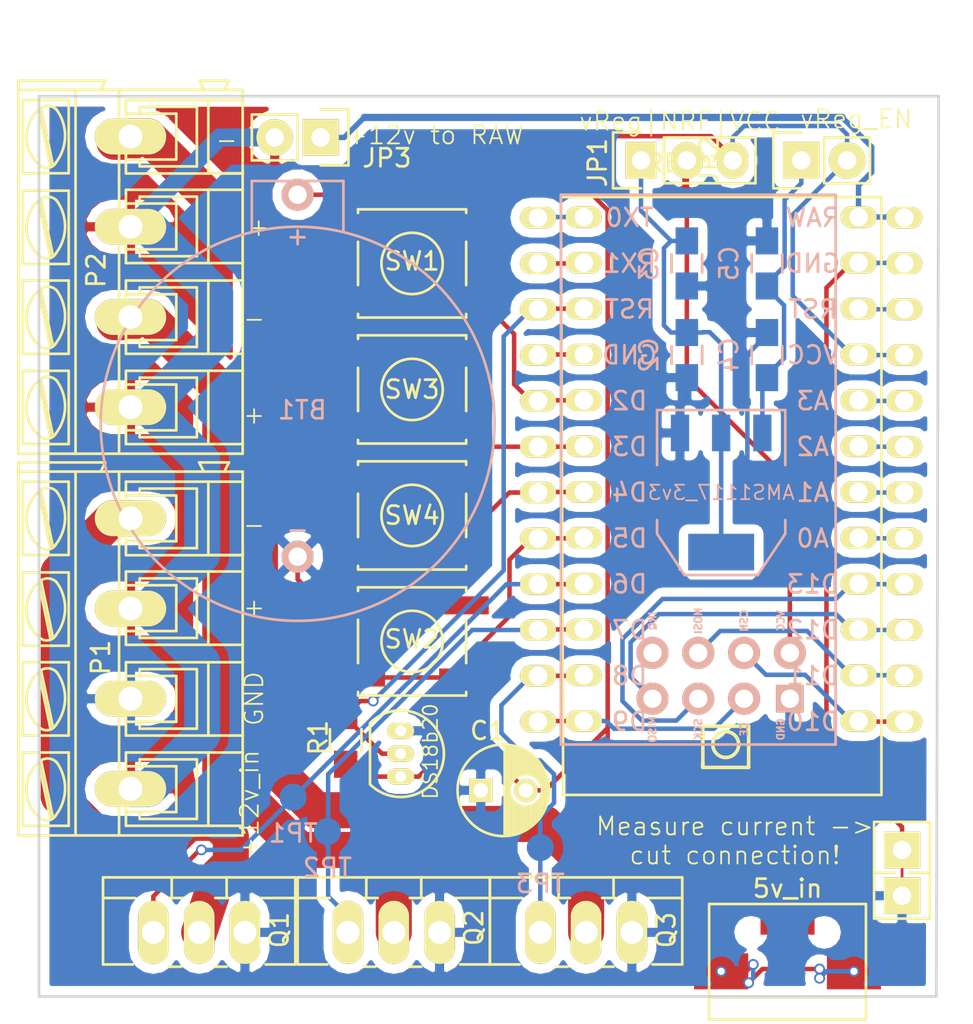
<source format=kicad_pcb>
(kicad_pcb (version 4) (host pcbnew 4.0.2-stable)

  (general
    (links 93)
    (no_connects 0)
    (area 121.96457 66.675 177.37443 125.155)
    (thickness 1.6)
    (drawings 23)
    (tracks 323)
    (zones 0)
    (modules 29)
    (nets 38)
  )

  (page A4)
  (layers
    (0 F.Cu signal)
    (31 B.Cu signal)
    (32 B.Adhes user)
    (33 F.Adhes user)
    (34 B.Paste user)
    (35 F.Paste user)
    (36 B.SilkS user)
    (37 F.SilkS user)
    (38 B.Mask user)
    (39 F.Mask user)
    (40 Dwgs.User user)
    (41 Cmts.User user)
    (42 Eco1.User user)
    (43 Eco2.User user)
    (44 Edge.Cuts user)
    (45 Margin user)
    (46 B.CrtYd user)
    (47 F.CrtYd user)
    (48 B.Fab user hide)
    (49 F.Fab user hide)
  )

  (setup
    (last_trace_width 0.25)
    (trace_clearance 0.2)
    (zone_clearance 0.508)
    (zone_45_only no)
    (trace_min 0.2)
    (segment_width 0.2)
    (edge_width 0.15)
    (via_size 0.6)
    (via_drill 0.4)
    (via_min_size 0.4)
    (via_min_drill 0.3)
    (uvia_size 0.3)
    (uvia_drill 0.1)
    (uvias_allowed no)
    (uvia_min_size 0.2)
    (uvia_min_drill 0.1)
    (pcb_text_width 0.1)
    (pcb_text_size 1 1)
    (mod_edge_width 0.15)
    (mod_text_size 1 1)
    (mod_text_width 0.15)
    (pad_size 1.9812 3.9624)
    (pad_drill 1.3208)
    (pad_to_mask_clearance 0.2)
    (aux_axis_origin 0 0)
    (visible_elements 7FFFFFFF)
    (pcbplotparams
      (layerselection 0x010f0_80000001)
      (usegerberextensions true)
      (excludeedgelayer true)
      (linewidth 0.100000)
      (plotframeref false)
      (viasonmask true)
      (mode 1)
      (useauxorigin false)
      (hpglpennumber 1)
      (hpglpenspeed 20)
      (hpglpendiameter 15)
      (hpglpenoverlay 2)
      (psnegative false)
      (psa4output false)
      (plotreference true)
      (plotvalue true)
      (plotinvisibletext false)
      (padsonsilk false)
      (subtractmaskfromsilk false)
      (outputformat 1)
      (mirror false)
      (drillshape 0)
      (scaleselection 1)
      (outputdirectory GERBERS/))
  )

  (net 0 "")
  (net 1 "Net-(U1-Pad1)")
  (net 2 GND)
  (net 3 "Net-(U1-Pad2)")
  (net 4 "Net-(U1-Pad22)")
  (net 5 VCC)
  (net 6 "Net-(U1-Pad4)")
  (net 7 "Net-(U1-Pad20)")
  (net 8 "Net-(U1-Pad19)")
  (net 9 "Net-(U1-Pad18)")
  (net 10 "Net-(U1-Pad17)")
  (net 11 SCK)
  (net 12 MISO)
  (net 13 MOSI)
  (net 14 CSN)
  (net 15 CE)
  (net 16 IRQ)
  (net 17 D6)
  (net 18 "Net-(SW1-Pad2)")
  (net 19 "Net-(SW2-Pad2)")
  (net 20 "Net-(SW3-Pad2)")
  (net 21 "Net-(SW4-Pad2)")
  (net 22 Vout)
  (net 23 "Net-(C4-Pad2)")
  (net 24 VCC_NRF)
  (net 25 RAW)
  (net 26 D7)
  (net 27 D8)
  (net 28 +12V)
  (net 29 "Net-(P1-Pad4)")
  (net 30 "Net-(P2-Pad2)")
  (net 31 "Net-(P2-Pad4)")
  (net 32 "Net-(JP4-Pad1)")
  (net 33 "Net-(P3-Pad2)")
  (net 34 "Net-(P3-Pad3)")
  (net 35 "Net-(P3-Pad4)")
  (net 36 "Net-(P3-Pad6)")
  (net 37 D3)

  (net_class Default "This is the default net class."
    (clearance 0.2)
    (trace_width 0.25)
    (via_dia 0.6)
    (via_drill 0.4)
    (uvia_dia 0.3)
    (uvia_drill 0.1)
    (add_net CE)
    (add_net CSN)
    (add_net D3)
    (add_net D6)
    (add_net D7)
    (add_net D8)
    (add_net GND)
    (add_net IRQ)
    (add_net MISO)
    (add_net MOSI)
    (add_net "Net-(C4-Pad2)")
    (add_net "Net-(JP4-Pad1)")
    (add_net "Net-(P3-Pad2)")
    (add_net "Net-(P3-Pad3)")
    (add_net "Net-(P3-Pad4)")
    (add_net "Net-(P3-Pad6)")
    (add_net "Net-(SW1-Pad2)")
    (add_net "Net-(SW2-Pad2)")
    (add_net "Net-(SW3-Pad2)")
    (add_net "Net-(SW4-Pad2)")
    (add_net "Net-(U1-Pad1)")
    (add_net "Net-(U1-Pad17)")
    (add_net "Net-(U1-Pad18)")
    (add_net "Net-(U1-Pad19)")
    (add_net "Net-(U1-Pad2)")
    (add_net "Net-(U1-Pad20)")
    (add_net "Net-(U1-Pad22)")
    (add_net "Net-(U1-Pad4)")
    (add_net SCK)
    (add_net VCC)
    (add_net VCC_NRF)
    (add_net Vout)
  )

  (net_class +12v ""
    (clearance 0.2)
    (trace_width 2)
    (via_dia 0.6)
    (via_drill 0.4)
    (uvia_dia 0.3)
    (uvia_drill 0.1)
    (add_net +12V)
    (add_net "Net-(P1-Pad4)")
    (add_net "Net-(P2-Pad2)")
    (add_net "Net-(P2-Pad4)")
  )

  (net_class RAW ""
    (clearance 0.2)
    (trace_width 0.3)
    (via_dia 0.6)
    (via_drill 0.4)
    (uvia_dia 0.3)
    (uvia_drill 0.1)
    (add_net RAW)
  )

  (module MySensors:USB_Micro-B_ebay (layer F.Cu) (tedit 5807A3C2) (tstamp 58079A7D)
    (at 166.243 119.38)
    (descr "Micro USB Type B Receptacle")
    (tags "USB USB_B USB_micro USB_OTG")
    (path /57EFEBF5)
    (attr smd)
    (fp_text reference 5v_in (at 0 -3.45) (layer F.SilkS)
      (effects (font (size 1 1) (thickness 0.15)))
    )
    (fp_text value USB_OTG (at 0 4.8) (layer F.Fab)
      (effects (font (size 1 1) (thickness 0.15)))
    )
    (fp_line (start -4.6 -2.8) (end 4.6 -2.8) (layer F.CrtYd) (width 0.05))
    (fp_line (start 4.6 -2.8) (end 4.6 4.05) (layer F.CrtYd) (width 0.05))
    (fp_line (start 4.6 4.05) (end -4.6 4.05) (layer F.CrtYd) (width 0.05))
    (fp_line (start -4.6 4.05) (end -4.6 -2.8) (layer F.CrtYd) (width 0.05))
    (fp_line (start -4.3509 3.81746) (end 4.3491 3.81746) (layer F.SilkS) (width 0.15))
    (fp_line (start -4.3509 -2.58754) (end 4.3491 -2.58754) (layer F.SilkS) (width 0.15))
    (fp_line (start 4.3491 -2.58754) (end 4.3491 3.81746) (layer F.SilkS) (width 0.15))
    (fp_line (start 4.3491 2.58746) (end -4.3509 2.58746) (layer F.SilkS) (width 0.15))
    (fp_line (start -4.3509 3.81746) (end -4.3509 -2.58754) (layer F.SilkS) (width 0.15))
    (pad 6 smd rect (at 3.683 1.143) (size 3 2) (layers F.Cu F.Paste F.Mask)
      (net 36 "Net-(P3-Pad6)"))
    (pad "" np_thru_hole oval (at 2.032 -1.016) (size 0.8 0.8) (drill 0.8) (layers *.Cu))
    (pad 1 smd rect (at -1.3009 -1.56254 90) (size 1.35 0.4) (layers F.Cu F.Paste F.Mask)
      (net 5 VCC))
    (pad 2 smd rect (at -0.6509 -1.56254 90) (size 1.35 0.4) (layers F.Cu F.Paste F.Mask)
      (net 33 "Net-(P3-Pad2)"))
    (pad 3 smd rect (at -0.0009 -1.56254 90) (size 1.35 0.4) (layers F.Cu F.Paste F.Mask)
      (net 34 "Net-(P3-Pad3)"))
    (pad 4 smd rect (at 0.6491 -1.56254 90) (size 1.35 0.4) (layers F.Cu F.Paste F.Mask)
      (net 35 "Net-(P3-Pad4)"))
    (pad 5 smd rect (at 1.2991 -1.56254 90) (size 1.35 0.4) (layers F.Cu F.Paste F.Mask)
      (net 2 GND))
    (pad "" np_thru_hole oval (at -2.032 -1.016) (size 0.8 0.8) (drill 0.8) (layers *.Cu))
    (pad 6 smd rect (at -3.683 1.143) (size 3 2) (layers F.Cu F.Paste F.Mask)
      (net 36 "Net-(P3-Pad6)"))
  )

  (module MySensors:CR3032Holder (layer B.Cu) (tedit 5780BDC1) (tstamp 57960E92)
    (at 139.065 90.17 180)
    (path /57962431)
    (fp_text reference BT1 (at -0.254 0.762 180) (layer B.SilkS)
      (effects (font (size 1 1) (thickness 0.15)) (justify mirror))
    )
    (fp_text value Battery (at 0 4.064 180) (layer B.Fab)
      (effects (font (size 1 1) (thickness 0.15)) (justify mirror))
    )
    (fp_text user - (at 0 -5.842 180) (layer B.SilkS)
      (effects (font (size 1 1) (thickness 0.15)) (justify mirror))
    )
    (fp_text user + (at 0 10.414 180) (layer B.SilkS)
      (effects (font (size 1 1) (thickness 0.15)) (justify mirror))
    )
    (fp_line (start 0 13.462) (end -2.54 13.462) (layer B.SilkS) (width 0.15))
    (fp_line (start -2.54 13.462) (end -2.54 10.668) (layer B.SilkS) (width 0.15))
    (fp_line (start 0 13.462) (end 2.54 13.462) (layer B.SilkS) (width 0.15))
    (fp_line (start 2.54 13.462) (end 2.54 10.668) (layer B.SilkS) (width 0.15))
    (fp_circle (center 0 0) (end 8.89 -6.35) (layer B.SilkS) (width 0.15))
    (pad 1 thru_hole circle (at 0 12.7 180) (size 1.778 1.778) (drill 1.016) (layers *.Cu *.Mask B.SilkS)
      (net 5 VCC))
    (pad 2 thru_hole circle (at 0 -7.366 180) (size 1.778 1.778) (drill 1.016) (layers *.Cu *.Mask B.SilkS)
      (net 2 GND))
  )

  (module MySensors:Pin_Header_Straight_1x02_cuttable (layer F.Cu) (tedit 5807A516) (tstamp 58079A67)
    (at 172.593 113.792)
    (descr "Through hole pin header")
    (tags "pin header")
    (path /5807A157)
    (fp_text reference JP4 (at 0 -5.1) (layer F.SilkS) hide
      (effects (font (size 1 1) (thickness 0.15)))
    )
    (fp_text value Meas_cur (at 0 -3.1) (layer F.Fab)
      (effects (font (size 1 1) (thickness 0.15)))
    )
    (fp_line (start 1.5494 1.27) (end 0.381 1.27) (layer F.SilkS) (width 0.15))
    (fp_line (start -1.524 1.27) (end -0.4064 1.27) (layer F.SilkS) (width 0.15))
    (fp_line (start -1.5494 0) (end -1.5494 3.81) (layer F.SilkS) (width 0.15))
    (fp_line (start -1.5494 3.81) (end -1.27 3.81) (layer F.SilkS) (width 0.15))
    (fp_line (start 1.5494 0) (end 1.5494 3.81) (layer F.SilkS) (width 0.15))
    (fp_line (start 1.5494 3.81) (end 1.27 3.81) (layer F.SilkS) (width 0.15))
    (fp_line (start 0.00254 1.01092) (end 0.00254 1.53416) (layer F.Cu) (width 0.15))
    (fp_line (start 1.55 -1.55) (end 1.55 0) (layer F.SilkS) (width 0.15))
    (fp_line (start -1.75 -1.75) (end -1.75 4.3) (layer F.CrtYd) (width 0.05))
    (fp_line (start 1.75 -1.75) (end 1.75 4.3) (layer F.CrtYd) (width 0.05))
    (fp_line (start -1.75 -1.75) (end 1.75 -1.75) (layer F.CrtYd) (width 0.05))
    (fp_line (start -1.75 4.3) (end 1.75 4.3) (layer F.CrtYd) (width 0.05))
    (fp_line (start -1.55 0) (end -1.55 -1.55) (layer F.SilkS) (width 0.15))
    (fp_line (start -1.55 -1.55) (end 1.55 -1.55) (layer F.SilkS) (width 0.15))
    (fp_line (start -1.27 3.81) (end 1.27 3.81) (layer F.SilkS) (width 0.15))
    (pad 1 thru_hole rect (at 0 0) (size 2.032 2.032) (drill 1.016) (layers *.Cu *.Mask F.SilkS)
      (net 32 "Net-(JP4-Pad1)"))
    (pad 2 thru_hole rect (at 0 2.54) (size 2.032 2.032) (drill 1.016) (layers *.Cu *.Mask F.SilkS)
      (net 2 GND))
    (model Pin_Headers.3dshapes/Pin_Header_Straight_1x02.wrl
      (at (xyz 0 -0.05 0))
      (scale (xyz 1 1 1))
      (rotate (xyz 0 0 90))
    )
  )

  (module Measurement_Points:Measurement_Point_Round-SMD-Pad_Small (layer F.Cu) (tedit 58079FB0) (tstamp 5796527B)
    (at 160.528 77.724)
    (descr "Mesurement Point, Round, SMD Pad, DM 1.5mm,")
    (tags "Mesurement Point Round SMD Pad 1.5mm")
    (attr virtual)
    (fp_text reference REF** (at 0 -2) (layer F.SilkS)
      (effects (font (size 1 1) (thickness 0.15)))
    )
    (fp_text value Measurement_Point_Round-SMD-Pad_Small (at 0 2) (layer F.Fab)
      (effects (font (size 1 1) (thickness 0.15)))
    )
    (fp_circle (center 0 0) (end 1 0) (layer F.CrtYd) (width 0.05))
    (pad 1 smd circle (at 0 0) (size 1.5 1.5) (layers F.Cu F.Mask)
      (net 24 VCC_NRF))
  )

  (module Measurement_Points:Measurement_Point_Round-SMD-Pad_Small (layer B.Cu) (tedit 58079FE8) (tstamp 579651C6)
    (at 138.811 110.871)
    (descr "Mesurement Point, Round, SMD Pad, DM 1.5mm,")
    (tags "Mesurement Point Round SMD Pad 1.5mm")
    (attr virtual)
    (fp_text reference TP1 (at 0 2) (layer B.SilkS)
      (effects (font (size 1 1) (thickness 0.15)) (justify mirror))
    )
    (fp_text value Measurement_Point_Round-SMD-Pad_Small (at 0 -2) (layer B.Fab)
      (effects (font (size 1 1) (thickness 0.15)) (justify mirror))
    )
    (fp_circle (center 0 0) (end 1 0) (layer B.CrtYd) (width 0.05))
    (pad 1 smd circle (at 0 0) (size 1.5 1.5) (layers B.Cu B.Mask)
      (net 17 D6))
  )

  (module Measurement_Points:Measurement_Point_Round-SMD-Pad_Small (layer B.Cu) (tedit 5807A0BC) (tstamp 5796518A)
    (at 152.527 113.665)
    (descr "Mesurement Point, Round, SMD Pad, DM 1.5mm,")
    (tags "Mesurement Point Round SMD Pad 1.5mm")
    (attr virtual)
    (fp_text reference TP3 (at 0 2) (layer B.SilkS)
      (effects (font (size 1 1) (thickness 0.15)) (justify mirror))
    )
    (fp_text value Measurement_Point_Round-SMD-Pad_Small (at 0 -2) (layer B.Fab)
      (effects (font (size 1 1) (thickness 0.15)) (justify mirror))
    )
    (fp_circle (center 0 0) (end 1 0) (layer B.CrtYd) (width 0.05))
    (pad 1 smd circle (at 0 0) (size 1.5 1.5) (layers B.Cu B.Mask)
      (net 27 D8))
  )

  (module Measurement_Points:Measurement_Point_Round-SMD-Pad_Small (layer B.Cu) (tedit 58079FDE) (tstamp 57965187)
    (at 140.716 112.776)
    (descr "Mesurement Point, Round, SMD Pad, DM 1.5mm,")
    (tags "Mesurement Point Round SMD Pad 1.5mm")
    (attr virtual)
    (fp_text reference TP2 (at 0 2) (layer B.SilkS)
      (effects (font (size 1 1) (thickness 0.15)) (justify mirror))
    )
    (fp_text value Measurement_Point_Round-SMD-Pad_Small (at 0 -2) (layer B.Fab)
      (effects (font (size 1 1) (thickness 0.15)) (justify mirror))
    )
    (fp_circle (center 0 0) (end 1 0) (layer B.CrtYd) (width 0.05))
    (pad 1 smd circle (at 0 0) (size 1.5 1.5) (layers B.Cu B.Mask)
      (net 26 D7))
  )

  (module Connect:AK300-4 (layer F.Cu) (tedit 5807ADE4) (tstamp 57961ACC)
    (at 129.794 89.248 90)
    (descr CONNECTOR)
    (tags CONNECTOR)
    (path /57964704)
    (attr virtual)
    (fp_text reference P2 (at 7.587 -1.905 90) (layer F.SilkS)
      (effects (font (size 1 1) (thickness 0.15)))
    )
    (fp_text value CONN_01X04 (at 2.754 7.747 90) (layer F.Fab)
      (effects (font (size 1 1) (thickness 0.15)))
    )
    (fp_line (start 18.35 -6.473) (end 18.35 6.473) (layer F.CrtYd) (width 0.05))
    (fp_line (start -2.83 -6.473) (end -2.83 6.473) (layer F.CrtYd) (width 0.05))
    (fp_line (start -2.83 6.473) (end 18.35 6.473) (layer F.CrtYd) (width 0.05))
    (fp_line (start -2.83 -6.473) (end 18.35 -6.473) (layer F.CrtYd) (width 0.05))
    (fp_line (start 8.75 -0.254) (end 8.75 2.54) (layer F.SilkS) (width 0.15))
    (fp_line (start 8.75 2.54) (end 11.29 2.54) (layer F.SilkS) (width 0.15))
    (fp_line (start 11.29 2.54) (end 11.29 -0.254) (layer F.SilkS) (width 0.15))
    (fp_line (start 7.9372 -3.429) (end 7.9372 -5.969) (layer F.SilkS) (width 0.15))
    (fp_line (start 7.9372 -5.969) (end 12.0012 -5.969) (layer F.SilkS) (width 0.15))
    (fp_line (start 12.0012 -5.969) (end 12.0012 -3.429) (layer F.SilkS) (width 0.15))
    (fp_line (start 12.0012 -3.429) (end 7.9372 -3.429) (layer F.SilkS) (width 0.15))
    (fp_line (start 8.3436 -4.445) (end 11.3916 -5.08) (layer F.SilkS) (width 0.15))
    (fp_line (start 8.4706 -4.318) (end 11.5186 -4.953) (layer F.SilkS) (width 0.15))
    (fp_arc (start 10.9852 -4.59486) (end 11.49066 -5.05206) (angle 90.5) (layer F.SilkS) (width 0.15))
    (fp_arc (start 10.02 -6.0706) (end 11.48304 -4.11734) (angle 75.5) (layer F.SilkS) (width 0.15))
    (fp_arc (start 9.94126 -3.7084) (end 8.3436 -5.0038) (angle 100) (layer F.SilkS) (width 0.15))
    (fp_arc (start 8.8262 -4.64566) (end 8.53664 -4.1275) (angle 104.2) (layer F.SilkS) (width 0.15))
    (fp_line (start 7.988 4.318) (end 12.052 4.318) (layer F.SilkS) (width 0.15))
    (fp_line (start 12.052 6.223) (end 12.052 -0.254) (layer F.SilkS) (width 0.15))
    (fp_line (start 8.369 0.508) (end 8.75 0.508) (layer F.SilkS) (width 0.15))
    (fp_line (start 8.369 0.508) (end 8.369 3.683) (layer F.SilkS) (width 0.15))
    (fp_line (start 8.369 3.683) (end 11.671 3.683) (layer F.SilkS) (width 0.15))
    (fp_line (start 11.671 3.683) (end 11.671 0.508) (layer F.SilkS) (width 0.15))
    (fp_line (start 11.671 0.508) (end 11.29 0.508) (layer F.SilkS) (width 0.15))
    (fp_line (start 12.51 -0.635) (end 17.59 -0.635) (layer F.SilkS) (width 0.15))
    (fp_line (start 7.988 6.223) (end 7.988 -0.254) (layer F.SilkS) (width 0.15))
    (fp_line (start 7.988 -0.254) (end 12.052 -0.254) (layer F.SilkS) (width 0.15))
    (fp_line (start 16.955 6.223) (end 13.018 6.223) (layer F.SilkS) (width 0.15))
    (fp_line (start 13.168 6.223) (end 7.072 6.223) (layer F.SilkS) (width 0.15))
    (fp_line (start 17.59 -3.048) (end -2.58 -3.048) (layer F.SilkS) (width 0.15))
    (fp_line (start 17.74 -6.223) (end -2.58 -6.223) (layer F.SilkS) (width 0.15))
    (fp_line (start 12.66 -0.635) (end -2.5165 -0.635) (layer F.SilkS) (width 0.15))
    (fp_line (start 12.9545 4.0005) (end 12.9545 -0.254) (layer F.SilkS) (width 0.15))
    (fp_arc (start 13.8562 -4.64566) (end 13.56664 -4.1275) (angle 104.2) (layer F.SilkS) (width 0.15))
    (fp_arc (start 14.97126 -3.7084) (end 13.3736 -5.0038) (angle 100) (layer F.SilkS) (width 0.15))
    (fp_arc (start 15.05 -6.0706) (end 16.51304 -4.11734) (angle 75.5) (layer F.SilkS) (width 0.15))
    (fp_arc (start 16.0152 -4.59486) (end 16.52066 -5.05206) (angle 90.5) (layer F.SilkS) (width 0.15))
    (fp_line (start 13.3482 -0.254) (end 16.6502 -0.254) (layer F.SilkS) (width 0.15))
    (fp_line (start 12.9672 -0.254) (end 13.3482 -0.254) (layer F.SilkS) (width 0.15))
    (fp_line (start 17.0312 -0.254) (end 16.6502 -0.254) (layer F.SilkS) (width 0.15))
    (fp_line (start 13.5006 -4.318) (end 16.5486 -4.953) (layer F.SilkS) (width 0.15))
    (fp_line (start 13.3736 -4.445) (end 16.4216 -5.08) (layer F.SilkS) (width 0.15))
    (fp_line (start 17.0312 -3.429) (end 12.9672 -3.429) (layer F.SilkS) (width 0.15))
    (fp_line (start 17.0312 -5.969) (end 17.0312 -3.429) (layer F.SilkS) (width 0.15))
    (fp_line (start 12.9672 -5.969) (end 17.0312 -5.969) (layer F.SilkS) (width 0.15))
    (fp_line (start 12.9672 -3.429) (end 12.9672 -5.969) (layer F.SilkS) (width 0.15))
    (fp_line (start 17.59 -3.175) (end 17.59 -1.651) (layer F.SilkS) (width 0.15))
    (fp_line (start 17.59 -0.635) (end 17.59 4.064) (layer F.SilkS) (width 0.15))
    (fp_line (start 17.59 -1.651) (end 17.59 -0.635) (layer F.SilkS) (width 0.15))
    (fp_line (start 16.6502 0.508) (end 16.2692 0.508) (layer F.SilkS) (width 0.15))
    (fp_line (start 13.3482 0.508) (end 13.7292 0.508) (layer F.SilkS) (width 0.15))
    (fp_line (start 13.3482 3.683) (end 13.3482 0.508) (layer F.SilkS) (width 0.15))
    (fp_line (start 16.6502 3.683) (end 13.3482 3.683) (layer F.SilkS) (width 0.15))
    (fp_line (start 16.6502 3.683) (end 16.6502 0.508) (layer F.SilkS) (width 0.15))
    (fp_line (start 17.0312 4.318) (end 17.0312 6.223) (layer F.SilkS) (width 0.15))
    (fp_line (start 12.9672 4.318) (end 17.0312 4.318) (layer F.SilkS) (width 0.15))
    (fp_line (start 17.0312 6.223) (end 17.59 6.223) (layer F.SilkS) (width 0.15))
    (fp_line (start 17.0312 -0.254) (end 17.0312 4.318) (layer F.SilkS) (width 0.15))
    (fp_line (start 12.9672 6.223) (end 12.9672 4.318) (layer F.SilkS) (width 0.15))
    (fp_line (start 18.098 3.81) (end 18.098 5.461) (layer F.SilkS) (width 0.15))
    (fp_line (start 17.59 4.064) (end 17.59 5.207) (layer F.SilkS) (width 0.15))
    (fp_line (start 18.098 3.81) (end 17.59 4.064) (layer F.SilkS) (width 0.15))
    (fp_line (start 17.59 5.207) (end 17.59 6.223) (layer F.SilkS) (width 0.15))
    (fp_line (start 18.098 5.461) (end 17.59 5.207) (layer F.SilkS) (width 0.15))
    (fp_line (start 18.098 -1.397) (end 17.59 -1.651) (layer F.SilkS) (width 0.15))
    (fp_line (start 18.098 -6.223) (end 18.098 -1.397) (layer F.SilkS) (width 0.15))
    (fp_line (start 17.59 -6.223) (end 18.098 -6.223) (layer F.SilkS) (width 0.15))
    (fp_line (start 17.59 -6.223) (end 17.59 -3.175) (layer F.SilkS) (width 0.15))
    (fp_line (start 13.7292 2.54) (end 13.7292 -0.254) (layer F.SilkS) (width 0.15))
    (fp_line (start 13.7292 -0.254) (end 16.2692 -0.254) (layer F.SilkS) (width 0.15))
    (fp_line (start 16.2692 2.54) (end 16.2692 -0.254) (layer F.SilkS) (width 0.15))
    (fp_line (start 13.7292 2.54) (end 16.2692 2.54) (layer F.SilkS) (width 0.15))
    (fp_line (start -1.2846 2.54) (end 1.2554 2.54) (layer F.SilkS) (width 0.15))
    (fp_line (start 1.2554 2.54) (end 1.2554 -0.254) (layer F.SilkS) (width 0.15))
    (fp_line (start -1.2846 -0.254) (end 1.2554 -0.254) (layer F.SilkS) (width 0.15))
    (fp_line (start -1.2846 2.54) (end -1.2846 -0.254) (layer F.SilkS) (width 0.15))
    (fp_line (start 3.7192 2.54) (end 6.2592 2.54) (layer F.SilkS) (width 0.15))
    (fp_line (start 6.2592 2.54) (end 6.2592 -0.254) (layer F.SilkS) (width 0.15))
    (fp_line (start 3.7192 -0.254) (end 6.2592 -0.254) (layer F.SilkS) (width 0.15))
    (fp_line (start 3.7192 2.54) (end 3.7192 -0.254) (layer F.SilkS) (width 0.15))
    (fp_line (start 12.9545 5.207) (end 12.9545 6.223) (layer F.SilkS) (width 0.15))
    (fp_line (start 12.9545 4.064) (end 12.9545 5.207) (layer F.SilkS) (width 0.15))
    (fp_line (start 2.9572 6.223) (end 2.9572 4.318) (layer F.SilkS) (width 0.15))
    (fp_line (start 7.0212 -0.254) (end 7.0212 4.318) (layer F.SilkS) (width 0.15))
    (fp_line (start 2.9572 6.223) (end 7.0212 6.223) (layer F.SilkS) (width 0.15))
    (fp_line (start 2.0174 6.223) (end 2.0174 4.318) (layer F.SilkS) (width 0.15))
    (fp_line (start 2.0174 6.223) (end 2.9572 6.223) (layer F.SilkS) (width 0.15))
    (fp_line (start -2.0466 -0.254) (end -2.0466 4.318) (layer F.SilkS) (width 0.15))
    (fp_line (start -2.58 6.223) (end -2.0466 6.223) (layer F.SilkS) (width 0.15))
    (fp_line (start -2.0466 6.223) (end 2.0174 6.223) (layer F.SilkS) (width 0.15))
    (fp_line (start 2.9572 4.318) (end 7.0212 4.318) (layer F.SilkS) (width 0.15))
    (fp_line (start 2.9572 4.318) (end 2.9572 -0.254) (layer F.SilkS) (width 0.15))
    (fp_line (start 7.0212 4.318) (end 7.0212 6.223) (layer F.SilkS) (width 0.15))
    (fp_line (start 2.0174 4.318) (end -2.0466 4.318) (layer F.SilkS) (width 0.15))
    (fp_line (start 2.0174 4.318) (end 2.0174 -0.254) (layer F.SilkS) (width 0.15))
    (fp_line (start -2.0466 4.318) (end -2.0466 6.223) (layer F.SilkS) (width 0.15))
    (fp_line (start 6.6402 3.683) (end 6.6402 0.508) (layer F.SilkS) (width 0.15))
    (fp_line (start 6.6402 3.683) (end 3.3382 3.683) (layer F.SilkS) (width 0.15))
    (fp_line (start 3.3382 3.683) (end 3.3382 0.508) (layer F.SilkS) (width 0.15))
    (fp_line (start 1.6364 3.683) (end 1.6364 0.508) (layer F.SilkS) (width 0.15))
    (fp_line (start 1.6364 3.683) (end -1.6656 3.683) (layer F.SilkS) (width 0.15))
    (fp_line (start -1.6656 3.683) (end -1.6656 0.508) (layer F.SilkS) (width 0.15))
    (fp_line (start -1.6656 0.508) (end -1.2846 0.508) (layer F.SilkS) (width 0.15))
    (fp_line (start 1.6364 0.508) (end 1.2554 0.508) (layer F.SilkS) (width 0.15))
    (fp_line (start 3.3382 0.508) (end 3.7192 0.508) (layer F.SilkS) (width 0.15))
    (fp_line (start 6.6402 0.508) (end 6.2592 0.508) (layer F.SilkS) (width 0.15))
    (fp_line (start -2.58 6.223) (end -2.58 -0.635) (layer F.SilkS) (width 0.15))
    (fp_line (start -2.58 -0.635) (end -2.58 -3.175) (layer F.SilkS) (width 0.15))
    (fp_line (start -2.58 -3.175) (end -2.58 -6.223) (layer F.SilkS) (width 0.15))
    (fp_line (start 2.9572 -3.429) (end 2.9572 -5.969) (layer F.SilkS) (width 0.15))
    (fp_line (start 2.9572 -5.969) (end 7.0212 -5.969) (layer F.SilkS) (width 0.15))
    (fp_line (start 7.0212 -5.969) (end 7.0212 -3.429) (layer F.SilkS) (width 0.15))
    (fp_line (start 7.0212 -3.429) (end 2.9572 -3.429) (layer F.SilkS) (width 0.15))
    (fp_line (start 2.0174 -3.429) (end 2.0174 -5.969) (layer F.SilkS) (width 0.15))
    (fp_line (start 2.0174 -3.429) (end -2.0466 -3.429) (layer F.SilkS) (width 0.15))
    (fp_line (start -2.0466 -3.429) (end -2.0466 -5.969) (layer F.SilkS) (width 0.15))
    (fp_line (start 2.0174 -5.969) (end -2.0466 -5.969) (layer F.SilkS) (width 0.15))
    (fp_line (start 3.3636 -4.445) (end 6.4116 -5.08) (layer F.SilkS) (width 0.15))
    (fp_line (start 3.4906 -4.318) (end 6.5386 -4.953) (layer F.SilkS) (width 0.15))
    (fp_line (start -1.6402 -4.445) (end 1.41034 -5.08) (layer F.SilkS) (width 0.15))
    (fp_line (start -1.5132 -4.318) (end 1.5348 -4.953) (layer F.SilkS) (width 0.15))
    (fp_line (start -2.0466 -0.254) (end -1.6656 -0.254) (layer F.SilkS) (width 0.15))
    (fp_line (start 2.0174 -0.254) (end 1.6364 -0.254) (layer F.SilkS) (width 0.15))
    (fp_line (start 1.6364 -0.254) (end -1.6656 -0.254) (layer F.SilkS) (width 0.15))
    (fp_line (start 7.0212 -0.254) (end 6.6402 -0.254) (layer F.SilkS) (width 0.15))
    (fp_line (start 2.9572 -0.254) (end 3.3382 -0.254) (layer F.SilkS) (width 0.15))
    (fp_line (start 3.3382 -0.254) (end 6.6402 -0.254) (layer F.SilkS) (width 0.15))
    (fp_arc (start 6.0052 -4.59486) (end 6.51066 -5.05206) (angle 90.5) (layer F.SilkS) (width 0.15))
    (fp_arc (start 5.04 -6.0706) (end 6.50304 -4.11734) (angle 75.5) (layer F.SilkS) (width 0.15))
    (fp_arc (start 4.96126 -3.7084) (end 3.3636 -5.0038) (angle 100) (layer F.SilkS) (width 0.15))
    (fp_arc (start 3.8462 -4.64566) (end 3.55664 -4.1275) (angle 104.2) (layer F.SilkS) (width 0.15))
    (fp_arc (start 1.0014 -4.59486) (end 1.5094 -5.05206) (angle 90.5) (layer F.SilkS) (width 0.15))
    (fp_arc (start 0.03874 -6.0706) (end 1.50178 -4.11734) (angle 75.5) (layer F.SilkS) (width 0.15))
    (fp_arc (start -0.03746 -3.7084) (end -1.6402 -5.0038) (angle 100) (layer F.SilkS) (width 0.15))
    (fp_arc (start -1.1576 -4.64566) (end -1.44462 -4.1275) (angle 104.2) (layer F.SilkS) (width 0.15))
    (pad 1 thru_hole oval (at 0 0 90) (size 1.9812 3.9624) (drill 1.3208) (layers *.Cu *.Mask F.Paste F.SilkS)
      (net 28 +12V))
    (pad 2 thru_hole oval (at 5 0 90) (size 1.9812 3.9624) (drill 1.3208) (layers *.Cu *.Mask F.Paste F.SilkS)
      (net 30 "Net-(P2-Pad2)"))
    (pad 4 thru_hole oval (at 15 0 90) (size 1.9812 3.9624) (drill 1.3208) (layers *.Cu *.Mask F.Paste F.SilkS)
      (net 31 "Net-(P2-Pad4)"))
    (pad 3 thru_hole oval (at 10 0 90) (size 1.9812 3.9624) (drill 1.3208) (layers *.Cu *.Mask F.SilkS)
      (net 28 +12V))
  )

  (module Connect:AK300-4 (layer F.Cu) (tedit 5807ADCA) (tstamp 57961AC4)
    (at 129.794 110.41 90)
    (descr CONNECTOR)
    (tags CONNECTOR)
    (path /57964410)
    (attr virtual)
    (fp_text reference P1 (at 7.286 -1.651 90) (layer F.SilkS)
      (effects (font (size 1 1) (thickness 0.15)))
    )
    (fp_text value CONN_01X04 (at 2.754 7.747 90) (layer F.Fab)
      (effects (font (size 1 1) (thickness 0.15)))
    )
    (fp_line (start 18.35 -6.473) (end 18.35 6.473) (layer F.CrtYd) (width 0.05))
    (fp_line (start -2.83 -6.473) (end -2.83 6.473) (layer F.CrtYd) (width 0.05))
    (fp_line (start -2.83 6.473) (end 18.35 6.473) (layer F.CrtYd) (width 0.05))
    (fp_line (start -2.83 -6.473) (end 18.35 -6.473) (layer F.CrtYd) (width 0.05))
    (fp_line (start 8.75 -0.254) (end 8.75 2.54) (layer F.SilkS) (width 0.15))
    (fp_line (start 8.75 2.54) (end 11.29 2.54) (layer F.SilkS) (width 0.15))
    (fp_line (start 11.29 2.54) (end 11.29 -0.254) (layer F.SilkS) (width 0.15))
    (fp_line (start 7.9372 -3.429) (end 7.9372 -5.969) (layer F.SilkS) (width 0.15))
    (fp_line (start 7.9372 -5.969) (end 12.0012 -5.969) (layer F.SilkS) (width 0.15))
    (fp_line (start 12.0012 -5.969) (end 12.0012 -3.429) (layer F.SilkS) (width 0.15))
    (fp_line (start 12.0012 -3.429) (end 7.9372 -3.429) (layer F.SilkS) (width 0.15))
    (fp_line (start 8.3436 -4.445) (end 11.3916 -5.08) (layer F.SilkS) (width 0.15))
    (fp_line (start 8.4706 -4.318) (end 11.5186 -4.953) (layer F.SilkS) (width 0.15))
    (fp_arc (start 10.9852 -4.59486) (end 11.49066 -5.05206) (angle 90.5) (layer F.SilkS) (width 0.15))
    (fp_arc (start 10.02 -6.0706) (end 11.48304 -4.11734) (angle 75.5) (layer F.SilkS) (width 0.15))
    (fp_arc (start 9.94126 -3.7084) (end 8.3436 -5.0038) (angle 100) (layer F.SilkS) (width 0.15))
    (fp_arc (start 8.8262 -4.64566) (end 8.53664 -4.1275) (angle 104.2) (layer F.SilkS) (width 0.15))
    (fp_line (start 7.988 4.318) (end 12.052 4.318) (layer F.SilkS) (width 0.15))
    (fp_line (start 12.052 6.223) (end 12.052 -0.254) (layer F.SilkS) (width 0.15))
    (fp_line (start 8.369 0.508) (end 8.75 0.508) (layer F.SilkS) (width 0.15))
    (fp_line (start 8.369 0.508) (end 8.369 3.683) (layer F.SilkS) (width 0.15))
    (fp_line (start 8.369 3.683) (end 11.671 3.683) (layer F.SilkS) (width 0.15))
    (fp_line (start 11.671 3.683) (end 11.671 0.508) (layer F.SilkS) (width 0.15))
    (fp_line (start 11.671 0.508) (end 11.29 0.508) (layer F.SilkS) (width 0.15))
    (fp_line (start 12.51 -0.635) (end 17.59 -0.635) (layer F.SilkS) (width 0.15))
    (fp_line (start 7.988 6.223) (end 7.988 -0.254) (layer F.SilkS) (width 0.15))
    (fp_line (start 7.988 -0.254) (end 12.052 -0.254) (layer F.SilkS) (width 0.15))
    (fp_line (start 16.955 6.223) (end 13.018 6.223) (layer F.SilkS) (width 0.15))
    (fp_line (start 13.168 6.223) (end 7.072 6.223) (layer F.SilkS) (width 0.15))
    (fp_line (start 17.59 -3.048) (end -2.58 -3.048) (layer F.SilkS) (width 0.15))
    (fp_line (start 17.74 -6.223) (end -2.58 -6.223) (layer F.SilkS) (width 0.15))
    (fp_line (start 12.66 -0.635) (end -2.5165 -0.635) (layer F.SilkS) (width 0.15))
    (fp_line (start 12.9545 4.0005) (end 12.9545 -0.254) (layer F.SilkS) (width 0.15))
    (fp_arc (start 13.8562 -4.64566) (end 13.56664 -4.1275) (angle 104.2) (layer F.SilkS) (width 0.15))
    (fp_arc (start 14.97126 -3.7084) (end 13.3736 -5.0038) (angle 100) (layer F.SilkS) (width 0.15))
    (fp_arc (start 15.05 -6.0706) (end 16.51304 -4.11734) (angle 75.5) (layer F.SilkS) (width 0.15))
    (fp_arc (start 16.0152 -4.59486) (end 16.52066 -5.05206) (angle 90.5) (layer F.SilkS) (width 0.15))
    (fp_line (start 13.3482 -0.254) (end 16.6502 -0.254) (layer F.SilkS) (width 0.15))
    (fp_line (start 12.9672 -0.254) (end 13.3482 -0.254) (layer F.SilkS) (width 0.15))
    (fp_line (start 17.0312 -0.254) (end 16.6502 -0.254) (layer F.SilkS) (width 0.15))
    (fp_line (start 13.5006 -4.318) (end 16.5486 -4.953) (layer F.SilkS) (width 0.15))
    (fp_line (start 13.3736 -4.445) (end 16.4216 -5.08) (layer F.SilkS) (width 0.15))
    (fp_line (start 17.0312 -3.429) (end 12.9672 -3.429) (layer F.SilkS) (width 0.15))
    (fp_line (start 17.0312 -5.969) (end 17.0312 -3.429) (layer F.SilkS) (width 0.15))
    (fp_line (start 12.9672 -5.969) (end 17.0312 -5.969) (layer F.SilkS) (width 0.15))
    (fp_line (start 12.9672 -3.429) (end 12.9672 -5.969) (layer F.SilkS) (width 0.15))
    (fp_line (start 17.59 -3.175) (end 17.59 -1.651) (layer F.SilkS) (width 0.15))
    (fp_line (start 17.59 -0.635) (end 17.59 4.064) (layer F.SilkS) (width 0.15))
    (fp_line (start 17.59 -1.651) (end 17.59 -0.635) (layer F.SilkS) (width 0.15))
    (fp_line (start 16.6502 0.508) (end 16.2692 0.508) (layer F.SilkS) (width 0.15))
    (fp_line (start 13.3482 0.508) (end 13.7292 0.508) (layer F.SilkS) (width 0.15))
    (fp_line (start 13.3482 3.683) (end 13.3482 0.508) (layer F.SilkS) (width 0.15))
    (fp_line (start 16.6502 3.683) (end 13.3482 3.683) (layer F.SilkS) (width 0.15))
    (fp_line (start 16.6502 3.683) (end 16.6502 0.508) (layer F.SilkS) (width 0.15))
    (fp_line (start 17.0312 4.318) (end 17.0312 6.223) (layer F.SilkS) (width 0.15))
    (fp_line (start 12.9672 4.318) (end 17.0312 4.318) (layer F.SilkS) (width 0.15))
    (fp_line (start 17.0312 6.223) (end 17.59 6.223) (layer F.SilkS) (width 0.15))
    (fp_line (start 17.0312 -0.254) (end 17.0312 4.318) (layer F.SilkS) (width 0.15))
    (fp_line (start 12.9672 6.223) (end 12.9672 4.318) (layer F.SilkS) (width 0.15))
    (fp_line (start 18.098 3.81) (end 18.098 5.461) (layer F.SilkS) (width 0.15))
    (fp_line (start 17.59 4.064) (end 17.59 5.207) (layer F.SilkS) (width 0.15))
    (fp_line (start 18.098 3.81) (end 17.59 4.064) (layer F.SilkS) (width 0.15))
    (fp_line (start 17.59 5.207) (end 17.59 6.223) (layer F.SilkS) (width 0.15))
    (fp_line (start 18.098 5.461) (end 17.59 5.207) (layer F.SilkS) (width 0.15))
    (fp_line (start 18.098 -1.397) (end 17.59 -1.651) (layer F.SilkS) (width 0.15))
    (fp_line (start 18.098 -6.223) (end 18.098 -1.397) (layer F.SilkS) (width 0.15))
    (fp_line (start 17.59 -6.223) (end 18.098 -6.223) (layer F.SilkS) (width 0.15))
    (fp_line (start 17.59 -6.223) (end 17.59 -3.175) (layer F.SilkS) (width 0.15))
    (fp_line (start 13.7292 2.54) (end 13.7292 -0.254) (layer F.SilkS) (width 0.15))
    (fp_line (start 13.7292 -0.254) (end 16.2692 -0.254) (layer F.SilkS) (width 0.15))
    (fp_line (start 16.2692 2.54) (end 16.2692 -0.254) (layer F.SilkS) (width 0.15))
    (fp_line (start 13.7292 2.54) (end 16.2692 2.54) (layer F.SilkS) (width 0.15))
    (fp_line (start -1.2846 2.54) (end 1.2554 2.54) (layer F.SilkS) (width 0.15))
    (fp_line (start 1.2554 2.54) (end 1.2554 -0.254) (layer F.SilkS) (width 0.15))
    (fp_line (start -1.2846 -0.254) (end 1.2554 -0.254) (layer F.SilkS) (width 0.15))
    (fp_line (start -1.2846 2.54) (end -1.2846 -0.254) (layer F.SilkS) (width 0.15))
    (fp_line (start 3.7192 2.54) (end 6.2592 2.54) (layer F.SilkS) (width 0.15))
    (fp_line (start 6.2592 2.54) (end 6.2592 -0.254) (layer F.SilkS) (width 0.15))
    (fp_line (start 3.7192 -0.254) (end 6.2592 -0.254) (layer F.SilkS) (width 0.15))
    (fp_line (start 3.7192 2.54) (end 3.7192 -0.254) (layer F.SilkS) (width 0.15))
    (fp_line (start 12.9545 5.207) (end 12.9545 6.223) (layer F.SilkS) (width 0.15))
    (fp_line (start 12.9545 4.064) (end 12.9545 5.207) (layer F.SilkS) (width 0.15))
    (fp_line (start 2.9572 6.223) (end 2.9572 4.318) (layer F.SilkS) (width 0.15))
    (fp_line (start 7.0212 -0.254) (end 7.0212 4.318) (layer F.SilkS) (width 0.15))
    (fp_line (start 2.9572 6.223) (end 7.0212 6.223) (layer F.SilkS) (width 0.15))
    (fp_line (start 2.0174 6.223) (end 2.0174 4.318) (layer F.SilkS) (width 0.15))
    (fp_line (start 2.0174 6.223) (end 2.9572 6.223) (layer F.SilkS) (width 0.15))
    (fp_line (start -2.0466 -0.254) (end -2.0466 4.318) (layer F.SilkS) (width 0.15))
    (fp_line (start -2.58 6.223) (end -2.0466 6.223) (layer F.SilkS) (width 0.15))
    (fp_line (start -2.0466 6.223) (end 2.0174 6.223) (layer F.SilkS) (width 0.15))
    (fp_line (start 2.9572 4.318) (end 7.0212 4.318) (layer F.SilkS) (width 0.15))
    (fp_line (start 2.9572 4.318) (end 2.9572 -0.254) (layer F.SilkS) (width 0.15))
    (fp_line (start 7.0212 4.318) (end 7.0212 6.223) (layer F.SilkS) (width 0.15))
    (fp_line (start 2.0174 4.318) (end -2.0466 4.318) (layer F.SilkS) (width 0.15))
    (fp_line (start 2.0174 4.318) (end 2.0174 -0.254) (layer F.SilkS) (width 0.15))
    (fp_line (start -2.0466 4.318) (end -2.0466 6.223) (layer F.SilkS) (width 0.15))
    (fp_line (start 6.6402 3.683) (end 6.6402 0.508) (layer F.SilkS) (width 0.15))
    (fp_line (start 6.6402 3.683) (end 3.3382 3.683) (layer F.SilkS) (width 0.15))
    (fp_line (start 3.3382 3.683) (end 3.3382 0.508) (layer F.SilkS) (width 0.15))
    (fp_line (start 1.6364 3.683) (end 1.6364 0.508) (layer F.SilkS) (width 0.15))
    (fp_line (start 1.6364 3.683) (end -1.6656 3.683) (layer F.SilkS) (width 0.15))
    (fp_line (start -1.6656 3.683) (end -1.6656 0.508) (layer F.SilkS) (width 0.15))
    (fp_line (start -1.6656 0.508) (end -1.2846 0.508) (layer F.SilkS) (width 0.15))
    (fp_line (start 1.6364 0.508) (end 1.2554 0.508) (layer F.SilkS) (width 0.15))
    (fp_line (start 3.3382 0.508) (end 3.7192 0.508) (layer F.SilkS) (width 0.15))
    (fp_line (start 6.6402 0.508) (end 6.2592 0.508) (layer F.SilkS) (width 0.15))
    (fp_line (start -2.58 6.223) (end -2.58 -0.635) (layer F.SilkS) (width 0.15))
    (fp_line (start -2.58 -0.635) (end -2.58 -3.175) (layer F.SilkS) (width 0.15))
    (fp_line (start -2.58 -3.175) (end -2.58 -6.223) (layer F.SilkS) (width 0.15))
    (fp_line (start 2.9572 -3.429) (end 2.9572 -5.969) (layer F.SilkS) (width 0.15))
    (fp_line (start 2.9572 -5.969) (end 7.0212 -5.969) (layer F.SilkS) (width 0.15))
    (fp_line (start 7.0212 -5.969) (end 7.0212 -3.429) (layer F.SilkS) (width 0.15))
    (fp_line (start 7.0212 -3.429) (end 2.9572 -3.429) (layer F.SilkS) (width 0.15))
    (fp_line (start 2.0174 -3.429) (end 2.0174 -5.969) (layer F.SilkS) (width 0.15))
    (fp_line (start 2.0174 -3.429) (end -2.0466 -3.429) (layer F.SilkS) (width 0.15))
    (fp_line (start -2.0466 -3.429) (end -2.0466 -5.969) (layer F.SilkS) (width 0.15))
    (fp_line (start 2.0174 -5.969) (end -2.0466 -5.969) (layer F.SilkS) (width 0.15))
    (fp_line (start 3.3636 -4.445) (end 6.4116 -5.08) (layer F.SilkS) (width 0.15))
    (fp_line (start 3.4906 -4.318) (end 6.5386 -4.953) (layer F.SilkS) (width 0.15))
    (fp_line (start -1.6402 -4.445) (end 1.41034 -5.08) (layer F.SilkS) (width 0.15))
    (fp_line (start -1.5132 -4.318) (end 1.5348 -4.953) (layer F.SilkS) (width 0.15))
    (fp_line (start -2.0466 -0.254) (end -1.6656 -0.254) (layer F.SilkS) (width 0.15))
    (fp_line (start 2.0174 -0.254) (end 1.6364 -0.254) (layer F.SilkS) (width 0.15))
    (fp_line (start 1.6364 -0.254) (end -1.6656 -0.254) (layer F.SilkS) (width 0.15))
    (fp_line (start 7.0212 -0.254) (end 6.6402 -0.254) (layer F.SilkS) (width 0.15))
    (fp_line (start 2.9572 -0.254) (end 3.3382 -0.254) (layer F.SilkS) (width 0.15))
    (fp_line (start 3.3382 -0.254) (end 6.6402 -0.254) (layer F.SilkS) (width 0.15))
    (fp_arc (start 6.0052 -4.59486) (end 6.51066 -5.05206) (angle 90.5) (layer F.SilkS) (width 0.15))
    (fp_arc (start 5.04 -6.0706) (end 6.50304 -4.11734) (angle 75.5) (layer F.SilkS) (width 0.15))
    (fp_arc (start 4.96126 -3.7084) (end 3.3636 -5.0038) (angle 100) (layer F.SilkS) (width 0.15))
    (fp_arc (start 3.8462 -4.64566) (end 3.55664 -4.1275) (angle 104.2) (layer F.SilkS) (width 0.15))
    (fp_arc (start 1.0014 -4.59486) (end 1.5094 -5.05206) (angle 90.5) (layer F.SilkS) (width 0.15))
    (fp_arc (start 0.03874 -6.0706) (end 1.50178 -4.11734) (angle 75.5) (layer F.SilkS) (width 0.15))
    (fp_arc (start -0.03746 -3.7084) (end -1.6402 -5.0038) (angle 100) (layer F.SilkS) (width 0.15))
    (fp_arc (start -1.1576 -4.64566) (end -1.44462 -4.1275) (angle 104.2) (layer F.SilkS) (width 0.15))
    (pad 1 thru_hole oval (at 0 0 90) (size 1.9812 3.9624) (drill 1.3208) (layers *.Cu *.Mask F.Paste F.SilkS)
      (net 28 +12V))
    (pad 2 thru_hole oval (at 5 0 90) (size 1.9812 3.9624) (drill 1.3208) (layers *.Cu *.Mask F.Paste F.SilkS)
      (net 2 GND))
    (pad 4 thru_hole oval (at 15 0 90) (size 1.9812 3.9624) (drill 1.3208) (layers *.Cu *.Mask F.Paste F.SilkS)
      (net 29 "Net-(P1-Pad4)"))
    (pad 3 thru_hole oval (at 10 0 90) (size 1.9812 3.9624) (drill 1.3208) (layers *.Cu *.Mask F.SilkS)
      (net 28 +12V))
  )

  (module Pin_Headers:Pin_Header_Straight_1x02 (layer F.Cu) (tedit 54EA090C) (tstamp 57961ABC)
    (at 140.335 74.295 270)
    (descr "Through hole pin header")
    (tags "pin header")
    (path /579655E7)
    (fp_text reference JP3 (at 1.143 -3.683 360) (layer F.SilkS)
      (effects (font (size 1 1) (thickness 0.15)))
    )
    (fp_text value Feed_with_raw (at 0 -3.1 270) (layer F.Fab)
      (effects (font (size 1 1) (thickness 0.15)))
    )
    (fp_line (start 1.27 1.27) (end 1.27 3.81) (layer F.SilkS) (width 0.15))
    (fp_line (start 1.55 -1.55) (end 1.55 0) (layer F.SilkS) (width 0.15))
    (fp_line (start -1.75 -1.75) (end -1.75 4.3) (layer F.CrtYd) (width 0.05))
    (fp_line (start 1.75 -1.75) (end 1.75 4.3) (layer F.CrtYd) (width 0.05))
    (fp_line (start -1.75 -1.75) (end 1.75 -1.75) (layer F.CrtYd) (width 0.05))
    (fp_line (start -1.75 4.3) (end 1.75 4.3) (layer F.CrtYd) (width 0.05))
    (fp_line (start 1.27 1.27) (end -1.27 1.27) (layer F.SilkS) (width 0.15))
    (fp_line (start -1.55 0) (end -1.55 -1.55) (layer F.SilkS) (width 0.15))
    (fp_line (start -1.55 -1.55) (end 1.55 -1.55) (layer F.SilkS) (width 0.15))
    (fp_line (start -1.27 1.27) (end -1.27 3.81) (layer F.SilkS) (width 0.15))
    (fp_line (start -1.27 3.81) (end 1.27 3.81) (layer F.SilkS) (width 0.15))
    (pad 1 thru_hole rect (at 0 0 270) (size 2.032 2.032) (drill 1.016) (layers *.Cu *.Mask F.SilkS)
      (net 25 RAW))
    (pad 2 thru_hole oval (at 0 2.54 270) (size 2.032 2.032) (drill 1.016) (layers *.Cu *.Mask F.SilkS)
      (net 28 +12V))
    (model Pin_Headers.3dshapes/Pin_Header_Straight_1x02.wrl
      (at (xyz 0 -0.05 0))
      (scale (xyz 1 1 1))
      (rotate (xyz 0 0 90))
    )
  )

  (module TO_SOT_Packages_THT:TO-220_Neutral123_Vertical_LargePads (layer F.Cu) (tedit 5807A847) (tstamp 579616BF)
    (at 155.067 118.364)
    (descr "TO-220, Neutral, Vertical, Large Pads,")
    (tags "TO-220, Neutral, Vertical, Large Pads,")
    (path /57963244)
    (fp_text reference Q3 (at 4.445 -0.127 90) (layer F.SilkS)
      (effects (font (size 1 1) (thickness 0.15)))
    )
    (fp_text value Q_NMOS_GDS (at 0 3.81) (layer F.Fab)
      (effects (font (size 1 1) (thickness 0.15)))
    )
    (fp_line (start 5.334 -1.905) (end 3.429 -1.905) (layer F.SilkS) (width 0.15))
    (fp_line (start 0.889 -1.905) (end 1.651 -1.905) (layer F.SilkS) (width 0.15))
    (fp_line (start -1.524 -1.905) (end -1.651 -1.905) (layer F.SilkS) (width 0.15))
    (fp_line (start -1.524 -1.905) (end -0.889 -1.905) (layer F.SilkS) (width 0.15))
    (fp_line (start -5.334 -1.905) (end -3.556 -1.905) (layer F.SilkS) (width 0.15))
    (fp_line (start -5.334 1.778) (end -3.683 1.778) (layer F.SilkS) (width 0.15))
    (fp_line (start -1.016 1.905) (end -1.651 1.905) (layer F.SilkS) (width 0.15))
    (fp_line (start 1.524 1.905) (end 0.889 1.905) (layer F.SilkS) (width 0.15))
    (fp_line (start 5.334 1.778) (end 3.683 1.778) (layer F.SilkS) (width 0.15))
    (fp_line (start -1.524 -3.048) (end -1.524 -1.905) (layer F.SilkS) (width 0.15))
    (fp_line (start 1.524 -3.048) (end 1.524 -1.905) (layer F.SilkS) (width 0.15))
    (fp_line (start 5.334 -1.905) (end 5.334 1.778) (layer F.SilkS) (width 0.15))
    (fp_line (start -5.334 1.778) (end -5.334 -1.905) (layer F.SilkS) (width 0.15))
    (fp_line (start 5.334 -3.048) (end 5.334 -1.905) (layer F.SilkS) (width 0.15))
    (fp_line (start -5.334 -1.905) (end -5.334 -3.048) (layer F.SilkS) (width 0.15))
    (fp_line (start 0 -3.048) (end -5.334 -3.048) (layer F.SilkS) (width 0.15))
    (fp_line (start 0 -3.048) (end 5.334 -3.048) (layer F.SilkS) (width 0.15))
    (pad 2 thru_hole oval (at 0 0 90) (size 3.50012 1.69926) (drill 1.27) (layers *.Cu *.Mask F.SilkS)
      (net 31 "Net-(P2-Pad4)"))
    (pad 1 thru_hole oval (at -2.54 0 90) (size 3.50012 1.69926) (drill 1.27) (layers *.Cu *.Mask F.SilkS)
      (net 27 D8))
    (pad 3 thru_hole oval (at 2.54 0 90) (size 3.50012 1.69926) (drill 1.27) (layers *.Cu *.Mask F.SilkS)
      (net 2 GND))
    (model TO_SOT_Packages_THT.3dshapes/TO-220_Neutral123_Vertical_LargePads.wrl
      (at (xyz 0 0 0))
      (scale (xyz 0.3937 0.3937 0.3937))
      (rotate (xyz 0 0 0))
    )
  )

  (module TO_SOT_Packages_THT:TO-220_Neutral123_Vertical_LargePads (layer F.Cu) (tedit 5807A835) (tstamp 579616B8)
    (at 144.399 118.364)
    (descr "TO-220, Neutral, Vertical, Large Pads,")
    (tags "TO-220, Neutral, Vertical, Large Pads,")
    (path /5796349D)
    (fp_text reference Q2 (at 4.445 -0.254 90) (layer F.SilkS)
      (effects (font (size 1 1) (thickness 0.15)))
    )
    (fp_text value Q_NMOS_GDS (at 0 3.81) (layer F.Fab)
      (effects (font (size 1 1) (thickness 0.15)))
    )
    (fp_line (start 5.334 -1.905) (end 3.429 -1.905) (layer F.SilkS) (width 0.15))
    (fp_line (start 0.889 -1.905) (end 1.651 -1.905) (layer F.SilkS) (width 0.15))
    (fp_line (start -1.524 -1.905) (end -1.651 -1.905) (layer F.SilkS) (width 0.15))
    (fp_line (start -1.524 -1.905) (end -0.889 -1.905) (layer F.SilkS) (width 0.15))
    (fp_line (start -5.334 -1.905) (end -3.556 -1.905) (layer F.SilkS) (width 0.15))
    (fp_line (start -5.334 1.778) (end -3.683 1.778) (layer F.SilkS) (width 0.15))
    (fp_line (start -1.016 1.905) (end -1.651 1.905) (layer F.SilkS) (width 0.15))
    (fp_line (start 1.524 1.905) (end 0.889 1.905) (layer F.SilkS) (width 0.15))
    (fp_line (start 5.334 1.778) (end 3.683 1.778) (layer F.SilkS) (width 0.15))
    (fp_line (start -1.524 -3.048) (end -1.524 -1.905) (layer F.SilkS) (width 0.15))
    (fp_line (start 1.524 -3.048) (end 1.524 -1.905) (layer F.SilkS) (width 0.15))
    (fp_line (start 5.334 -1.905) (end 5.334 1.778) (layer F.SilkS) (width 0.15))
    (fp_line (start -5.334 1.778) (end -5.334 -1.905) (layer F.SilkS) (width 0.15))
    (fp_line (start 5.334 -3.048) (end 5.334 -1.905) (layer F.SilkS) (width 0.15))
    (fp_line (start -5.334 -1.905) (end -5.334 -3.048) (layer F.SilkS) (width 0.15))
    (fp_line (start 0 -3.048) (end -5.334 -3.048) (layer F.SilkS) (width 0.15))
    (fp_line (start 0 -3.048) (end 5.334 -3.048) (layer F.SilkS) (width 0.15))
    (pad 2 thru_hole oval (at 0 0 90) (size 3.50012 1.69926) (drill 1.27) (layers *.Cu *.Mask F.SilkS)
      (net 30 "Net-(P2-Pad2)"))
    (pad 1 thru_hole oval (at -2.54 0 90) (size 3.50012 1.69926) (drill 1.27) (layers *.Cu *.Mask F.SilkS)
      (net 26 D7))
    (pad 3 thru_hole oval (at 2.54 0 90) (size 3.50012 1.69926) (drill 1.27) (layers *.Cu *.Mask F.SilkS)
      (net 2 GND))
    (model TO_SOT_Packages_THT.3dshapes/TO-220_Neutral123_Vertical_LargePads.wrl
      (at (xyz 0 0 0))
      (scale (xyz 0.3937 0.3937 0.3937))
      (rotate (xyz 0 0 0))
    )
  )

  (module TO_SOT_Packages_THT:TO-220_Neutral123_Vertical_LargePads (layer F.Cu) (tedit 5807A81C) (tstamp 579616B1)
    (at 133.604 118.364)
    (descr "TO-220, Neutral, Vertical, Large Pads,")
    (tags "TO-220, Neutral, Vertical, Large Pads,")
    (path /579634EE)
    (fp_text reference Q1 (at 4.445 -0.127 90) (layer F.SilkS)
      (effects (font (size 1 1) (thickness 0.15)))
    )
    (fp_text value Q_NMOS_GDS (at 0 3.81) (layer F.Fab)
      (effects (font (size 1 1) (thickness 0.15)))
    )
    (fp_line (start 5.334 -1.905) (end 3.429 -1.905) (layer F.SilkS) (width 0.15))
    (fp_line (start 0.889 -1.905) (end 1.651 -1.905) (layer F.SilkS) (width 0.15))
    (fp_line (start -1.524 -1.905) (end -1.651 -1.905) (layer F.SilkS) (width 0.15))
    (fp_line (start -1.524 -1.905) (end -0.889 -1.905) (layer F.SilkS) (width 0.15))
    (fp_line (start -5.334 -1.905) (end -3.556 -1.905) (layer F.SilkS) (width 0.15))
    (fp_line (start -5.334 1.778) (end -3.683 1.778) (layer F.SilkS) (width 0.15))
    (fp_line (start -1.016 1.905) (end -1.651 1.905) (layer F.SilkS) (width 0.15))
    (fp_line (start 1.524 1.905) (end 0.889 1.905) (layer F.SilkS) (width 0.15))
    (fp_line (start 5.334 1.778) (end 3.683 1.778) (layer F.SilkS) (width 0.15))
    (fp_line (start -1.524 -3.048) (end -1.524 -1.905) (layer F.SilkS) (width 0.15))
    (fp_line (start 1.524 -3.048) (end 1.524 -1.905) (layer F.SilkS) (width 0.15))
    (fp_line (start 5.334 -1.905) (end 5.334 1.778) (layer F.SilkS) (width 0.15))
    (fp_line (start -5.334 1.778) (end -5.334 -1.905) (layer F.SilkS) (width 0.15))
    (fp_line (start 5.334 -3.048) (end 5.334 -1.905) (layer F.SilkS) (width 0.15))
    (fp_line (start -5.334 -1.905) (end -5.334 -3.048) (layer F.SilkS) (width 0.15))
    (fp_line (start 0 -3.048) (end -5.334 -3.048) (layer F.SilkS) (width 0.15))
    (fp_line (start 0 -3.048) (end 5.334 -3.048) (layer F.SilkS) (width 0.15))
    (pad 2 thru_hole oval (at 0 0 90) (size 3.50012 1.69926) (drill 1.27) (layers *.Cu *.Mask F.SilkS)
      (net 29 "Net-(P1-Pad4)"))
    (pad 1 thru_hole oval (at -2.54 0 90) (size 3.50012 1.69926) (drill 1.27) (layers *.Cu *.Mask F.SilkS)
      (net 17 D6))
    (pad 3 thru_hole oval (at 2.54 0 90) (size 3.50012 1.69926) (drill 1.27) (layers *.Cu *.Mask F.SilkS)
      (net 2 GND))
    (model TO_SOT_Packages_THT.3dshapes/TO-220_Neutral123_Vertical_LargePads.wrl
      (at (xyz 0 0 0))
      (scale (xyz 0.3937 0.3937 0.3937))
      (rotate (xyz 0 0 0))
    )
  )

  (module Buttons_Switches_SMD:SW_SPST_EVPBF (layer F.Cu) (tedit 5788B2A9) (tstamp 57960FA4)
    (at 145.415 95.25)
    (descr "Light Touch Switch")
    (path /57952174)
    (attr smd)
    (fp_text reference SW4 (at 0 0) (layer F.SilkS)
      (effects (font (size 1 1) (thickness 0.15)))
    )
    (fp_text value SW_PUSH (at 0 4.25) (layer F.Fab)
      (effects (font (size 1 1) (thickness 0.15)))
    )
    (fp_line (start -4.5 -3.25) (end 4.5 -3.25) (layer F.CrtYd) (width 0.05))
    (fp_line (start 4.5 -3.25) (end 4.5 3.25) (layer F.CrtYd) (width 0.05))
    (fp_line (start 4.5 3.25) (end -4.5 3.25) (layer F.CrtYd) (width 0.05))
    (fp_line (start -4.5 3.25) (end -4.5 -3.25) (layer F.CrtYd) (width 0.05))
    (fp_line (start 3 -3) (end 3 -2.8) (layer F.SilkS) (width 0.15))
    (fp_line (start 3 3) (end 3 2.8) (layer F.SilkS) (width 0.15))
    (fp_line (start -3 3) (end -3 2.8) (layer F.SilkS) (width 0.15))
    (fp_line (start -3 -3) (end -3 -2.8) (layer F.SilkS) (width 0.15))
    (fp_line (start -3 -1.2) (end -3 1.2) (layer F.SilkS) (width 0.15))
    (fp_line (start 3 -1.2) (end 3 1.2) (layer F.SilkS) (width 0.15))
    (fp_line (start 3 -3) (end -3 -3) (layer F.SilkS) (width 0.15))
    (fp_line (start -3 3) (end 3 3) (layer F.SilkS) (width 0.15))
    (fp_circle (center 0 0) (end 1.7 0) (layer F.SilkS) (width 0.15))
    (pad 1 smd rect (at 2.875 -2) (size 2.75 1) (layers F.Cu F.Paste F.Mask)
      (net 2 GND))
    (pad 1 smd rect (at -2.875 -2) (size 2.75 1) (layers F.Cu F.Paste F.Mask)
      (net 2 GND))
    (pad 2 smd rect (at -2.875 2) (size 2.75 1) (layers F.Cu F.Paste F.Mask)
      (net 21 "Net-(SW4-Pad2)"))
    (pad 2 smd rect (at 2.875 2) (size 2.75 1) (layers F.Cu F.Paste F.Mask)
      (net 21 "Net-(SW4-Pad2)"))
  )

  (module Buttons_Switches_SMD:SW_SPST_EVPBF (layer F.Cu) (tedit 5788B2A9) (tstamp 57960F9D)
    (at 145.415 88.265)
    (descr "Light Touch Switch")
    (path /57952151)
    (attr smd)
    (fp_text reference SW3 (at 0 0) (layer F.SilkS)
      (effects (font (size 1 1) (thickness 0.15)))
    )
    (fp_text value SW_PUSH (at 0 4.25) (layer F.Fab)
      (effects (font (size 1 1) (thickness 0.15)))
    )
    (fp_line (start -4.5 -3.25) (end 4.5 -3.25) (layer F.CrtYd) (width 0.05))
    (fp_line (start 4.5 -3.25) (end 4.5 3.25) (layer F.CrtYd) (width 0.05))
    (fp_line (start 4.5 3.25) (end -4.5 3.25) (layer F.CrtYd) (width 0.05))
    (fp_line (start -4.5 3.25) (end -4.5 -3.25) (layer F.CrtYd) (width 0.05))
    (fp_line (start 3 -3) (end 3 -2.8) (layer F.SilkS) (width 0.15))
    (fp_line (start 3 3) (end 3 2.8) (layer F.SilkS) (width 0.15))
    (fp_line (start -3 3) (end -3 2.8) (layer F.SilkS) (width 0.15))
    (fp_line (start -3 -3) (end -3 -2.8) (layer F.SilkS) (width 0.15))
    (fp_line (start -3 -1.2) (end -3 1.2) (layer F.SilkS) (width 0.15))
    (fp_line (start 3 -1.2) (end 3 1.2) (layer F.SilkS) (width 0.15))
    (fp_line (start 3 -3) (end -3 -3) (layer F.SilkS) (width 0.15))
    (fp_line (start -3 3) (end 3 3) (layer F.SilkS) (width 0.15))
    (fp_circle (center 0 0) (end 1.7 0) (layer F.SilkS) (width 0.15))
    (pad 1 smd rect (at 2.875 -2) (size 2.75 1) (layers F.Cu F.Paste F.Mask)
      (net 2 GND))
    (pad 1 smd rect (at -2.875 -2) (size 2.75 1) (layers F.Cu F.Paste F.Mask)
      (net 2 GND))
    (pad 2 smd rect (at -2.875 2) (size 2.75 1) (layers F.Cu F.Paste F.Mask)
      (net 20 "Net-(SW3-Pad2)"))
    (pad 2 smd rect (at 2.875 2) (size 2.75 1) (layers F.Cu F.Paste F.Mask)
      (net 20 "Net-(SW3-Pad2)"))
  )

  (module Buttons_Switches_SMD:SW_SPST_EVPBF (layer F.Cu) (tedit 5788B2A9) (tstamp 57960F96)
    (at 145.415 102.235)
    (descr "Light Touch Switch")
    (path /57952196)
    (attr smd)
    (fp_text reference SW2 (at 0 -0.127) (layer F.SilkS)
      (effects (font (size 1 1) (thickness 0.15)))
    )
    (fp_text value SW_PUSH (at 0 4.25) (layer F.Fab)
      (effects (font (size 1 1) (thickness 0.15)))
    )
    (fp_line (start -4.5 -3.25) (end 4.5 -3.25) (layer F.CrtYd) (width 0.05))
    (fp_line (start 4.5 -3.25) (end 4.5 3.25) (layer F.CrtYd) (width 0.05))
    (fp_line (start 4.5 3.25) (end -4.5 3.25) (layer F.CrtYd) (width 0.05))
    (fp_line (start -4.5 3.25) (end -4.5 -3.25) (layer F.CrtYd) (width 0.05))
    (fp_line (start 3 -3) (end 3 -2.8) (layer F.SilkS) (width 0.15))
    (fp_line (start 3 3) (end 3 2.8) (layer F.SilkS) (width 0.15))
    (fp_line (start -3 3) (end -3 2.8) (layer F.SilkS) (width 0.15))
    (fp_line (start -3 -3) (end -3 -2.8) (layer F.SilkS) (width 0.15))
    (fp_line (start -3 -1.2) (end -3 1.2) (layer F.SilkS) (width 0.15))
    (fp_line (start 3 -1.2) (end 3 1.2) (layer F.SilkS) (width 0.15))
    (fp_line (start 3 -3) (end -3 -3) (layer F.SilkS) (width 0.15))
    (fp_line (start -3 3) (end 3 3) (layer F.SilkS) (width 0.15))
    (fp_circle (center 0 0) (end 1.7 0) (layer F.SilkS) (width 0.15))
    (pad 1 smd rect (at 2.875 -2) (size 2.75 1) (layers F.Cu F.Paste F.Mask)
      (net 2 GND))
    (pad 1 smd rect (at -2.875 -2) (size 2.75 1) (layers F.Cu F.Paste F.Mask)
      (net 2 GND))
    (pad 2 smd rect (at -2.875 2) (size 2.75 1) (layers F.Cu F.Paste F.Mask)
      (net 19 "Net-(SW2-Pad2)"))
    (pad 2 smd rect (at 2.875 2) (size 2.75 1) (layers F.Cu F.Paste F.Mask)
      (net 19 "Net-(SW2-Pad2)"))
  )

  (module Buttons_Switches_SMD:SW_SPST_EVPBF (layer F.Cu) (tedit 5788B2A9) (tstamp 57960F8F)
    (at 145.415 81.28)
    (descr "Light Touch Switch")
    (path /57952078)
    (attr smd)
    (fp_text reference SW1 (at 0 -0.127) (layer F.SilkS)
      (effects (font (size 1 1) (thickness 0.15)))
    )
    (fp_text value SW_PUSH (at 0 4.25) (layer F.Fab)
      (effects (font (size 1 1) (thickness 0.15)))
    )
    (fp_line (start -4.5 -3.25) (end 4.5 -3.25) (layer F.CrtYd) (width 0.05))
    (fp_line (start 4.5 -3.25) (end 4.5 3.25) (layer F.CrtYd) (width 0.05))
    (fp_line (start 4.5 3.25) (end -4.5 3.25) (layer F.CrtYd) (width 0.05))
    (fp_line (start -4.5 3.25) (end -4.5 -3.25) (layer F.CrtYd) (width 0.05))
    (fp_line (start 3 -3) (end 3 -2.8) (layer F.SilkS) (width 0.15))
    (fp_line (start 3 3) (end 3 2.8) (layer F.SilkS) (width 0.15))
    (fp_line (start -3 3) (end -3 2.8) (layer F.SilkS) (width 0.15))
    (fp_line (start -3 -3) (end -3 -2.8) (layer F.SilkS) (width 0.15))
    (fp_line (start -3 -1.2) (end -3 1.2) (layer F.SilkS) (width 0.15))
    (fp_line (start 3 -1.2) (end 3 1.2) (layer F.SilkS) (width 0.15))
    (fp_line (start 3 -3) (end -3 -3) (layer F.SilkS) (width 0.15))
    (fp_line (start -3 3) (end 3 3) (layer F.SilkS) (width 0.15))
    (fp_circle (center 0 0) (end 1.7 0) (layer F.SilkS) (width 0.15))
    (pad 1 smd rect (at 2.875 -2) (size 2.75 1) (layers F.Cu F.Paste F.Mask)
      (net 2 GND))
    (pad 1 smd rect (at -2.875 -2) (size 2.75 1) (layers F.Cu F.Paste F.Mask)
      (net 2 GND))
    (pad 2 smd rect (at -2.875 2) (size 2.75 1) (layers F.Cu F.Paste F.Mask)
      (net 18 "Net-(SW1-Pad2)"))
    (pad 2 smd rect (at 2.875 2) (size 2.75 1) (layers F.Cu F.Paste F.Mask)
      (net 18 "Net-(SW1-Pad2)"))
  )

  (module TO_SOT_Packages_THT:TO-92_Inline_Narrow_Oval (layer F.Cu) (tedit 5807A534) (tstamp 57960EC6)
    (at 144.78 107.188 270)
    (descr "TO-92 leads in-line, narrow, oval pads, drill 0.6mm (see NXP sot054_po.pdf)")
    (tags "to-92 sc-43 sc-43a sot54 PA33 transistor")
    (path /5795269D)
    (fp_text reference DS18b20 (at 1.143 -1.651 270) (layer F.SilkS)
      (effects (font (size 0.8 0.8) (thickness 0.1)))
    )
    (fp_text value DS18B20 (at 0 3 270) (layer F.Fab)
      (effects (font (size 1 1) (thickness 0.15)))
    )
    (fp_line (start -1.4 1.95) (end -1.4 -2.65) (layer F.CrtYd) (width 0.05))
    (fp_line (start -1.4 1.95) (end 3.95 1.95) (layer F.CrtYd) (width 0.05))
    (fp_line (start -0.43 1.7) (end 2.97 1.7) (layer F.SilkS) (width 0.15))
    (fp_arc (start 1.27 0) (end 1.27 -2.4) (angle -135) (layer F.SilkS) (width 0.15))
    (fp_arc (start 1.27 0) (end 1.27 -2.4) (angle 135) (layer F.SilkS) (width 0.15))
    (fp_line (start -1.4 -2.65) (end 3.95 -2.65) (layer F.CrtYd) (width 0.05))
    (fp_line (start 3.95 1.95) (end 3.95 -2.65) (layer F.CrtYd) (width 0.05))
    (pad 2 thru_hole oval (at 1.27 0 90) (size 0.89916 1.50114) (drill 0.6) (layers *.Cu *.Mask F.SilkS)
      (net 37 D3))
    (pad 3 thru_hole oval (at 2.54 0 90) (size 0.89916 1.50114) (drill 0.6) (layers *.Cu *.Mask F.SilkS)
      (net 5 VCC))
    (pad 1 thru_hole oval (at 0 0 90) (size 0.89916 1.50114) (drill 0.6) (layers *.Cu *.Mask F.SilkS)
      (net 2 GND))
    (model TO_SOT_Packages_THT.3dshapes/TO-92_Inline_Narrow_Oval.wrl
      (at (xyz 0.05 0 0))
      (scale (xyz 1 1 1))
      (rotate (xyz 0 0 -90))
    )
  )

  (module Pin_Headers:Pin_Header_Straight_1x02 (layer F.Cu) (tedit 54EA090C) (tstamp 57960EBF)
    (at 167.005 75.565 90)
    (descr "Through hole pin header")
    (tags "pin header")
    (path /57961B4A)
    (fp_text reference JP2 (at 0 -5.1 90) (layer F.SilkS)
      (effects (font (size 1 1) (thickness 0.15)))
    )
    (fp_text value vReg_EN (at 0 -3.1 90) (layer F.Fab)
      (effects (font (size 1 1) (thickness 0.15)))
    )
    (fp_line (start 1.27 1.27) (end 1.27 3.81) (layer F.SilkS) (width 0.15))
    (fp_line (start 1.55 -1.55) (end 1.55 0) (layer F.SilkS) (width 0.15))
    (fp_line (start -1.75 -1.75) (end -1.75 4.3) (layer F.CrtYd) (width 0.05))
    (fp_line (start 1.75 -1.75) (end 1.75 4.3) (layer F.CrtYd) (width 0.05))
    (fp_line (start -1.75 -1.75) (end 1.75 -1.75) (layer F.CrtYd) (width 0.05))
    (fp_line (start -1.75 4.3) (end 1.75 4.3) (layer F.CrtYd) (width 0.05))
    (fp_line (start 1.27 1.27) (end -1.27 1.27) (layer F.SilkS) (width 0.15))
    (fp_line (start -1.55 0) (end -1.55 -1.55) (layer F.SilkS) (width 0.15))
    (fp_line (start -1.55 -1.55) (end 1.55 -1.55) (layer F.SilkS) (width 0.15))
    (fp_line (start -1.27 1.27) (end -1.27 3.81) (layer F.SilkS) (width 0.15))
    (fp_line (start -1.27 3.81) (end 1.27 3.81) (layer F.SilkS) (width 0.15))
    (pad 1 thru_hole rect (at 0 0 90) (size 2.032 2.032) (drill 1.016) (layers *.Cu *.Mask F.SilkS)
      (net 23 "Net-(C4-Pad2)"))
    (pad 2 thru_hole oval (at 0 2.54 90) (size 2.032 2.032) (drill 1.016) (layers *.Cu *.Mask F.SilkS)
      (net 5 VCC))
    (model Pin_Headers.3dshapes/Pin_Header_Straight_1x02.wrl
      (at (xyz 0 -0.05 0))
      (scale (xyz 1 1 1))
      (rotate (xyz 0 0 90))
    )
  )

  (module Pin_Headers:Pin_Header_Straight_1x03 (layer F.Cu) (tedit 0) (tstamp 57960EB9)
    (at 158.115 75.565 90)
    (descr "Through hole pin header")
    (tags "pin header")
    (path /579611E5)
    (fp_text reference JP1 (at -0.127 -2.413 90) (layer F.SilkS)
      (effects (font (size 1 1) (thickness 0.15)))
    )
    (fp_text value NRF_3v3_SEL (at 0 -3.1 90) (layer F.Fab)
      (effects (font (size 1 1) (thickness 0.15)))
    )
    (fp_line (start -1.75 -1.75) (end -1.75 6.85) (layer F.CrtYd) (width 0.05))
    (fp_line (start 1.75 -1.75) (end 1.75 6.85) (layer F.CrtYd) (width 0.05))
    (fp_line (start -1.75 -1.75) (end 1.75 -1.75) (layer F.CrtYd) (width 0.05))
    (fp_line (start -1.75 6.85) (end 1.75 6.85) (layer F.CrtYd) (width 0.05))
    (fp_line (start -1.27 1.27) (end -1.27 6.35) (layer F.SilkS) (width 0.15))
    (fp_line (start -1.27 6.35) (end 1.27 6.35) (layer F.SilkS) (width 0.15))
    (fp_line (start 1.27 6.35) (end 1.27 1.27) (layer F.SilkS) (width 0.15))
    (fp_line (start 1.55 -1.55) (end 1.55 0) (layer F.SilkS) (width 0.15))
    (fp_line (start 1.27 1.27) (end -1.27 1.27) (layer F.SilkS) (width 0.15))
    (fp_line (start -1.55 0) (end -1.55 -1.55) (layer F.SilkS) (width 0.15))
    (fp_line (start -1.55 -1.55) (end 1.55 -1.55) (layer F.SilkS) (width 0.15))
    (pad 1 thru_hole rect (at 0 0 90) (size 2.032 1.7272) (drill 1.016) (layers *.Cu *.Mask F.SilkS)
      (net 22 Vout))
    (pad 2 thru_hole oval (at 0 2.54 90) (size 2.032 1.7272) (drill 1.016) (layers *.Cu *.Mask F.SilkS)
      (net 24 VCC_NRF))
    (pad 3 thru_hole oval (at 0 5.08 90) (size 2.032 1.7272) (drill 1.016) (layers *.Cu *.Mask F.SilkS)
      (net 5 VCC))
    (model Pin_Headers.3dshapes/Pin_Header_Straight_1x03.wrl
      (at (xyz 0 -0.1 0))
      (scale (xyz 1 1 1))
      (rotate (xyz 0 0 90))
    )
  )

  (module MySensors:SOT-223 (layer B.Cu) (tedit 5807AE43) (tstamp 57960EB2)
    (at 162.56 93.98)
    (descr "module CMS SOT223 4 pins")
    (tags "CMS SOT")
    (path /57960B1B)
    (attr smd)
    (fp_text reference IC1 (at 0 0.762) (layer B.SilkS) hide
      (effects (font (size 0.8 0.8) (thickness 0.1)) (justify mirror))
    )
    (fp_text value AMS1117 (at 0 -0.762) (layer B.Fab)
      (effects (font (size 1 1) (thickness 0.15)) (justify mirror))
    )
    (fp_line (start -3.556 -1.524) (end -3.556 -4.572) (layer B.SilkS) (width 0.15))
    (fp_line (start -3.556 -4.572) (end 3.556 -4.572) (layer B.SilkS) (width 0.15))
    (fp_line (start 3.556 -4.572) (end 3.556 -1.524) (layer B.SilkS) (width 0.15))
    (fp_line (start -3.556 1.524) (end -3.556 2.286) (layer B.SilkS) (width 0.15))
    (fp_line (start -3.556 2.286) (end -2.032 4.572) (layer B.SilkS) (width 0.15))
    (fp_line (start -2.032 4.572) (end 2.032 4.572) (layer B.SilkS) (width 0.15))
    (fp_line (start 2.032 4.572) (end 3.556 2.286) (layer B.SilkS) (width 0.15))
    (fp_line (start 3.556 2.286) (end 3.556 1.524) (layer B.SilkS) (width 0.15))
    (pad 2 smd rect (at 0 3.302) (size 3.6576 2.032) (layers B.Cu B.Paste B.Mask)
      (net 22 Vout))
    (pad 2 smd rect (at 0 -3.302) (size 1.016 2.032) (layers B.Cu B.Paste B.Mask)
      (net 22 Vout))
    (pad 3 smd rect (at 2.286 -3.302) (size 1.016 2.032) (layers B.Cu B.Paste B.Mask)
      (net 23 "Net-(C4-Pad2)"))
    (pad 1 smd rect (at -2.286 -3.302) (size 1.016 2.032) (layers B.Cu B.Paste B.Mask)
      (net 2 GND))
    (model TO_SOT_Packages_SMD.3dshapes/SOT-223.wrl
      (at (xyz 0 0 0))
      (scale (xyz 0.4 0.4 0.4))
      (rotate (xyz 0 0 0))
    )
  )

  (module Capacitors_SMD:C_0805_HandSoldering (layer B.Cu) (tedit 541A9B8D) (tstamp 57960EAA)
    (at 165.1 81.28 270)
    (descr "Capacitor SMD 0805, hand soldering")
    (tags "capacitor 0805")
    (path /5796201B)
    (attr smd)
    (fp_text reference C5 (at 0 2.1 270) (layer B.SilkS)
      (effects (font (size 1 1) (thickness 0.15)) (justify mirror))
    )
    (fp_text value 10u (at 0 -2.1 270) (layer B.Fab)
      (effects (font (size 1 1) (thickness 0.15)) (justify mirror))
    )
    (fp_line (start -1 -0.625) (end -1 0.625) (layer B.Fab) (width 0.15))
    (fp_line (start 1 -0.625) (end -1 -0.625) (layer B.Fab) (width 0.15))
    (fp_line (start 1 0.625) (end 1 -0.625) (layer B.Fab) (width 0.15))
    (fp_line (start -1 0.625) (end 1 0.625) (layer B.Fab) (width 0.15))
    (fp_line (start -2.3 1) (end 2.3 1) (layer B.CrtYd) (width 0.05))
    (fp_line (start -2.3 -1) (end 2.3 -1) (layer B.CrtYd) (width 0.05))
    (fp_line (start -2.3 1) (end -2.3 -1) (layer B.CrtYd) (width 0.05))
    (fp_line (start 2.3 1) (end 2.3 -1) (layer B.CrtYd) (width 0.05))
    (fp_line (start 0.5 0.85) (end -0.5 0.85) (layer B.SilkS) (width 0.15))
    (fp_line (start -0.5 -0.85) (end 0.5 -0.85) (layer B.SilkS) (width 0.15))
    (pad 1 smd rect (at -1.25 0 270) (size 1.5 1.25) (layers B.Cu B.Paste B.Mask)
      (net 2 GND))
    (pad 2 smd rect (at 1.25 0 270) (size 1.5 1.25) (layers B.Cu B.Paste B.Mask)
      (net 23 "Net-(C4-Pad2)"))
    (model Capacitors_SMD.3dshapes/C_0805_HandSoldering.wrl
      (at (xyz 0 0 0))
      (scale (xyz 1 1 1))
      (rotate (xyz 0 0 0))
    )
  )

  (module Capacitors_SMD:C_0805_HandSoldering (layer B.Cu) (tedit 541A9B8D) (tstamp 57960EA4)
    (at 165.1 86.36 270)
    (descr "Capacitor SMD 0805, hand soldering")
    (tags "capacitor 0805")
    (path /57962084)
    (attr smd)
    (fp_text reference C4 (at 0 2.1 270) (layer B.SilkS)
      (effects (font (size 1 1) (thickness 0.15)) (justify mirror))
    )
    (fp_text value 0.1u (at 0 -2.1 270) (layer B.Fab)
      (effects (font (size 1 1) (thickness 0.15)) (justify mirror))
    )
    (fp_line (start -1 -0.625) (end -1 0.625) (layer B.Fab) (width 0.15))
    (fp_line (start 1 -0.625) (end -1 -0.625) (layer B.Fab) (width 0.15))
    (fp_line (start 1 0.625) (end 1 -0.625) (layer B.Fab) (width 0.15))
    (fp_line (start -1 0.625) (end 1 0.625) (layer B.Fab) (width 0.15))
    (fp_line (start -2.3 1) (end 2.3 1) (layer B.CrtYd) (width 0.05))
    (fp_line (start -2.3 -1) (end 2.3 -1) (layer B.CrtYd) (width 0.05))
    (fp_line (start -2.3 1) (end -2.3 -1) (layer B.CrtYd) (width 0.05))
    (fp_line (start 2.3 1) (end 2.3 -1) (layer B.CrtYd) (width 0.05))
    (fp_line (start 0.5 0.85) (end -0.5 0.85) (layer B.SilkS) (width 0.15))
    (fp_line (start -0.5 -0.85) (end 0.5 -0.85) (layer B.SilkS) (width 0.15))
    (pad 1 smd rect (at -1.25 0 270) (size 1.5 1.25) (layers B.Cu B.Paste B.Mask)
      (net 2 GND))
    (pad 2 smd rect (at 1.25 0 270) (size 1.5 1.25) (layers B.Cu B.Paste B.Mask)
      (net 23 "Net-(C4-Pad2)"))
    (model Capacitors_SMD.3dshapes/C_0805_HandSoldering.wrl
      (at (xyz 0 0 0))
      (scale (xyz 1 1 1))
      (rotate (xyz 0 0 0))
    )
  )

  (module Capacitors_SMD:C_0805_HandSoldering (layer B.Cu) (tedit 541A9B8D) (tstamp 57960E9E)
    (at 160.655 81.28 270)
    (descr "Capacitor SMD 0805, hand soldering")
    (tags "capacitor 0805")
    (path /57960F37)
    (attr smd)
    (fp_text reference C3 (at 0 2.1 270) (layer B.SilkS)
      (effects (font (size 1 1) (thickness 0.15)) (justify mirror))
    )
    (fp_text value 0.1u (at 0 -2.1 270) (layer B.Fab)
      (effects (font (size 1 1) (thickness 0.15)) (justify mirror))
    )
    (fp_line (start -1 -0.625) (end -1 0.625) (layer B.Fab) (width 0.15))
    (fp_line (start 1 -0.625) (end -1 -0.625) (layer B.Fab) (width 0.15))
    (fp_line (start 1 0.625) (end 1 -0.625) (layer B.Fab) (width 0.15))
    (fp_line (start -1 0.625) (end 1 0.625) (layer B.Fab) (width 0.15))
    (fp_line (start -2.3 1) (end 2.3 1) (layer B.CrtYd) (width 0.05))
    (fp_line (start -2.3 -1) (end 2.3 -1) (layer B.CrtYd) (width 0.05))
    (fp_line (start -2.3 1) (end -2.3 -1) (layer B.CrtYd) (width 0.05))
    (fp_line (start 2.3 1) (end 2.3 -1) (layer B.CrtYd) (width 0.05))
    (fp_line (start 0.5 0.85) (end -0.5 0.85) (layer B.SilkS) (width 0.15))
    (fp_line (start -0.5 -0.85) (end 0.5 -0.85) (layer B.SilkS) (width 0.15))
    (pad 1 smd rect (at -1.25 0 270) (size 1.5 1.25) (layers B.Cu B.Paste B.Mask)
      (net 22 Vout))
    (pad 2 smd rect (at 1.25 0 270) (size 1.5 1.25) (layers B.Cu B.Paste B.Mask)
      (net 2 GND))
    (model Capacitors_SMD.3dshapes/C_0805_HandSoldering.wrl
      (at (xyz 0 0 0))
      (scale (xyz 1 1 1))
      (rotate (xyz 0 0 0))
    )
  )

  (module Capacitors_SMD:C_0805_HandSoldering (layer B.Cu) (tedit 541A9B8D) (tstamp 57960E98)
    (at 160.655 86.36 270)
    (descr "Capacitor SMD 0805, hand soldering")
    (tags "capacitor 0805")
    (path /57960EEF)
    (attr smd)
    (fp_text reference C2 (at 0 2.1 270) (layer B.SilkS)
      (effects (font (size 1 1) (thickness 0.15)) (justify mirror))
    )
    (fp_text value 10u (at 0 -2.1 270) (layer B.Fab)
      (effects (font (size 1 1) (thickness 0.15)) (justify mirror))
    )
    (fp_line (start -1 -0.625) (end -1 0.625) (layer B.Fab) (width 0.15))
    (fp_line (start 1 -0.625) (end -1 -0.625) (layer B.Fab) (width 0.15))
    (fp_line (start 1 0.625) (end 1 -0.625) (layer B.Fab) (width 0.15))
    (fp_line (start -1 0.625) (end 1 0.625) (layer B.Fab) (width 0.15))
    (fp_line (start -2.3 1) (end 2.3 1) (layer B.CrtYd) (width 0.05))
    (fp_line (start -2.3 -1) (end 2.3 -1) (layer B.CrtYd) (width 0.05))
    (fp_line (start -2.3 1) (end -2.3 -1) (layer B.CrtYd) (width 0.05))
    (fp_line (start 2.3 1) (end 2.3 -1) (layer B.CrtYd) (width 0.05))
    (fp_line (start 0.5 0.85) (end -0.5 0.85) (layer B.SilkS) (width 0.15))
    (fp_line (start -0.5 -0.85) (end 0.5 -0.85) (layer B.SilkS) (width 0.15))
    (pad 1 smd rect (at -1.25 0 270) (size 1.5 1.25) (layers B.Cu B.Paste B.Mask)
      (net 22 Vout))
    (pad 2 smd rect (at 1.25 0 270) (size 1.5 1.25) (layers B.Cu B.Paste B.Mask)
      (net 2 GND))
    (model Capacitors_SMD.3dshapes/C_0805_HandSoldering.wrl
      (at (xyz 0 0 0))
      (scale (xyz 1 1 1))
      (rotate (xyz 0 0 0))
    )
  )

  (module Resistors_SMD:R_0805_HandSoldering (layer F.Cu) (tedit 54189DEE) (tstamp 579524BF)
    (at 141.732 107.696 270)
    (descr "Resistor SMD 0805, hand soldering")
    (tags "resistor 0805")
    (path /5795296C)
    (attr smd)
    (fp_text reference R1 (at -0.127 1.524 270) (layer F.SilkS)
      (effects (font (size 1 1) (thickness 0.15)))
    )
    (fp_text value R (at 0 2.1 270) (layer F.Fab)
      (effects (font (size 1 1) (thickness 0.15)))
    )
    (fp_line (start -2.4 -1) (end 2.4 -1) (layer F.CrtYd) (width 0.05))
    (fp_line (start -2.4 1) (end 2.4 1) (layer F.CrtYd) (width 0.05))
    (fp_line (start -2.4 -1) (end -2.4 1) (layer F.CrtYd) (width 0.05))
    (fp_line (start 2.4 -1) (end 2.4 1) (layer F.CrtYd) (width 0.05))
    (fp_line (start 0.6 0.875) (end -0.6 0.875) (layer F.SilkS) (width 0.15))
    (fp_line (start -0.6 -0.875) (end 0.6 -0.875) (layer F.SilkS) (width 0.15))
    (pad 1 smd rect (at -1.35 0 270) (size 1.5 1.3) (layers F.Cu F.Paste F.Mask)
      (net 37 D3))
    (pad 2 smd rect (at 1.35 0 270) (size 1.5 1.3) (layers F.Cu F.Paste F.Mask)
      (net 5 VCC))
    (model Resistors_SMD.3dshapes/R_0805_HandSoldering.wrl
      (at (xyz 0 0 0))
      (scale (xyz 1 1 1))
      (rotate (xyz 0 0 0))
    )
  )

  (module Capacitors_ThroughHole:C_Radial_D5_L6_P2.5 (layer F.Cu) (tedit 0) (tstamp 579524B9)
    (at 149.225 110.49)
    (descr "Radial Electrolytic Capacitor Diameter 5mm x Length 6mm, Pitch 2.5mm")
    (tags "Electrolytic Capacitor")
    (path /57951D93)
    (fp_text reference C1 (at 0.381 -3.302) (layer F.SilkS)
      (effects (font (size 1 1) (thickness 0.15)))
    )
    (fp_text value CP (at 1.25 3.8) (layer F.Fab)
      (effects (font (size 1 1) (thickness 0.15)))
    )
    (fp_line (start 1.325 -2.499) (end 1.325 2.499) (layer F.SilkS) (width 0.15))
    (fp_line (start 1.465 -2.491) (end 1.465 2.491) (layer F.SilkS) (width 0.15))
    (fp_line (start 1.605 -2.475) (end 1.605 -0.095) (layer F.SilkS) (width 0.15))
    (fp_line (start 1.605 0.095) (end 1.605 2.475) (layer F.SilkS) (width 0.15))
    (fp_line (start 1.745 -2.451) (end 1.745 -0.49) (layer F.SilkS) (width 0.15))
    (fp_line (start 1.745 0.49) (end 1.745 2.451) (layer F.SilkS) (width 0.15))
    (fp_line (start 1.885 -2.418) (end 1.885 -0.657) (layer F.SilkS) (width 0.15))
    (fp_line (start 1.885 0.657) (end 1.885 2.418) (layer F.SilkS) (width 0.15))
    (fp_line (start 2.025 -2.377) (end 2.025 -0.764) (layer F.SilkS) (width 0.15))
    (fp_line (start 2.025 0.764) (end 2.025 2.377) (layer F.SilkS) (width 0.15))
    (fp_line (start 2.165 -2.327) (end 2.165 -0.835) (layer F.SilkS) (width 0.15))
    (fp_line (start 2.165 0.835) (end 2.165 2.327) (layer F.SilkS) (width 0.15))
    (fp_line (start 2.305 -2.266) (end 2.305 -0.879) (layer F.SilkS) (width 0.15))
    (fp_line (start 2.305 0.879) (end 2.305 2.266) (layer F.SilkS) (width 0.15))
    (fp_line (start 2.445 -2.196) (end 2.445 -0.898) (layer F.SilkS) (width 0.15))
    (fp_line (start 2.445 0.898) (end 2.445 2.196) (layer F.SilkS) (width 0.15))
    (fp_line (start 2.585 -2.114) (end 2.585 -0.896) (layer F.SilkS) (width 0.15))
    (fp_line (start 2.585 0.896) (end 2.585 2.114) (layer F.SilkS) (width 0.15))
    (fp_line (start 2.725 -2.019) (end 2.725 -0.871) (layer F.SilkS) (width 0.15))
    (fp_line (start 2.725 0.871) (end 2.725 2.019) (layer F.SilkS) (width 0.15))
    (fp_line (start 2.865 -1.908) (end 2.865 -0.823) (layer F.SilkS) (width 0.15))
    (fp_line (start 2.865 0.823) (end 2.865 1.908) (layer F.SilkS) (width 0.15))
    (fp_line (start 3.005 -1.78) (end 3.005 -0.745) (layer F.SilkS) (width 0.15))
    (fp_line (start 3.005 0.745) (end 3.005 1.78) (layer F.SilkS) (width 0.15))
    (fp_line (start 3.145 -1.631) (end 3.145 -0.628) (layer F.SilkS) (width 0.15))
    (fp_line (start 3.145 0.628) (end 3.145 1.631) (layer F.SilkS) (width 0.15))
    (fp_line (start 3.285 -1.452) (end 3.285 -0.44) (layer F.SilkS) (width 0.15))
    (fp_line (start 3.285 0.44) (end 3.285 1.452) (layer F.SilkS) (width 0.15))
    (fp_line (start 3.425 -1.233) (end 3.425 1.233) (layer F.SilkS) (width 0.15))
    (fp_line (start 3.565 -0.944) (end 3.565 0.944) (layer F.SilkS) (width 0.15))
    (fp_line (start 3.705 -0.472) (end 3.705 0.472) (layer F.SilkS) (width 0.15))
    (fp_circle (center 2.5 0) (end 2.5 -0.9) (layer F.SilkS) (width 0.15))
    (fp_circle (center 1.25 0) (end 1.25 -2.5375) (layer F.SilkS) (width 0.15))
    (fp_circle (center 1.25 0) (end 1.25 -2.8) (layer F.CrtYd) (width 0.05))
    (pad 1 thru_hole rect (at 0 0) (size 1.3 1.3) (drill 0.8) (layers *.Cu *.Mask F.SilkS)
      (net 2 GND))
    (pad 2 thru_hole circle (at 2.5 0) (size 1.3 1.3) (drill 0.8) (layers *.Cu *.Mask F.SilkS)
      (net 5 VCC))
    (model Capacitors_ThroughHole.3dshapes/C_Radial_D5_L6_P2.5.wrl
      (at (xyz 0.0492126 0 0))
      (scale (xyz 1 1 1))
      (rotate (xyz 0 0 90))
    )
  )

  (module MySensors:NRF24L01+ (layer B.Cu) (tedit 5807A4F8) (tstamp 5793D466)
    (at 158.75 100.33 270)
    (path /5793C2C7)
    (fp_text reference U2 (at -7.62 -2.54 270) (layer B.SilkS) hide
      (effects (font (size 1 1) (thickness 0.15)) (justify mirror))
    )
    (fp_text value NRF24L01+ (at -7.62 0 270) (layer B.Fab)
      (effects (font (size 1 1) (thickness 0.15)) (justify mirror))
    )
    (fp_text user IRQ (at 0.762 0 270) (layer B.SilkS)
      (effects (font (size 0.4 0.4) (thickness 0.1)) (justify mirror))
    )
    (fp_line (start 7.62 -10.16) (end 7.62 5.08) (layer B.SilkS) (width 0.15))
    (fp_line (start 7.62 5.08) (end -22.86 5.08) (layer B.SilkS) (width 0.15))
    (fp_line (start -22.86 5.08) (end -22.86 -10.16) (layer B.SilkS) (width 0.15))
    (fp_line (start -22.86 -10.16) (end 7.62 -10.16) (layer B.SilkS) (width 0.15))
    (fp_text user MISO (at 6.778 0 270) (layer B.SilkS)
      (effects (font (size 0.4 0.4) (thickness 0.1)) (justify mirror))
    )
    (fp_text user MOSI (at 0.762 -2.54 270) (layer B.SilkS)
      (effects (font (size 0.4 0.4) (thickness 0.1)) (justify mirror))
    )
    (fp_text user SCK (at 6.778 -2.54 270) (layer B.SilkS)
      (effects (font (size 0.4 0.4) (thickness 0.1)) (justify mirror))
    )
    (fp_text user CSN (at 0.762 -5.08 270) (layer B.SilkS)
      (effects (font (size 0.4 0.4) (thickness 0.1)) (justify mirror))
    )
    (fp_text user CE (at 6.778 -5.08 270) (layer B.SilkS)
      (effects (font (size 0.4 0.4) (thickness 0.1)) (justify mirror))
    )
    (fp_text user VCC (at 0.762 -7.112 270) (layer B.SilkS)
      (effects (font (size 0.4 0.4) (thickness 0.1)) (justify mirror))
    )
    (fp_text user GND (at 6.778 -7.112 270) (layer B.SilkS)
      (effects (font (size 0.4 0.4) (thickness 0.1)) (justify mirror))
    )
    (pad 1 thru_hole rect (at 5.08 -7.62 270) (size 1.524 1.524) (drill 1.016) (layers *.Cu *.Mask B.SilkS)
      (net 2 GND))
    (pad 2 thru_hole circle (at 5.08 -5.08 270) (size 1.778 1.778) (drill 1.016) (layers *.Cu *.Mask B.SilkS)
      (net 15 CE))
    (pad 3 thru_hole circle (at 5.08 -2.54 270) (size 1.778 1.778) (drill 1.016) (layers *.Cu *.Mask B.SilkS)
      (net 11 SCK))
    (pad 4 thru_hole circle (at 5.08 0 270) (size 1.778 1.778) (drill 1.016) (layers *.Cu *.Mask B.SilkS)
      (net 12 MISO))
    (pad 5 thru_hole circle (at 2.54 0 270) (size 1.778 1.778) (drill 1.016) (layers *.Cu *.Mask B.SilkS)
      (net 16 IRQ))
    (pad 6 thru_hole circle (at 2.54 -2.54 270) (size 1.778 1.778) (drill 1.016) (layers *.Cu *.Mask B.SilkS)
      (net 13 MOSI))
    (pad 7 thru_hole circle (at 2.54 -5.08 270) (size 1.778 1.778) (drill 1.016) (layers *.Cu *.Mask B.SilkS)
      (net 14 CSN))
    (pad 8 thru_hole circle (at 2.54 -7.62 270) (size 1.778 1.778) (drill 1.016) (layers *.Cu *.Mask B.SilkS)
      (net 24 VCC_NRF))
  )

  (module MySensors:ArduinoProMini (layer F.Cu) (tedit 5807AE50) (tstamp 5793D44E)
    (at 162.56 96.52)
    (path /5793C287)
    (fp_text reference AMS1117_3v3 (at 0 -2.54) (layer B.SilkS)
      (effects (font (size 0.8 0.8) (thickness 0.1)) (justify mirror))
    )
    (fp_text value ArduinoProMini (at 0.000302 -3.841554 270) (layer F.Fab) hide
      (effects (font (size 1.2 1.2) (thickness 0.15)))
    )
    (fp_line (start 8.89 -18.923) (end 8.89 14.224) (layer F.SilkS) (width 0.15))
    (fp_line (start -8.763 14.224) (end -8.89 -18.923) (layer F.SilkS) (width 0.15))
    (fp_line (start 8.89 14.224) (end -8.763 14.224) (layer F.SilkS) (width 0.15))
    (fp_line (start -8.89 -18.923) (end 8.89 -18.923) (layer F.SilkS) (width 0.15))
    (fp_text user TX0 (at -5.08 -17.78) (layer B.SilkS)
      (effects (font (size 1 1) (thickness 0.15)) (justify mirror))
    )
    (fp_text user RX1 (at -5.08 -15.24) (layer B.SilkS)
      (effects (font (size 1 1) (thickness 0.15)) (justify mirror))
    )
    (fp_text user RST (at -5.08 -12.7) (layer B.SilkS)
      (effects (font (size 1 1) (thickness 0.15)) (justify mirror))
    )
    (fp_text user GND (at -5.08 -10.16) (layer B.SilkS)
      (effects (font (size 1 1) (thickness 0.15)) (justify mirror))
    )
    (fp_text user D2 (at -5.08 -7.62) (layer B.SilkS)
      (effects (font (size 1 1) (thickness 0.15)) (justify mirror))
    )
    (fp_text user D3 (at -5.08 -5.08) (layer B.SilkS)
      (effects (font (size 1 1) (thickness 0.15)) (justify mirror))
    )
    (fp_text user D4 (at -5.08 -2.54) (layer B.SilkS)
      (effects (font (size 1 1) (thickness 0.15)) (justify mirror))
    )
    (fp_text user D5 (at -5.08 0) (layer B.SilkS)
      (effects (font (size 1 1) (thickness 0.15)) (justify mirror))
    )
    (fp_text user D6 (at -5.08 2.54) (layer B.SilkS)
      (effects (font (size 1 1) (thickness 0.15)) (justify mirror))
    )
    (fp_text user D7 (at -5.08 5.08) (layer B.SilkS)
      (effects (font (size 1 1) (thickness 0.15)) (justify mirror))
    )
    (fp_text user D8 (at -5.08 7.62) (layer B.SilkS)
      (effects (font (size 1 1) (thickness 0.15)) (justify mirror))
    )
    (fp_text user D9 (at -5.08 10.16) (layer B.SilkS)
      (effects (font (size 1 1) (thickness 0.15)) (justify mirror))
    )
    (fp_text user RAW (at 5.08 -17.78) (layer B.SilkS)
      (effects (font (size 1 1) (thickness 0.15)) (justify mirror))
    )
    (fp_text user GND (at 5.08 -15.24) (layer B.SilkS)
      (effects (font (size 1 1) (thickness 0.15)) (justify mirror))
    )
    (fp_text user RST (at 5.08 -12.7) (layer B.SilkS)
      (effects (font (size 1 1) (thickness 0.15)) (justify mirror))
    )
    (fp_text user VCC (at 5.08 -10.16) (layer B.SilkS)
      (effects (font (size 1 1) (thickness 0.15)) (justify mirror))
    )
    (fp_text user A3 (at 5.08 -7.62) (layer B.SilkS)
      (effects (font (size 1 1) (thickness 0.15)) (justify mirror))
    )
    (fp_text user A2 (at 5.08 -5.08) (layer B.SilkS)
      (effects (font (size 1 1) (thickness 0.15)) (justify mirror))
    )
    (fp_text user A1 (at 5.08 -2.54) (layer B.SilkS)
      (effects (font (size 1 1) (thickness 0.15)) (justify mirror))
    )
    (fp_text user A0 (at 5.08 0) (layer B.SilkS)
      (effects (font (size 1 1) (thickness 0.15)) (justify mirror))
    )
    (fp_text user D13 (at 5.08 2.54) (layer B.SilkS)
      (effects (font (size 1 1) (thickness 0.15)) (justify mirror))
    )
    (fp_text user D12 (at 5.08 5.08) (layer B.SilkS)
      (effects (font (size 1 1) (thickness 0.15)) (justify mirror))
    )
    (fp_text user D11 (at 5.08 7.62) (layer B.SilkS)
      (effects (font (size 1 1) (thickness 0.15)) (justify mirror))
    )
    (fp_text user D10 (at 5.08 10.16) (layer B.SilkS)
      (effects (font (size 1 1) (thickness 0.15)) (justify mirror))
    )
    (pad 24 thru_hole oval (at 7.620302 -17.811554 270) (size 1.2 2) (drill 1.02) (layers *.Cu *.Mask F.SilkS)
      (net 25 RAW))
    (pad 1 thru_hole oval (at -7.619698 -17.811554 270) (size 1.2 2) (drill 1.02) (layers *.Cu *.Mask F.SilkS)
      (net 1 "Net-(U1-Pad1)"))
    (pad 23 thru_hole oval (at 7.620302 -15.271554 270) (size 1.2 2) (drill 1.02) (layers *.Cu *.Mask F.SilkS)
      (net 32 "Net-(JP4-Pad1)"))
    (pad 2 thru_hole oval (at -7.619698 -15.271554 270) (size 1.2 2) (drill 1.02) (layers *.Cu *.Mask F.SilkS)
      (net 3 "Net-(U1-Pad2)"))
    (pad 22 thru_hole oval (at 7.620302 -12.731554 270) (size 1.2 2) (drill 1.02) (layers *.Cu *.Mask F.SilkS)
      (net 4 "Net-(U1-Pad22)"))
    (pad 3 thru_hole oval (at -7.619698 -12.731554 270) (size 1.2 2) (drill 1.02) (layers *.Cu *.Mask F.SilkS)
      (net 37 D3))
    (pad 21 thru_hole oval (at 7.620302 -10.191554 270) (size 1.2 2) (drill 1.02) (layers *.Cu *.Mask F.SilkS)
      (net 5 VCC))
    (pad 4 thru_hole oval (at -7.619698 -10.191554 270) (size 1.2 2) (drill 1.02) (layers *.Cu *.Mask F.SilkS)
      (net 6 "Net-(U1-Pad4)"))
    (pad 20 thru_hole oval (at 7.620302 -7.651554 270) (size 1.2 2) (drill 1.02) (layers *.Cu *.Mask F.SilkS)
      (net 7 "Net-(U1-Pad20)"))
    (pad 5 thru_hole oval (at -7.619698 -7.651554 270) (size 1.2 2) (drill 1.02) (layers *.Cu *.Mask F.SilkS)
      (net 18 "Net-(SW1-Pad2)"))
    (pad 19 thru_hole oval (at 7.620302 -5.111554 270) (size 1.2 2) (drill 1.02) (layers *.Cu *.Mask F.SilkS)
      (net 8 "Net-(U1-Pad19)"))
    (pad 6 thru_hole oval (at -7.619698 -5.111554 270) (size 1.2 2) (drill 1.02) (layers *.Cu *.Mask F.SilkS)
      (net 20 "Net-(SW3-Pad2)"))
    (pad 18 thru_hole oval (at 7.620302 -2.571554 270) (size 1.2 2) (drill 1.02) (layers *.Cu *.Mask F.SilkS)
      (net 9 "Net-(U1-Pad18)"))
    (pad 7 thru_hole oval (at -7.619698 -2.571554 270) (size 1.2 2) (drill 1.02) (layers *.Cu *.Mask F.SilkS)
      (net 21 "Net-(SW4-Pad2)"))
    (pad 17 thru_hole oval (at 7.620302 -0.031554 270) (size 1.2 2) (drill 1.02) (layers *.Cu *.Mask F.SilkS)
      (net 10 "Net-(U1-Pad17)"))
    (pad 8 thru_hole oval (at -7.619698 -0.031554 270) (size 1.2 2) (drill 1.02) (layers *.Cu *.Mask F.SilkS)
      (net 19 "Net-(SW2-Pad2)"))
    (pad 16 thru_hole oval (at 7.620302 2.508446 270) (size 1.2 2) (drill 1.02) (layers *.Cu *.Mask F.SilkS)
      (net 11 SCK))
    (pad 9 thru_hole oval (at -7.619698 2.508446 270) (size 1.2 2) (drill 1.02) (layers *.Cu *.Mask F.SilkS)
      (net 17 D6))
    (pad 15 thru_hole oval (at 7.620302 5.048446 270) (size 1.2 2) (drill 1.02) (layers *.Cu *.Mask F.SilkS)
      (net 12 MISO))
    (pad 10 thru_hole oval (at -7.619698 5.048446 270) (size 1.2 2) (drill 1.02) (layers *.Cu *.Mask F.SilkS)
      (net 26 D7))
    (pad 14 thru_hole oval (at 7.620302 7.588446 270) (size 1.2 2) (drill 1.02) (layers *.Cu *.Mask F.SilkS)
      (net 13 MOSI))
    (pad 11 thru_hole oval (at -7.619698 7.588446 270) (size 1.2 2) (drill 1.02) (layers *.Cu *.Mask F.SilkS)
      (net 27 D8))
    (pad 13 thru_hole oval (at 7.620302 10.128446 270) (size 1.2 2) (drill 1.02) (layers *.Cu *.Mask F.SilkS)
      (net 14 CSN))
    (pad 12 thru_hole oval (at -7.619698 10.128446 270) (size 1.2 2) (drill 1.02) (layers *.Cu *.Mask F.SilkS)
      (net 15 CE))
    (pad 1 thru_hole oval (at -10.16 -17.78) (size 2 1.2) (drill 1.02) (layers *.Cu *.Mask F.SilkS)
      (net 1 "Net-(U1-Pad1)"))
    (pad 2 thru_hole oval (at -10.16 -15.24) (size 2 1.2) (drill 1.02) (layers *.Cu *.Mask F.SilkS)
      (net 3 "Net-(U1-Pad2)"))
    (pad 3 thru_hole oval (at -10.16 -12.7) (size 2 1.2) (drill 1.02) (layers *.Cu *.Mask F.SilkS)
      (net 37 D3))
    (pad 4 thru_hole oval (at -10.16 -10.16) (size 2 1.2) (drill 1.02) (layers *.Cu *.Mask F.SilkS)
      (net 6 "Net-(U1-Pad4)"))
    (pad 5 thru_hole oval (at -10.16 -7.62) (size 2 1.2) (drill 1.02) (layers *.Cu *.Mask F.SilkS)
      (net 18 "Net-(SW1-Pad2)"))
    (pad 6 thru_hole oval (at -10.16 -5.08) (size 2 1.2) (drill 1.02) (layers *.Cu *.Mask F.SilkS)
      (net 20 "Net-(SW3-Pad2)"))
    (pad 7 thru_hole oval (at -10.16 -2.54) (size 2 1.2) (drill 1.02) (layers *.Cu *.Mask F.SilkS)
      (net 21 "Net-(SW4-Pad2)"))
    (pad 8 thru_hole oval (at -10.16 0) (size 2 1.2) (drill 1.02) (layers *.Cu *.Mask F.SilkS)
      (net 19 "Net-(SW2-Pad2)"))
    (pad 9 thru_hole oval (at -10.16 2.54) (size 2 1.2) (drill 1.02) (layers *.Cu *.Mask F.SilkS)
      (net 17 D6))
    (pad 10 thru_hole oval (at -10.16 5.08) (size 2 1.2) (drill 1.02) (layers *.Cu *.Mask F.SilkS)
      (net 26 D7))
    (pad 11 thru_hole oval (at -10.16 7.62) (size 2 1.2) (drill 1.02) (layers *.Cu *.Mask F.SilkS)
      (net 27 D8))
    (pad 12 thru_hole oval (at -10.16 10.16) (size 2 1.2) (drill 1.02) (layers *.Cu *.Mask F.SilkS)
      (net 15 CE))
    (pad 13 thru_hole oval (at 10.16 10.16) (size 2 1.2) (drill 1.02) (layers *.Cu *.Mask F.SilkS)
      (net 14 CSN))
    (pad 14 thru_hole oval (at 10.16 7.62) (size 2 1.2) (drill 1.02) (layers *.Cu *.Mask F.SilkS)
      (net 13 MOSI))
    (pad 15 thru_hole oval (at 10.16 5.08) (size 2 1.2) (drill 1.02) (layers *.Cu *.Mask F.SilkS)
      (net 12 MISO))
    (pad 16 thru_hole oval (at 10.16 2.54) (size 2 1.2) (drill 1.02) (layers *.Cu *.Mask F.SilkS)
      (net 11 SCK))
    (pad 17 thru_hole oval (at 10.16 0) (size 2 1.2) (drill 1.02) (layers *.Cu *.Mask F.SilkS)
      (net 10 "Net-(U1-Pad17)"))
    (pad 18 thru_hole oval (at 10.16 -2.54) (size 2 1.2) (drill 1.02) (layers *.Cu *.Mask F.SilkS)
      (net 9 "Net-(U1-Pad18)"))
    (pad 19 thru_hole oval (at 10.16 -5.08) (size 2 1.2) (drill 1.02) (layers *.Cu *.Mask F.SilkS)
      (net 8 "Net-(U1-Pad19)"))
    (pad 20 thru_hole oval (at 10.16 -7.62) (size 2 1.2) (drill 1.02) (layers *.Cu *.Mask F.SilkS)
      (net 7 "Net-(U1-Pad20)"))
    (pad 21 thru_hole oval (at 10.16 -10.16) (size 2 1.2) (drill 1.02) (layers *.Cu *.Mask F.SilkS)
      (net 5 VCC))
    (pad 22 thru_hole oval (at 10.16 -12.7) (size 2 1.2) (drill 1.02) (layers *.Cu *.Mask F.SilkS)
      (net 4 "Net-(U1-Pad22)"))
    (pad 23 thru_hole oval (at 10.16 -15.24) (size 2 1.2) (drill 1.02) (layers *.Cu *.Mask F.SilkS)
      (net 32 "Net-(JP4-Pad1)"))
    (pad 24 thru_hole oval (at 10.16 -17.78) (size 2 1.2) (drill 1.02) (layers *.Cu *.Mask F.SilkS)
      (net 25 RAW))
  )

  (gr_text "Measure current ->\ncut connection!" (at 163.322 113.284) (layer F.SilkS)
    (effects (font (size 1 1) (thickness 0.1)))
  )
  (gr_text + (at 136.906 79.248) (layer F.SilkS)
    (effects (font (size 1 1) (thickness 0.1)))
  )
  (gr_line (start 174.625 72.009) (end 174.498 121.92) (layer Edge.Cuts) (width 0.15))
  (gr_line (start 124.714 72.009) (end 174.625 72.009) (layer Edge.Cuts) (width 0.15))
  (gr_line (start 124.714 121.92) (end 124.714 72.009) (layer Edge.Cuts) (width 0.15))
  (gr_line (start 174.498 121.92) (end 124.714 121.92) (layer Edge.Cuts) (width 0.15))
  (gr_text "+12v to RAW" (at 146.685 74.168) (layer F.SilkS)
    (effects (font (size 1 1) (thickness 0.1)))
  )
  (gr_text + (at 136.652 89.662) (layer F.SilkS)
    (effects (font (size 1 1) (thickness 0.1)))
  )
  (gr_text - (at 135.128 74.422) (layer F.SilkS) (tstamp 579658A0)
    (effects (font (size 1 1) (thickness 0.1)))
  )
  (gr_text - (at 136.652 84.328) (layer F.SilkS) (tstamp 57965899)
    (effects (font (size 1 1) (thickness 0.1)))
  )
  (gr_text - (at 136.652 95.758) (layer F.SilkS)
    (effects (font (size 1 1) (thickness 0.1)))
  )
  (gr_text + (at 136.652 100.33) (layer F.SilkS)
    (effects (font (size 1 1) (thickness 0.1)))
  )
  (gr_text GND (at 136.652 105.41 90) (layer F.SilkS)
    (effects (font (size 1 1) (thickness 0.1)))
  )
  (gr_text +12v_in (at 136.398 111.252 90) (layer F.SilkS)
    (effects (font (size 1 1) (thickness 0.1)))
  )
  (gr_circle (center 162.814 107.95) (end 163.322 108.458) (layer F.SilkS) (width 0.2))
  (gr_line (start 161.544 108.966) (end 161.544 109.22) (layer F.SilkS) (width 0.2))
  (gr_line (start 161.544 109.22) (end 161.544 108.966) (layer F.SilkS) (width 0.2))
  (gr_line (start 161.544 106.934) (end 161.544 109.22) (layer F.SilkS) (width 0.2))
  (gr_line (start 164.084 106.934) (end 161.544 106.934) (layer F.SilkS) (width 0.2))
  (gr_line (start 164.084 109.22) (end 164.084 106.934) (layer F.SilkS) (width 0.2))
  (gr_line (start 161.544 109.22) (end 164.084 109.22) (layer F.SilkS) (width 0.2))
  (gr_text vReg_EN (at 170.053 73.279) (layer F.SilkS)
    (effects (font (size 1 1) (thickness 0.1)))
  )
  (gr_text vReg|NRF|VCC (at 160.274 73.406) (layer F.SilkS)
    (effects (font (size 1 1) (thickness 0.1)))
  )

  (segment (start 154.940302 78.708446) (end 152.431554 78.708446) (width 0.25) (layer B.Cu) (net 1))
  (segment (start 152.431554 78.708446) (end 152.4 78.74) (width 0.25) (layer B.Cu) (net 1))
  (segment (start 165.1 85.11) (end 165.1 85.235) (width 0.25) (layer B.Cu) (net 2))
  (segment (start 165.1 85.235) (end 164.012999 86.322001) (width 0.25) (layer B.Cu) (net 2))
  (segment (start 158.75 97.663) (end 158.75 94.869) (width 0.25) (layer B.Cu) (net 2))
  (segment (start 164.012999 86.322001) (end 164.012999 94.416999) (width 0.25) (layer B.Cu) (net 2))
  (segment (start 159.512802 98.425802) (end 158.75 97.663) (width 0.25) (layer B.Cu) (net 2))
  (segment (start 164.012999 94.416999) (end 165.1 95.504) (width 0.25) (layer B.Cu) (net 2))
  (segment (start 165.1 95.504) (end 165.1 98.171802) (width 0.25) (layer B.Cu) (net 2))
  (segment (start 160.274 98.425802) (end 159.512802 98.425802) (width 0.25) (layer B.Cu) (net 2))
  (segment (start 165.1 98.171802) (end 164.338802 98.933) (width 0.25) (layer B.Cu) (net 2))
  (segment (start 158.75 94.869) (end 160.274 93.345) (width 0.25) (layer B.Cu) (net 2))
  (segment (start 164.338802 98.933) (end 160.781198 98.933) (width 0.25) (layer B.Cu) (net 2))
  (segment (start 160.781198 98.933) (end 160.274 98.425802) (width 0.25) (layer B.Cu) (net 2))
  (segment (start 160.274 93.345) (end 160.274 90.678) (width 0.25) (layer B.Cu) (net 2))
  (segment (start 139.065 97.536) (end 142.54 94.061) (width 0.25) (layer F.Cu) (net 2))
  (segment (start 142.54 94.061) (end 142.54 93.25) (width 0.25) (layer F.Cu) (net 2))
  (segment (start 139.065 98.793235) (end 140.506765 100.235) (width 0.25) (layer F.Cu) (net 2))
  (segment (start 167.5421 117.81746) (end 167.5421 117.34246) (width 0.25) (layer F.Cu) (net 2))
  (segment (start 167.5421 117.34246) (end 168.55256 116.332) (width 0.25) (layer F.Cu) (net 2))
  (segment (start 168.55256 116.332) (end 171.327 116.332) (width 0.25) (layer F.Cu) (net 2))
  (segment (start 171.327 116.332) (end 172.593 116.332) (width 0.25) (layer F.Cu) (net 2))
  (segment (start 142.54 86.265) (end 142.54 87.015) (width 0.25) (layer F.Cu) (net 2))
  (segment (start 140.839999 92.424999) (end 141.665 93.25) (width 0.25) (layer F.Cu) (net 2))
  (segment (start 142.54 87.015) (end 140.839999 88.715001) (width 0.25) (layer F.Cu) (net 2))
  (segment (start 140.839999 88.715001) (end 140.839999 92.424999) (width 0.25) (layer F.Cu) (net 2))
  (segment (start 141.665 93.25) (end 142.54 93.25) (width 0.25) (layer F.Cu) (net 2))
  (segment (start 142.54 79.28) (end 142.54 80.03) (width 0.25) (layer F.Cu) (net 2))
  (segment (start 141.665 86.265) (end 142.54 86.265) (width 0.25) (layer F.Cu) (net 2))
  (segment (start 142.54 80.03) (end 140.839999 81.730001) (width 0.25) (layer F.Cu) (net 2))
  (segment (start 140.839999 81.730001) (end 140.839999 85.439999) (width 0.25) (layer F.Cu) (net 2))
  (segment (start 140.839999 85.439999) (end 141.665 86.265) (width 0.25) (layer F.Cu) (net 2))
  (segment (start 139.065 97.536) (end 139.065 98.793235) (width 0.25) (layer F.Cu) (net 2))
  (segment (start 140.506765 100.235) (end 140.915 100.235) (width 0.25) (layer F.Cu) (net 2))
  (segment (start 140.915 100.235) (end 142.54 100.235) (width 0.25) (layer F.Cu) (net 2))
  (segment (start 148.29 79.28) (end 142.54 79.28) (width 0.25) (layer F.Cu) (net 2))
  (segment (start 148.29 86.265) (end 142.54 86.265) (width 0.25) (layer F.Cu) (net 2))
  (segment (start 148.29 93.25) (end 142.54 93.25) (width 0.25) (layer F.Cu) (net 2))
  (segment (start 148.29 100.235) (end 142.54 100.235) (width 0.25) (layer F.Cu) (net 2))
  (segment (start 165.08 85.09) (end 165.1 85.11) (width 0.25) (layer B.Cu) (net 2))
  (segment (start 160.655 87.61) (end 160.655 87.485) (width 0.25) (layer B.Cu) (net 2))
  (segment (start 160.274 90.678) (end 160.274 87.991) (width 0.25) (layer B.Cu) (net 2))
  (segment (start 160.274 87.991) (end 160.655 87.61) (width 0.25) (layer B.Cu) (net 2))
  (segment (start 152.4 81.28) (end 154.908748 81.28) (width 0.25) (layer F.Cu) (net 3))
  (segment (start 154.908748 81.28) (end 154.940302 81.248446) (width 0.25) (layer F.Cu) (net 3))
  (segment (start 172.72 83.82) (end 170.211856 83.82) (width 0.25) (layer B.Cu) (net 4))
  (segment (start 170.211856 83.82) (end 170.180302 83.788446) (width 0.25) (layer B.Cu) (net 4))
  (segment (start 146.66957 108.839) (end 150.074 108.839) (width 0.25) (layer F.Cu) (net 5))
  (segment (start 150.074 108.839) (end 151.725 110.49) (width 0.25) (layer F.Cu) (net 5))
  (segment (start 144.78 109.728) (end 145.78057 109.728) (width 0.25) (layer F.Cu) (net 5))
  (segment (start 145.78057 109.728) (end 146.66957 108.839) (width 0.25) (layer F.Cu) (net 5))
  (segment (start 163.195 75.565) (end 163.195 75.4126) (width 0.25) (layer F.Cu) (net 5))
  (segment (start 163.195 75.4126) (end 162.006399 74.223999) (width 0.25) (layer F.Cu) (net 5))
  (segment (start 162.006399 74.223999) (end 156.116018 74.223999) (width 0.25) (layer F.Cu) (net 5))
  (segment (start 156.116018 74.223999) (end 154.140017 76.2) (width 0.25) (layer F.Cu) (net 5))
  (segment (start 141.732 109.046) (end 142.632 109.046) (width 0.25) (layer F.Cu) (net 5))
  (segment (start 142.632 109.046) (end 143.314 109.728) (width 0.25) (layer F.Cu) (net 5))
  (segment (start 143.314 109.728) (end 143.77943 109.728) (width 0.25) (layer F.Cu) (net 5))
  (segment (start 143.77943 109.728) (end 144.78 109.728) (width 0.25) (layer F.Cu) (net 5))
  (segment (start 164.9421 117.81746) (end 164.9421 117.34246) (width 0.25) (layer F.Cu) (net 5))
  (segment (start 164.9421 117.34246) (end 156.265312 108.665672) (width 0.25) (layer F.Cu) (net 5))
  (segment (start 156.265312 108.665672) (end 156.265312 107.031597) (width 0.25) (layer F.Cu) (net 5))
  (segment (start 169.780302 86.328446) (end 170.180302 86.328446) (width 0.25) (layer B.Cu) (net 5))
  (segment (start 169.545 75.565) (end 166.529989 78.580011) (width 0.25) (layer B.Cu) (net 5))
  (segment (start 166.529989 83.078133) (end 169.780302 86.328446) (width 0.25) (layer B.Cu) (net 5))
  (segment (start 166.529989 78.580011) (end 166.529989 83.078133) (width 0.25) (layer B.Cu) (net 5))
  (segment (start 169.545 75.565) (end 169.545 74.12816) (width 0.25) (layer B.Cu) (net 5))
  (segment (start 169.545 74.12816) (end 169.07684 73.66) (width 0.25) (layer B.Cu) (net 5))
  (segment (start 169.07684 73.66) (end 163.834 73.66) (width 0.25) (layer B.Cu) (net 5))
  (segment (start 163.834 73.66) (end 163.195 74.299) (width 0.25) (layer B.Cu) (net 5))
  (segment (start 163.195 74.299) (end 163.195 75.565) (width 0.25) (layer B.Cu) (net 5))
  (segment (start 139.065 77.47) (end 149.606 77.47) (width 0.25) (layer F.Cu) (net 5))
  (segment (start 149.606 77.47) (end 150.876 76.2) (width 0.25) (layer F.Cu) (net 5))
  (segment (start 150.876 76.2) (end 154.140017 76.2) (width 0.25) (layer F.Cu) (net 5))
  (segment (start 154.140017 76.2) (end 156.265312 78.325295) (width 0.25) (layer F.Cu) (net 5))
  (segment (start 156.265312 78.325295) (end 156.265312 107.031597) (width 0.25) (layer F.Cu) (net 5))
  (segment (start 156.265312 107.031597) (end 152.806909 110.49) (width 0.25) (layer F.Cu) (net 5))
  (segment (start 152.806909 110.49) (end 152.644238 110.49) (width 0.25) (layer F.Cu) (net 5))
  (segment (start 152.644238 110.49) (end 151.725 110.49) (width 0.25) (layer F.Cu) (net 5))
  (segment (start 151.725 110.45) (end 151.725 110.49) (width 0.25) (layer F.Cu) (net 5))
  (segment (start 172.72 86.36) (end 170.211856 86.36) (width 0.25) (layer B.Cu) (net 5))
  (segment (start 170.211856 86.36) (end 170.180302 86.328446) (width 0.25) (layer B.Cu) (net 5))
  (segment (start 141.732 108.987246) (end 141.582791 108.838037) (width 0.25) (layer F.Cu) (net 5) (status 30))
  (segment (start 141.732 109.046) (end 141.732 108.987246) (width 0.25) (layer F.Cu) (net 5) (status 30))
  (segment (start 141.582791 108.838037) (end 141.282792 108.538038) (width 0.25) (layer F.Cu) (net 5) (status 30))
  (segment (start 154.940302 86.328446) (end 152.431554 86.328446) (width 0.25) (layer F.Cu) (net 6))
  (segment (start 152.431554 86.328446) (end 152.4 86.36) (width 0.25) (layer F.Cu) (net 6))
  (segment (start 172.72 88.9) (end 170.211856 88.9) (width 0.25) (layer B.Cu) (net 7))
  (segment (start 170.211856 88.9) (end 170.180302 88.868446) (width 0.25) (layer B.Cu) (net 7))
  (segment (start 172.72 91.44) (end 170.211856 91.44) (width 0.25) (layer B.Cu) (net 8))
  (segment (start 170.211856 91.44) (end 170.180302 91.408446) (width 0.25) (layer B.Cu) (net 8))
  (segment (start 172.72 93.98) (end 170.211856 93.98) (width 0.25) (layer B.Cu) (net 9))
  (segment (start 170.211856 93.98) (end 170.180302 93.948446) (width 0.25) (layer B.Cu) (net 9))
  (segment (start 172.72 96.52) (end 170.211856 96.52) (width 0.25) (layer B.Cu) (net 10))
  (segment (start 170.211856 96.52) (end 170.180302 96.488446) (width 0.25) (layer B.Cu) (net 10))
  (segment (start 160.075999 106.624001) (end 160.401001 106.298999) (width 0.25) (layer B.Cu) (net 11))
  (segment (start 160.401001 106.298999) (end 161.29 105.41) (width 0.25) (layer B.Cu) (net 11))
  (segment (start 158.167279 106.624001) (end 160.075999 106.624001) (width 0.25) (layer B.Cu) (net 11))
  (segment (start 169.780302 99.028446) (end 168.930302 99.878446) (width 0.25) (layer B.Cu) (net 11))
  (segment (start 159.308421 99.878446) (end 157.08599 102.100877) (width 0.25) (layer B.Cu) (net 11))
  (segment (start 170.180302 99.028446) (end 169.780302 99.028446) (width 0.25) (layer B.Cu) (net 11))
  (segment (start 157.08599 102.100877) (end 157.08599 105.542712) (width 0.25) (layer B.Cu) (net 11))
  (segment (start 157.08599 105.542712) (end 158.167279 106.624001) (width 0.25) (layer B.Cu) (net 11))
  (segment (start 168.930302 99.878446) (end 159.308421 99.878446) (width 0.25) (layer B.Cu) (net 11))
  (segment (start 172.72 99.06) (end 170.211856 99.06) (width 0.25) (layer B.Cu) (net 11))
  (segment (start 170.211856 99.06) (end 170.180302 99.028446) (width 0.25) (layer B.Cu) (net 11))
  (segment (start 172.72 101.6) (end 170.211856 101.6) (width 0.25) (layer B.Cu) (net 12))
  (segment (start 170.211856 101.6) (end 170.180302 101.568446) (width 0.25) (layer B.Cu) (net 12))
  (segment (start 157.861001 104.521001) (end 158.75 105.41) (width 0.25) (layer B.Cu) (net 12))
  (segment (start 168.930302 100.718446) (end 159.104832 100.718446) (width 0.25) (layer B.Cu) (net 12))
  (segment (start 157.535999 102.287279) (end 157.535999 104.195999) (width 0.25) (layer B.Cu) (net 12))
  (segment (start 169.780302 101.568446) (end 168.930302 100.718446) (width 0.25) (layer B.Cu) (net 12))
  (segment (start 170.180302 101.568446) (end 169.780302 101.568446) (width 0.25) (layer B.Cu) (net 12))
  (segment (start 159.104832 100.718446) (end 157.535999 102.287279) (width 0.25) (layer B.Cu) (net 12))
  (segment (start 157.535999 104.195999) (end 157.861001 104.521001) (width 0.25) (layer B.Cu) (net 12))
  (segment (start 170.180302 104.108446) (end 172.688446 104.108446) (width 0.25) (layer B.Cu) (net 13))
  (segment (start 172.688446 104.108446) (end 172.72 104.14) (width 0.25) (layer B.Cu) (net 13))
  (segment (start 161.29 102.87) (end 162.504001 101.655999) (width 0.25) (layer B.Cu) (net 13))
  (segment (start 162.504001 101.655999) (end 167.327855 101.655999) (width 0.25) (layer B.Cu) (net 13))
  (segment (start 167.327855 101.655999) (end 169.780302 104.108446) (width 0.25) (layer B.Cu) (net 13))
  (segment (start 169.780302 104.108446) (end 170.180302 104.108446) (width 0.25) (layer B.Cu) (net 13))
  (segment (start 172.72 106.68) (end 170.211856 106.68) (width 0.25) (layer F.Cu) (net 14))
  (segment (start 170.211856 106.68) (end 170.180302 106.648446) (width 0.25) (layer F.Cu) (net 14))
  (segment (start 165.044001 104.084001) (end 164.718999 103.758999) (width 0.25) (layer B.Cu) (net 14))
  (segment (start 170.180302 106.648446) (end 169.780302 106.648446) (width 0.25) (layer B.Cu) (net 14))
  (segment (start 164.718999 103.758999) (end 163.83 102.87) (width 0.25) (layer B.Cu) (net 14))
  (segment (start 167.215857 104.084001) (end 165.044001 104.084001) (width 0.25) (layer B.Cu) (net 14))
  (segment (start 169.780302 106.648446) (end 167.215857 104.084001) (width 0.25) (layer B.Cu) (net 14))
  (segment (start 154.940302 106.648446) (end 152.431554 106.648446) (width 0.25) (layer F.Cu) (net 15))
  (segment (start 152.431554 106.648446) (end 152.4 106.68) (width 0.25) (layer F.Cu) (net 15))
  (segment (start 163.83 105.41) (end 162.165988 107.074012) (width 0.25) (layer B.Cu) (net 15))
  (segment (start 162.165988 107.074012) (end 156.615868 107.074012) (width 0.25) (layer B.Cu) (net 15))
  (segment (start 156.615868 107.074012) (end 156.190302 106.648446) (width 0.25) (layer B.Cu) (net 15))
  (segment (start 156.190302 106.648446) (end 154.940302 106.648446) (width 0.25) (layer B.Cu) (net 15))
  (segment (start 135.926004 113.792) (end 138.212004 111.506) (width 0.25) (layer B.Cu) (net 17))
  (segment (start 138.212004 111.506) (end 150.658004 99.06) (width 0.25) (layer B.Cu) (net 17))
  (segment (start 138.811 110.871) (end 138.811 110.907004) (width 0.25) (layer B.Cu) (net 17))
  (segment (start 138.811 110.907004) (end 138.212004 111.506) (width 0.25) (layer B.Cu) (net 17))
  (segment (start 133.731 113.792) (end 135.926004 113.792) (width 0.25) (layer B.Cu) (net 17))
  (segment (start 151.15 99.06) (end 152.4 99.06) (width 0.25) (layer B.Cu) (net 17))
  (segment (start 150.658004 99.06) (end 151.15 99.06) (width 0.25) (layer B.Cu) (net 17))
  (segment (start 133.63594 113.792) (end 133.731 113.792) (width 0.25) (layer F.Cu) (net 17))
  (via (at 133.731 113.792) (size 0.6) (drill 0.4) (layers F.Cu B.Cu) (net 17))
  (segment (start 131.064 118.364) (end 131.064 116.36394) (width 0.25) (layer F.Cu) (net 17))
  (segment (start 131.064 116.36394) (end 133.63594 113.792) (width 0.25) (layer F.Cu) (net 17))
  (segment (start 152.4 99.06) (end 154.908748 99.06) (width 0.25) (layer F.Cu) (net 17))
  (segment (start 154.908748 99.06) (end 154.940302 99.028446) (width 0.25) (layer F.Cu) (net 17))
  (segment (start 154.940302 88.868446) (end 152.431554 88.868446) (width 0.25) (layer F.Cu) (net 18))
  (segment (start 152.431554 88.868446) (end 152.4 88.9) (width 0.25) (layer F.Cu) (net 18))
  (segment (start 148.29 83.28) (end 142.54 83.28) (width 0.25) (layer F.Cu) (net 18))
  (segment (start 148.29 83.28) (end 149.165 83.28) (width 0.25) (layer F.Cu) (net 18))
  (segment (start 149.165 83.28) (end 151.07499 85.18999) (width 0.25) (layer F.Cu) (net 18))
  (segment (start 151.07499 85.18999) (end 151.07499 87.97499) (width 0.25) (layer F.Cu) (net 18))
  (segment (start 151.07499 87.97499) (end 152 88.9) (width 0.25) (layer F.Cu) (net 18))
  (segment (start 152 88.9) (end 152.4 88.9) (width 0.25) (layer F.Cu) (net 18))
  (segment (start 152 96.52) (end 152.4 96.52) (width 0.25) (layer F.Cu) (net 19))
  (segment (start 150.818011 97.701989) (end 152 96.52) (width 0.25) (layer F.Cu) (net 19))
  (segment (start 150.818011 100.837417) (end 150.818011 97.701989) (width 0.25) (layer F.Cu) (net 19))
  (segment (start 148.29 104.235) (end 148.29 103.365428) (width 0.25) (layer F.Cu) (net 19))
  (segment (start 148.29 103.365428) (end 150.818011 100.837417) (width 0.25) (layer F.Cu) (net 19))
  (segment (start 148.29 104.235) (end 142.54 104.235) (width 0.25) (layer F.Cu) (net 19))
  (segment (start 152.4 96.52) (end 154.908748 96.52) (width 0.25) (layer F.Cu) (net 19))
  (segment (start 154.908748 96.52) (end 154.940302 96.488446) (width 0.25) (layer F.Cu) (net 19))
  (segment (start 152.4 91.44) (end 154.908748 91.44) (width 0.25) (layer F.Cu) (net 20))
  (segment (start 154.908748 91.44) (end 154.940302 91.408446) (width 0.25) (layer F.Cu) (net 20))
  (segment (start 148.29 90.265) (end 142.54 90.265) (width 0.25) (layer F.Cu) (net 20))
  (segment (start 152.4 91.44) (end 148.715 91.44) (width 0.25) (layer F.Cu) (net 20))
  (segment (start 148.715 91.44) (end 148.29 91.015) (width 0.25) (layer F.Cu) (net 20))
  (segment (start 148.29 91.015) (end 148.29 90.265) (width 0.25) (layer F.Cu) (net 20))
  (segment (start 154.940302 93.948446) (end 152.431554 93.948446) (width 0.25) (layer F.Cu) (net 21))
  (segment (start 152.431554 93.948446) (end 152.4 93.98) (width 0.25) (layer F.Cu) (net 21))
  (segment (start 148.29 97.25) (end 142.54 97.25) (width 0.25) (layer F.Cu) (net 21))
  (segment (start 148.29 97.25) (end 148.29 96.5) (width 0.25) (layer F.Cu) (net 21))
  (segment (start 148.29 96.5) (end 150.81 93.98) (width 0.25) (layer F.Cu) (net 21))
  (segment (start 150.81 93.98) (end 151.15 93.98) (width 0.25) (layer F.Cu) (net 21))
  (segment (start 151.15 93.98) (end 152.4 93.98) (width 0.25) (layer F.Cu) (net 21))
  (segment (start 162.56 90.678) (end 162.56 97.282) (width 0.25) (layer B.Cu) (net 22))
  (segment (start 162.56 85.725) (end 162.56 90.678) (width 0.25) (layer B.Cu) (net 22))
  (segment (start 161.925 85.09) (end 162.56 85.725) (width 0.25) (layer B.Cu) (net 22))
  (segment (start 161.55 85.09) (end 161.925 85.09) (width 0.25) (layer B.Cu) (net 22))
  (segment (start 160.655 85.11) (end 161.53 85.11) (width 0.25) (layer B.Cu) (net 22))
  (segment (start 161.53 85.11) (end 161.55 85.09) (width 0.25) (layer B.Cu) (net 22))
  (segment (start 159.385 80.645) (end 159.385 80.425) (width 0.25) (layer B.Cu) (net 22))
  (segment (start 159.385 80.425) (end 159.78 80.03) (width 0.25) (layer B.Cu) (net 22))
  (segment (start 159.78 80.03) (end 160.655 80.03) (width 0.25) (layer B.Cu) (net 22))
  (segment (start 159.385 81.28) (end 159.385 80.645) (width 0.25) (layer B.Cu) (net 22))
  (segment (start 159.385 84.715) (end 159.385 81.28) (width 0.25) (layer B.Cu) (net 22))
  (segment (start 160.655 85.11) (end 159.78 85.11) (width 0.25) (layer B.Cu) (net 22))
  (segment (start 159.78 85.11) (end 159.385 84.715) (width 0.25) (layer B.Cu) (net 22))
  (segment (start 158.115 75.565) (end 158.115 78.365) (width 0.25) (layer B.Cu) (net 22))
  (segment (start 158.115 78.365) (end 159.78 80.03) (width 0.25) (layer B.Cu) (net 22))
  (segment (start 165.1 82.405) (end 165.1 82.53) (width 0.25) (layer B.Cu) (net 23))
  (segment (start 166.079978 77.756022) (end 166.079978 81.425022) (width 0.25) (layer B.Cu) (net 23))
  (segment (start 166.079978 81.425022) (end 165.1 82.405) (width 0.25) (layer B.Cu) (net 23))
  (segment (start 167.005 75.565) (end 167.005 76.831) (width 0.25) (layer B.Cu) (net 23))
  (segment (start 167.005 76.831) (end 166.079978 77.756022) (width 0.25) (layer B.Cu) (net 23))
  (segment (start 165.1 87.61) (end 165.1 87.485) (width 0.25) (layer B.Cu) (net 23))
  (segment (start 165.1 82.655) (end 165.1 82.53) (width 0.25) (layer B.Cu) (net 23))
  (segment (start 165.1 87.485) (end 166.050001 86.534999) (width 0.25) (layer B.Cu) (net 23))
  (segment (start 166.050001 86.534999) (end 166.050001 83.605001) (width 0.25) (layer B.Cu) (net 23))
  (segment (start 166.050001 83.605001) (end 165.1 82.655) (width 0.25) (layer B.Cu) (net 23))
  (segment (start 164.846 90.678) (end 164.846 87.864) (width 0.25) (layer B.Cu) (net 23))
  (segment (start 164.846 87.864) (end 165.1 87.61) (width 0.25) (layer B.Cu) (net 23))
  (segment (start 160.528 77.724) (end 160.528 75.692) (width 0.25) (layer F.Cu) (net 24))
  (segment (start 160.528 75.692) (end 160.655 75.565) (width 0.25) (layer F.Cu) (net 24))
  (segment (start 166.37 93.345) (end 160.655 87.63) (width 0.25) (layer F.Cu) (net 24))
  (segment (start 160.655 87.63) (end 160.655 75.565) (width 0.25) (layer F.Cu) (net 24))
  (segment (start 166.37 102.87) (end 166.37 93.345) (width 0.25) (layer F.Cu) (net 24))
  (segment (start 170.911001 76.220681) (end 170.911001 74.822396) (width 0.3) (layer B.Cu) (net 25))
  (segment (start 141.651 74.295) (end 140.335 74.295) (width 0.3) (layer B.Cu) (net 25))
  (segment (start 170.180302 78.708446) (end 170.180302 76.95138) (width 0.3) (layer B.Cu) (net 25))
  (segment (start 170.180302 76.95138) (end 170.911001 76.220681) (width 0.3) (layer B.Cu) (net 25))
  (segment (start 170.911001 74.822396) (end 169.273595 73.18499) (width 0.3) (layer B.Cu) (net 25))
  (segment (start 169.273595 73.18499) (end 142.76101 73.18499) (width 0.4) (layer B.Cu) (net 25))
  (segment (start 142.76101 73.18499) (end 141.651 74.295) (width 0.3) (layer B.Cu) (net 25))
  (segment (start 170.180302 78.708446) (end 172.688446 78.708446) (width 0.3) (layer B.Cu) (net 25))
  (segment (start 172.688446 78.708446) (end 172.72 78.74) (width 0.3) (layer B.Cu) (net 25))
  (segment (start 140.75937 109.595045) (end 140.75937 113.665) (width 0.25) (layer B.Cu) (net 26))
  (segment (start 140.75937 113.665) (end 140.75937 116.36394) (width 0.25) (layer B.Cu) (net 26))
  (segment (start 140.716 112.776) (end 140.716 113.62163) (width 0.25) (layer B.Cu) (net 26))
  (segment (start 140.716 113.62163) (end 140.75937 113.665) (width 0.25) (layer B.Cu) (net 26))
  (segment (start 141.859 117.46357) (end 141.859 118.364) (width 0.25) (layer B.Cu) (net 26))
  (segment (start 140.75937 116.36394) (end 141.859 117.46357) (width 0.25) (layer B.Cu) (net 26))
  (segment (start 148.754415 101.6) (end 140.75937 109.595045) (width 0.25) (layer B.Cu) (net 26))
  (segment (start 152.4 101.6) (end 148.754415 101.6) (width 0.25) (layer B.Cu) (net 26))
  (segment (start 154.940302 101.568446) (end 152.431554 101.568446) (width 0.25) (layer F.Cu) (net 26))
  (segment (start 152.431554 101.568446) (end 152.4 101.6) (width 0.25) (layer F.Cu) (net 26))
  (segment (start 152.527 118.364) (end 152.527 112.522) (width 0.25) (layer B.Cu) (net 27))
  (segment (start 152.527 112.522) (end 152.527 111.946998) (width 0.25) (layer B.Cu) (net 27))
  (segment (start 152.527 113.665) (end 152.527 112.522) (width 0.25) (layer B.Cu) (net 27))
  (segment (start 150.368 107.315) (end 150.368 105.772) (width 0.25) (layer B.Cu) (net 27))
  (segment (start 150.368 105.772) (end 152 104.14) (width 0.25) (layer B.Cu) (net 27))
  (segment (start 152 104.14) (end 152.4 104.14) (width 0.25) (layer B.Cu) (net 27))
  (segment (start 151.892 108.839) (end 150.368 107.315) (width 0.25) (layer B.Cu) (net 27))
  (segment (start 152.527 108.839) (end 151.892 108.839) (width 0.25) (layer B.Cu) (net 27))
  (segment (start 153.289 109.601) (end 152.527 108.839) (width 0.25) (layer B.Cu) (net 27))
  (segment (start 153.289 111.184998) (end 153.289 109.601) (width 0.25) (layer B.Cu) (net 27))
  (segment (start 152.527 111.946998) (end 153.289 111.184998) (width 0.25) (layer B.Cu) (net 27))
  (segment (start 152.527 118.364) (end 152.527 117.46357) (width 0.25) (layer B.Cu) (net 27) (status 30))
  (segment (start 152.4 104.14) (end 154.908748 104.14) (width 0.25) (layer F.Cu) (net 27))
  (segment (start 154.908748 104.14) (end 154.940302 104.108446) (width 0.25) (layer F.Cu) (net 27))
  (segment (start 134.493 82.9564) (end 134.493 85.5396) (width 2) (layer B.Cu) (net 28))
  (segment (start 134.493 85.5396) (end 130.7846 89.248) (width 2) (layer B.Cu) (net 28))
  (segment (start 130.7846 89.248) (end 129.794 89.248) (width 2) (layer B.Cu) (net 28))
  (segment (start 129.794 79.248) (end 130.7846 79.248) (width 2) (layer B.Cu) (net 28))
  (segment (start 130.7846 79.248) (end 134.493 82.9564) (width 2) (layer B.Cu) (net 28))
  (segment (start 137.795 74.295) (end 134.747 74.295) (width 1) (layer B.Cu) (net 28))
  (segment (start 134.747 74.295) (end 129.794 79.248) (width 1) (layer B.Cu) (net 28))
  (segment (start 129.794 100.41) (end 130.7846 100.41) (width 2) (layer B.Cu) (net 28))
  (segment (start 130.7846 100.41) (end 133.7752 103.4006) (width 2) (layer B.Cu) (net 28))
  (segment (start 133.7752 103.4006) (end 133.7752 107.4194) (width 2) (layer B.Cu) (net 28))
  (segment (start 133.7752 107.4194) (end 130.7846 110.41) (width 2) (layer B.Cu) (net 28))
  (segment (start 130.7846 110.41) (end 129.794 110.41) (width 2) (layer B.Cu) (net 28))
  (segment (start 130.7846 89.248) (end 133.7752 92.2386) (width 2) (layer B.Cu) (net 28))
  (segment (start 133.7752 92.2386) (end 133.7752 97.4194) (width 2) (layer B.Cu) (net 28))
  (segment (start 133.7752 97.4194) (end 130.7846 100.41) (width 2) (layer B.Cu) (net 28))
  (segment (start 134.652998 115.217006) (end 133.604 118.364) (width 2) (layer F.Cu) (net 29))
  (segment (start 135.358002 114.512002) (end 134.652998 115.217006) (width 2) (layer F.Cu) (net 29))
  (segment (start 135.358002 113.071998) (end 135.358002 114.512002) (width 2) (layer F.Cu) (net 29))
  (segment (start 134.578002 112.291998) (end 135.358002 113.071998) (width 2) (layer F.Cu) (net 29))
  (segment (start 133.010998 112.291998) (end 134.578002 112.291998) (width 2) (layer F.Cu) (net 29))
  (segment (start 129.794 95.41) (end 128.8034 95.41) (width 2) (layer F.Cu) (net 29))
  (segment (start 128.057998 113.071998) (end 132.230998 113.071998) (width 2) (layer F.Cu) (net 29))
  (segment (start 125.8128 110.8268) (end 128.057998 113.071998) (width 2) (layer F.Cu) (net 29))
  (segment (start 125.8128 98.4006) (end 125.8128 110.8268) (width 2) (layer F.Cu) (net 29))
  (segment (start 128.8034 95.41) (end 125.8128 98.4006) (width 2) (layer F.Cu) (net 29))
  (segment (start 132.230998 113.071998) (end 133.010998 112.291998) (width 2) (layer F.Cu) (net 29))
  (segment (start 144.399 116.078) (end 142.113 113.792) (width 2) (layer F.Cu) (net 30))
  (segment (start 142.113 113.792) (end 139.189289 113.792) (width 2) (layer F.Cu) (net 30))
  (segment (start 144.399 118.364) (end 144.399 116.078) (width 2) (layer F.Cu) (net 30))
  (segment (start 134.775988 88.239388) (end 130.7846 84.248) (width 2) (layer F.Cu) (net 30))
  (segment (start 139.189289 113.792) (end 134.775988 109.378699) (width 2) (layer F.Cu) (net 30))
  (segment (start 134.775988 109.378699) (end 134.775988 88.239388) (width 2) (layer F.Cu) (net 30))
  (segment (start 130.7846 84.248) (end 129.794 84.248) (width 2) (layer F.Cu) (net 30))
  (segment (start 129.8956 84.535) (end 128.905 84.535) (width 2) (layer F.Cu) (net 30))
  (segment (start 144.399 117.46357) (end 144.399 118.364) (width 0.25) (layer F.Cu) (net 30) (status 30))
  (segment (start 136.975999 108.467426) (end 140.100562 111.591989) (width 2) (layer F.Cu) (net 31))
  (segment (start 140.100562 111.591989) (end 143.659273 111.591989) (width 2) (layer F.Cu) (net 31))
  (segment (start 129.794 74.248) (end 130.7846 74.248) (width 2) (layer F.Cu) (net 31))
  (segment (start 152.80705 112.35399) (end 155.067 114.61394) (width 2) (layer F.Cu) (net 31))
  (segment (start 130.7846 74.248) (end 136.975999 80.439399) (width 2) (layer F.Cu) (net 31))
  (segment (start 143.659273 111.591989) (end 144.421274 112.35399) (width 2) (layer F.Cu) (net 31))
  (segment (start 136.975999 80.439399) (end 136.975999 108.467426) (width 2) (layer F.Cu) (net 31))
  (segment (start 144.421274 112.35399) (end 152.80705 112.35399) (width 2) (layer F.Cu) (net 31))
  (segment (start 155.067 114.61394) (end 155.067 118.364) (width 2) (layer F.Cu) (net 31))
  (segment (start 128.905 74.535) (end 129.8956 74.535) (width 2) (layer F.Cu) (net 31))
  (segment (start 155.067 117.46357) (end 155.067 118.364) (width 0.25) (layer F.Cu) (net 31) (status 30))
  (segment (start 170.180302 81.248446) (end 172.688446 81.248446) (width 0.25) (layer B.Cu) (net 32))
  (segment (start 172.688446 81.248446) (end 172.72 81.28) (width 0.25) (layer B.Cu) (net 32))
  (segment (start 168.402 108.335) (end 168.402 82.626748) (width 0.25) (layer F.Cu) (net 32))
  (segment (start 169.780302 81.248446) (end 170.180302 81.248446) (width 0.25) (layer F.Cu) (net 32))
  (segment (start 168.402 82.626748) (end 169.780302 81.248446) (width 0.25) (layer F.Cu) (net 32))
  (segment (start 172.593 113.792) (end 172.593 112.526) (width 0.25) (layer F.Cu) (net 32))
  (segment (start 172.593 112.526) (end 168.402 108.335) (width 0.25) (layer F.Cu) (net 32))
  (segment (start 169.926 120.523) (end 168.402 120.523) (width 0.25) (layer B.Cu) (net 36))
  (segment (start 168.402 120.523) (end 168.021 120.904) (width 0.25) (layer B.Cu) (net 36))
  (via (at 168.021 120.904) (size 0.6) (drill 0.4) (layers F.Cu B.Cu) (net 36))
  (via (at 168.021 120.904) (size 0.6) (drill 0.4) (layers F.Cu B.Cu) (net 36))
  (segment (start 168.021 120.396) (end 168.021 120.904) (width 0.25) (layer B.Cu) (net 36))
  (segment (start 164.084 121.158) (end 164.846 120.396) (width 0.25) (layer F.Cu) (net 36))
  (segment (start 164.846 120.396) (end 168.021 120.396) (width 0.25) (layer F.Cu) (net 36))
  (via (at 168.021 120.396) (size 0.6) (drill 0.4) (layers F.Cu B.Cu) (net 36))
  (segment (start 164.338 120.142) (end 164.338 120.904) (width 0.25) (layer B.Cu) (net 36))
  (segment (start 164.338 120.904) (end 164.084 121.158) (width 0.25) (layer B.Cu) (net 36))
  (via (at 164.084 121.158) (size 0.6) (drill 0.4) (layers F.Cu B.Cu) (net 36))
  (segment (start 162.56 120.523) (end 163.957 120.523) (width 0.25) (layer F.Cu) (net 36))
  (segment (start 163.957 120.523) (end 164.338 120.142) (width 0.25) (layer F.Cu) (net 36))
  (via (at 164.338 120.142) (size 0.6) (drill 0.4) (layers F.Cu B.Cu) (net 36))
  (via (at 162.56 120.523) (size 0.6) (drill 0.4) (layers F.Cu B.Cu) (net 36))
  (via (at 169.926 120.523) (size 0.6) (drill 0.4) (layers F.Cu B.Cu) (net 36))
  (segment (start 143.256 105.537) (end 142.541 105.537) (width 0.25) (layer F.Cu) (net 37))
  (segment (start 142.541 105.537) (end 141.732 106.346) (width 0.25) (layer F.Cu) (net 37))
  (segment (start 150.495 98.298) (end 143.256 105.537) (width 0.25) (layer B.Cu) (net 37))
  (segment (start 150.495 85.325) (end 150.495 98.298) (width 0.25) (layer B.Cu) (net 37))
  (via (at 143.256 105.537) (size 0.6) (drill 0.4) (layers F.Cu B.Cu) (net 37))
  (segment (start 152.4 83.82) (end 152 83.82) (width 0.25) (layer B.Cu) (net 37))
  (segment (start 152 83.82) (end 150.495 85.325) (width 0.25) (layer B.Cu) (net 37))
  (segment (start 144.78 108.458) (end 143.744 108.458) (width 0.25) (layer F.Cu) (net 37))
  (segment (start 143.744 108.458) (end 141.732 106.446) (width 0.25) (layer F.Cu) (net 37))
  (segment (start 141.732 106.446) (end 141.732 106.346) (width 0.25) (layer F.Cu) (net 37))
  (segment (start 154.940302 83.788446) (end 152.431554 83.788446) (width 0.25) (layer F.Cu) (net 37))
  (segment (start 152.431554 83.788446) (end 152.4 83.82) (width 0.25) (layer F.Cu) (net 37))
  (segment (start 142.06792 106.74649) (end 142.100205 106.714205) (width 0.25) (layer F.Cu) (net 37))

  (zone (net 2) (net_name GND) (layer B.Cu) (tstamp 579524EA) (hatch edge 0.508)
    (connect_pads (clearance 0.508))
    (min_thickness 0.254)
    (fill yes (arc_segments 16) (thermal_gap 0.508) (thermal_bridge_width 0.508))
    (polygon
      (pts
        (xy 176.53 122.555) (xy 123.825 122.555) (xy 123.825 66.675) (xy 176.53 66.675) (xy 176.53 120.65)
      )
    )
    (filled_polygon
      (pts
        (xy 128.130056 72.746141) (xy 127.602673 73.098527) (xy 127.250287 73.62591) (xy 127.126546 74.248) (xy 127.250287 74.87009)
        (xy 127.602673 75.397473) (xy 128.130056 75.749859) (xy 128.752146 75.8736) (xy 130.835854 75.8736) (xy 130.861203 75.868558)
        (xy 129.10736 77.6224) (xy 128.752146 77.6224) (xy 128.130056 77.746141) (xy 127.602673 78.098527) (xy 127.250287 78.62591)
        (xy 127.126546 79.248) (xy 127.250287 79.87009) (xy 127.602673 80.397473) (xy 128.130056 80.749859) (xy 128.752146 80.8736)
        (xy 129.746738 80.8736) (xy 129.794 80.883001) (xy 129.794005 80.883) (xy 130.10736 80.883) (xy 132.858 83.633639)
        (xy 132.858 84.862361) (xy 130.10736 87.613) (xy 129.794 87.613) (xy 129.746743 87.6224) (xy 128.752146 87.6224)
        (xy 128.130056 87.746141) (xy 127.602673 88.098527) (xy 127.250287 88.62591) (xy 127.126546 89.248) (xy 127.250287 89.87009)
        (xy 127.602673 90.397473) (xy 128.130056 90.749859) (xy 128.752146 90.8736) (xy 129.746743 90.8736) (xy 129.794 90.883)
        (xy 130.10736 90.883) (xy 132.1402 92.91584) (xy 132.1402 94.492311) (xy 131.985327 94.260527) (xy 131.457944 93.908141)
        (xy 130.835854 93.7844) (xy 128.752146 93.7844) (xy 128.130056 93.908141) (xy 127.602673 94.260527) (xy 127.250287 94.78791)
        (xy 127.126546 95.41) (xy 127.250287 96.03209) (xy 127.602673 96.559473) (xy 128.130056 96.911859) (xy 128.752146 97.0356)
        (xy 130.835854 97.0356) (xy 131.457944 96.911859) (xy 131.985327 96.559473) (xy 132.1402 96.327689) (xy 132.1402 96.74216)
        (xy 130.10736 98.775) (xy 129.794 98.775) (xy 129.746743 98.7844) (xy 128.752146 98.7844) (xy 128.130056 98.908141)
        (xy 127.602673 99.260527) (xy 127.250287 99.78791) (xy 127.126546 100.41) (xy 127.250287 101.03209) (xy 127.602673 101.559473)
        (xy 128.130056 101.911859) (xy 128.752146 102.0356) (xy 129.746743 102.0356) (xy 129.794 102.045) (xy 130.10736 102.045)
        (xy 132.1402 104.07784) (xy 132.1402 104.557763) (xy 132.023876 104.35033) (xy 131.524023 103.956742) (xy 130.9116 103.7844)
        (xy 129.921 103.7844) (xy 129.921 105.283) (xy 129.941 105.283) (xy 129.941 105.537) (xy 129.921 105.537)
        (xy 129.921 107.0356) (xy 130.9116 107.0356) (xy 131.524023 106.863258) (xy 132.023876 106.46967) (xy 132.1402 106.262237)
        (xy 132.1402 106.74216) (xy 130.10736 108.775) (xy 129.794 108.775) (xy 129.746743 108.7844) (xy 128.752146 108.7844)
        (xy 128.130056 108.908141) (xy 127.602673 109.260527) (xy 127.250287 109.78791) (xy 127.126546 110.41) (xy 127.250287 111.03209)
        (xy 127.602673 111.559473) (xy 128.130056 111.911859) (xy 128.752146 112.0356) (xy 129.746743 112.0356) (xy 129.794 112.045)
        (xy 130.784595 112.045) (xy 130.7846 112.045001) (xy 130.831862 112.0356) (xy 130.835854 112.0356) (xy 131.457944 111.911859)
        (xy 131.985327 111.559473) (xy 132.061766 111.445074) (xy 134.93132 108.57552) (xy 135.285743 108.045088) (xy 135.410201 107.4194)
        (xy 135.4102 107.419395) (xy 135.4102 103.400605) (xy 135.410201 103.4006) (xy 135.285743 102.774912) (xy 134.93132 102.24448)
        (xy 133.09684 100.41) (xy 134.898644 98.608196) (xy 138.172409 98.608196) (xy 138.257467 98.863539) (xy 138.826965 99.071516)
        (xy 139.4327 99.045723) (xy 139.872533 98.863539) (xy 139.957591 98.608196) (xy 139.065 97.715605) (xy 138.172409 98.608196)
        (xy 134.898644 98.608196) (xy 134.93132 98.57552) (xy 135.285743 98.045088) (xy 135.410201 97.4194) (xy 135.4102 97.419395)
        (xy 135.4102 97.297965) (xy 137.529484 97.297965) (xy 137.555277 97.9037) (xy 137.737461 98.343533) (xy 137.992804 98.428591)
        (xy 138.885395 97.536) (xy 139.244605 97.536) (xy 140.137196 98.428591) (xy 140.392539 98.343533) (xy 140.600516 97.774035)
        (xy 140.574723 97.1683) (xy 140.392539 96.728467) (xy 140.137196 96.643409) (xy 139.244605 97.536) (xy 138.885395 97.536)
        (xy 137.992804 96.643409) (xy 137.737461 96.728467) (xy 137.529484 97.297965) (xy 135.4102 97.297965) (xy 135.4102 96.463804)
        (xy 138.172409 96.463804) (xy 139.065 97.356395) (xy 139.957591 96.463804) (xy 139.872533 96.208461) (xy 139.303035 96.000484)
        (xy 138.6973 96.026277) (xy 138.257467 96.208461) (xy 138.172409 96.463804) (xy 135.4102 96.463804) (xy 135.4102 92.238605)
        (xy 135.410201 92.2386) (xy 135.285743 91.612912) (xy 134.93132 91.08248) (xy 133.09684 89.248) (xy 135.649117 86.695722)
        (xy 135.64912 86.69572) (xy 136.003543 86.165287) (xy 136.03327 86.01584) (xy 136.128001 85.5396) (xy 136.128 85.539595)
        (xy 136.128 82.956405) (xy 136.128001 82.9564) (xy 136.003543 82.330713) (xy 135.94237 82.239161) (xy 135.64912 81.80028)
        (xy 135.649117 81.800278) (xy 135.12884 81.28) (xy 150.732968 81.28) (xy 150.826977 81.752614) (xy 151.094691 82.153277)
        (xy 151.495354 82.420991) (xy 151.967968 82.515) (xy 152.832032 82.515) (xy 153.304646 82.420991) (xy 153.693763 82.160992)
        (xy 154.035656 82.389437) (xy 154.50827 82.483446) (xy 155.372334 82.483446) (xy 155.844948 82.389437) (xy 156.245611 82.121723)
        (xy 156.513325 81.72106) (xy 156.607334 81.248446) (xy 156.513325 80.775832) (xy 156.245611 80.375169) (xy 155.844948 80.107455)
        (xy 155.372334 80.013446) (xy 154.50827 80.013446) (xy 154.035656 80.107455) (xy 153.646539 80.367454) (xy 153.304646 80.139009)
        (xy 152.832032 80.045) (xy 151.967968 80.045) (xy 151.495354 80.139009) (xy 151.094691 80.406723) (xy 150.826977 80.807386)
        (xy 150.732968 81.28) (xy 135.12884 81.28) (xy 132.60154 78.7527) (xy 135.424239 75.93) (xy 137.551954 75.93)
        (xy 137.795 75.978345) (xy 138.42681 75.85267) (xy 138.766792 75.625501) (xy 138.85491 75.762441) (xy 139.06711 75.907431)
        (xy 139.258399 75.946168) (xy 138.763188 75.945736) (xy 138.202851 76.177262) (xy 137.773769 76.605596) (xy 137.541265 77.165528)
        (xy 137.540736 77.771812) (xy 137.772262 78.332149) (xy 138.200596 78.761231) (xy 138.760528 78.993735) (xy 139.366812 78.994264)
        (xy 139.927149 78.762738) (xy 139.949926 78.74) (xy 150.732968 78.74) (xy 150.826977 79.212614) (xy 151.094691 79.613277)
        (xy 151.495354 79.880991) (xy 151.967968 79.975) (xy 152.832032 79.975) (xy 153.304646 79.880991) (xy 153.693763 79.620992)
        (xy 154.035656 79.849437) (xy 154.50827 79.943446) (xy 155.372334 79.943446) (xy 155.844948 79.849437) (xy 156.245611 79.581723)
        (xy 156.513325 79.18106) (xy 156.607334 78.708446) (xy 156.513325 78.235832) (xy 156.245611 77.835169) (xy 155.844948 77.567455)
        (xy 155.372334 77.473446) (xy 154.50827 77.473446) (xy 154.035656 77.567455) (xy 153.646539 77.827454) (xy 153.304646 77.599009)
        (xy 152.832032 77.505) (xy 151.967968 77.505) (xy 151.495354 77.599009) (xy 151.094691 77.866723) (xy 150.826977 78.267386)
        (xy 150.732968 78.74) (xy 139.949926 78.74) (xy 140.356231 78.334404) (xy 140.588735 77.774472) (xy 140.589264 77.168188)
        (xy 140.357738 76.607851) (xy 139.929404 76.178769) (xy 139.398793 75.95844) (xy 141.351 75.95844) (xy 141.586317 75.914162)
        (xy 141.802441 75.77509) (xy 141.947431 75.56289) (xy 141.99844 75.311) (xy 141.99844 74.988819) (xy 142.206079 74.850079)
        (xy 143.086168 73.96999) (xy 156.97855 73.96999) (xy 156.799959 74.08491) (xy 156.654969 74.29711) (xy 156.60396 74.549)
        (xy 156.60396 76.581) (xy 156.648238 76.816317) (xy 156.78731 77.032441) (xy 156.99951 77.177431) (xy 157.2514 77.22844)
        (xy 157.355 77.22844) (xy 157.355 78.365) (xy 157.412852 78.655839) (xy 157.577599 78.902401) (xy 158.733524 80.058326)
        (xy 158.682852 80.134161) (xy 158.625 80.425) (xy 158.625 84.715) (xy 158.682852 85.005839) (xy 158.847599 85.252401)
        (xy 159.242599 85.647401) (xy 159.38256 85.74092) (xy 159.38256 85.86) (xy 159.426838 86.095317) (xy 159.56591 86.311441)
        (xy 159.634006 86.357969) (xy 159.491673 86.500302) (xy 159.395 86.733691) (xy 159.395 87.32425) (xy 159.55375 87.483)
        (xy 160.528 87.483) (xy 160.528 87.463) (xy 160.782 87.463) (xy 160.782 87.483) (xy 160.802 87.483)
        (xy 160.802 87.737) (xy 160.782 87.737) (xy 160.782 88.83625) (xy 160.94075 88.995) (xy 161.40631 88.995)
        (xy 161.639699 88.898327) (xy 161.8 88.738025) (xy 161.8 89.069573) (xy 161.600559 89.19791) (xy 161.455569 89.41011)
        (xy 161.417 89.600569) (xy 161.417 89.53569) (xy 161.320327 89.302301) (xy 161.141698 89.123673) (xy 160.908309 89.027)
        (xy 160.55975 89.027) (xy 160.401 89.18575) (xy 160.401 90.551) (xy 160.421 90.551) (xy 160.421 90.805)
        (xy 160.401 90.805) (xy 160.401 92.17025) (xy 160.55975 92.329) (xy 160.908309 92.329) (xy 161.141698 92.232327)
        (xy 161.320327 92.053699) (xy 161.417 91.82031) (xy 161.417 91.760113) (xy 161.448838 91.929317) (xy 161.58791 92.145441)
        (xy 161.8 92.290356) (xy 161.8 95.61856) (xy 160.7312 95.61856) (xy 160.495883 95.662838) (xy 160.279759 95.80191)
        (xy 160.134769 96.01411) (xy 160.08376 96.266) (xy 160.08376 98.298) (xy 160.128038 98.533317) (xy 160.26711 98.749441)
        (xy 160.47931 98.894431) (xy 160.7312 98.94544) (xy 164.3888 98.94544) (xy 164.624117 98.901162) (xy 164.840241 98.76209)
        (xy 164.985231 98.54989) (xy 165.03624 98.298) (xy 165.03624 96.266) (xy 164.991962 96.030683) (xy 164.85289 95.814559)
        (xy 164.64069 95.669569) (xy 164.3888 95.61856) (xy 163.32 95.61856) (xy 163.32 92.286427) (xy 163.519441 92.15809)
        (xy 163.664431 91.94589) (xy 163.702543 91.757686) (xy 163.734838 91.929317) (xy 163.87391 92.145441) (xy 164.08611 92.290431)
        (xy 164.338 92.34144) (xy 165.354 92.34144) (xy 165.589317 92.297162) (xy 165.805441 92.15809) (xy 165.950431 91.94589)
        (xy 166.00144 91.694) (xy 166.00144 89.662) (xy 165.957162 89.426683) (xy 165.81809 89.210559) (xy 165.606 89.065644)
        (xy 165.606 89.00744) (xy 165.725 89.00744) (xy 165.960317 88.963162) (xy 166.176441 88.82409) (xy 166.321431 88.61189)
        (xy 166.37244 88.36) (xy 166.37244 87.287362) (xy 166.587402 87.0724) (xy 166.752149 86.825839) (xy 166.810001 86.534999)
        (xy 166.810001 84.432947) (xy 168.545163 86.168109) (xy 168.51327 86.328446) (xy 168.607279 86.80106) (xy 168.874993 87.201723)
        (xy 169.275656 87.469437) (xy 169.74827 87.563446) (xy 170.612334 87.563446) (xy 171.084948 87.469437) (xy 171.426539 87.241194)
        (xy 171.815354 87.500991) (xy 172.287968 87.595) (xy 173.152032 87.595) (xy 173.624646 87.500991) (xy 173.876005 87.333039)
        (xy 173.874496 87.925953) (xy 173.624646 87.759009) (xy 173.152032 87.665) (xy 172.287968 87.665) (xy 171.815354 87.759009)
        (xy 171.473763 87.987252) (xy 171.084948 87.727455) (xy 170.612334 87.633446) (xy 169.74827 87.633446) (xy 169.275656 87.727455)
        (xy 168.874993 87.995169) (xy 168.607279 88.395832) (xy 168.51327 88.868446) (xy 168.607279 89.34106) (xy 168.874993 89.741723)
        (xy 169.275656 90.009437) (xy 169.74827 90.103446) (xy 170.612334 90.103446) (xy 171.084948 90.009437) (xy 171.426539 89.781194)
        (xy 171.815354 90.040991) (xy 172.287968 90.135) (xy 173.152032 90.135) (xy 173.624646 90.040991) (xy 173.869531 89.877364)
        (xy 173.868044 90.461642) (xy 173.624646 90.299009) (xy 173.152032 90.205) (xy 172.287968 90.205) (xy 171.815354 90.299009)
        (xy 171.473763 90.527252) (xy 171.084948 90.267455) (xy 170.612334 90.173446) (xy 169.74827 90.173446) (xy 169.275656 90.267455)
        (xy 168.874993 90.535169) (xy 168.607279 90.935832) (xy 168.51327 91.408446) (xy 168.607279 91.88106) (xy 168.874993 92.281723)
        (xy 169.275656 92.549437) (xy 169.74827 92.643446) (xy 170.612334 92.643446) (xy 171.084948 92.549437) (xy 171.426539 92.321194)
        (xy 171.815354 92.580991) (xy 172.287968 92.675) (xy 173.152032 92.675) (xy 173.624646 92.580991) (xy 173.863057 92.42169)
        (xy 173.861592 92.997331) (xy 173.624646 92.839009) (xy 173.152032 92.745) (xy 172.287968 92.745) (xy 171.815354 92.839009)
        (xy 171.473763 93.067252) (xy 171.084948 92.807455) (xy 170.612334 92.713446) (xy 169.74827 92.713446) (xy 169.275656 92.807455)
        (xy 168.874993 93.075169) (xy 168.607279 93.475832) (xy 168.51327 93.948446) (xy 168.607279 94.42106) (xy 168.874993 94.821723)
        (xy 169.275656 95.089437) (xy 169.74827 95.183446) (xy 170.612334 95.183446) (xy 171.084948 95.089437) (xy 171.426539 94.861194)
        (xy 171.815354 95.120991) (xy 172.287968 95.215) (xy 173.152032 95.215) (xy 173.624646 95.120991) (xy 173.856583 94.966016)
        (xy 173.85514 95.53302) (xy 173.624646 95.379009) (xy 173.152032 95.285) (xy 172.287968 95.285) (xy 171.815354 95.379009)
        (xy 171.473763 95.607252) (xy 171.084948 95.347455) (xy 170.612334 95.253446) (xy 169.74827 95.253446) (xy 169.275656 95.347455)
        (xy 168.874993 95.615169) (xy 168.607279 96.015832) (xy 168.51327 96.488446) (xy 168.607279 96.96106) (xy 168.874993 97.361723)
        (xy 169.275656 97.629437) (xy 169.74827 97.723446) (xy 170.612334 97.723446) (xy 171.084948 97.629437) (xy 171.426539 97.401194)
        (xy 171.815354 97.660991) (xy 172.287968 97.755) (xy 173.152032 97.755) (xy 173.624646 97.660991) (xy 173.850108 97.510342)
        (xy 173.848688 98.068709) (xy 173.624646 97.919009) (xy 173.152032 97.825) (xy 172.287968 97.825) (xy 171.815354 97.919009)
        (xy 171.473763 98.147252) (xy 171.084948 97.887455) (xy 170.612334 97.793446) (xy 169.74827 97.793446) (xy 169.275656 97.887455)
        (xy 168.874993 98.155169) (xy 168.607279 98.555832) (xy 168.51327 99.028446) (xy 168.531172 99.118446) (xy 159.308421 99.118446)
        (xy 159.017582 99.176298) (xy 158.77102 99.341045) (xy 156.596763 101.515302) (xy 156.513325 101.095832) (xy 156.245611 100.695169)
        (xy 155.844948 100.427455) (xy 155.372334 100.333446) (xy 154.50827 100.333446) (xy 154.035656 100.427455) (xy 153.646539 100.687454)
        (xy 153.304646 100.459009) (xy 152.832032 100.365) (xy 151.967968 100.365) (xy 151.495354 100.459009) (xy 151.094691 100.726723)
        (xy 151.019002 100.84) (xy 149.952806 100.84) (xy 150.972806 99.82) (xy 151.019002 99.82) (xy 151.094691 99.933277)
        (xy 151.495354 100.200991) (xy 151.967968 100.295) (xy 152.832032 100.295) (xy 153.304646 100.200991) (xy 153.693763 99.940992)
        (xy 154.035656 100.169437) (xy 154.50827 100.263446) (xy 155.372334 100.263446) (xy 155.844948 100.169437) (xy 156.245611 99.901723)
        (xy 156.513325 99.50106) (xy 156.607334 99.028446) (xy 156.513325 98.555832) (xy 156.245611 98.155169) (xy 155.844948 97.887455)
        (xy 155.372334 97.793446) (xy 154.50827 97.793446) (xy 154.035656 97.887455) (xy 153.646539 98.147454) (xy 153.304646 97.919009)
        (xy 152.832032 97.825) (xy 151.967968 97.825) (xy 151.495354 97.919009) (xy 151.255 98.079608) (xy 151.255 97.500392)
        (xy 151.495354 97.660991) (xy 151.967968 97.755) (xy 152.832032 97.755) (xy 153.304646 97.660991) (xy 153.693763 97.400992)
        (xy 154.035656 97.629437) (xy 154.50827 97.723446) (xy 155.372334 97.723446) (xy 155.844948 97.629437) (xy 156.245611 97.361723)
        (xy 156.513325 96.96106) (xy 156.607334 96.488446) (xy 156.513325 96.015832) (xy 156.245611 95.615169) (xy 155.844948 95.347455)
        (xy 155.372334 95.253446) (xy 154.50827 95.253446) (xy 154.035656 95.347455) (xy 153.646539 95.607454) (xy 153.304646 95.379009)
        (xy 152.832032 95.285) (xy 151.967968 95.285) (xy 151.495354 95.379009) (xy 151.255 95.539608) (xy 151.255 94.960392)
        (xy 151.495354 95.120991) (xy 151.967968 95.215) (xy 152.832032 95.215) (xy 153.304646 95.120991) (xy 153.693763 94.860992)
        (xy 154.035656 95.089437) (xy 154.50827 95.183446) (xy 155.372334 95.183446) (xy 155.844948 95.089437) (xy 156.245611 94.821723)
        (xy 156.513325 94.42106) (xy 156.607334 93.948446) (xy 156.513325 93.475832) (xy 156.245611 93.075169) (xy 155.844948 92.807455)
        (xy 155.372334 92.713446) (xy 154.50827 92.713446) (xy 154.035656 92.807455) (xy 153.646539 93.067454) (xy 153.304646 92.839009)
        (xy 152.832032 92.745) (xy 151.967968 92.745) (xy 151.495354 92.839009) (xy 151.255 92.999608) (xy 151.255 92.420392)
        (xy 151.495354 92.580991) (xy 151.967968 92.675) (xy 152.832032 92.675) (xy 153.304646 92.580991) (xy 153.693763 92.320992)
        (xy 154.035656 92.549437) (xy 154.50827 92.643446) (xy 155.372334 92.643446) (xy 155.844948 92.549437) (xy 156.245611 92.281723)
        (xy 156.513325 91.88106) (xy 156.607334 91.408446) (xy 156.518879 90.96375) (xy 159.131 90.96375) (xy 159.131 91.82031)
        (xy 159.227673 92.053699) (xy 159.406302 92.232327) (xy 159.639691 92.329) (xy 159.98825 92.329) (xy 160.147 92.17025)
        (xy 160.147 90.805) (xy 159.28975 90.805) (xy 159.131 90.96375) (xy 156.518879 90.96375) (xy 156.513325 90.935832)
        (xy 156.245611 90.535169) (xy 155.844948 90.267455) (xy 155.372334 90.173446) (xy 154.50827 90.173446) (xy 154.035656 90.267455)
        (xy 153.646539 90.527454) (xy 153.304646 90.299009) (xy 152.832032 90.205) (xy 151.967968 90.205) (xy 151.495354 90.299009)
        (xy 151.255 90.459608) (xy 151.255 89.880392) (xy 151.495354 90.040991) (xy 151.967968 90.135) (xy 152.832032 90.135)
        (xy 153.304646 90.040991) (xy 153.693763 89.780992) (xy 154.035656 90.009437) (xy 154.50827 90.103446) (xy 155.372334 90.103446)
        (xy 155.844948 90.009437) (xy 156.245611 89.741723) (xy 156.383277 89.53569) (xy 159.131 89.53569) (xy 159.131 90.39225)
        (xy 159.28975 90.551) (xy 160.147 90.551) (xy 160.147 89.18575) (xy 159.98825 89.027) (xy 159.639691 89.027)
        (xy 159.406302 89.123673) (xy 159.227673 89.302301) (xy 159.131 89.53569) (xy 156.383277 89.53569) (xy 156.513325 89.34106)
        (xy 156.607334 88.868446) (xy 156.513325 88.395832) (xy 156.245611 87.995169) (xy 156.09682 87.89575) (xy 159.395 87.89575)
        (xy 159.395 88.486309) (xy 159.491673 88.719698) (xy 159.670301 88.898327) (xy 159.90369 88.995) (xy 160.36925 88.995)
        (xy 160.528 88.83625) (xy 160.528 87.737) (xy 159.55375 87.737) (xy 159.395 87.89575) (xy 156.09682 87.89575)
        (xy 155.844948 87.727455) (xy 155.372334 87.633446) (xy 154.50827 87.633446) (xy 154.035656 87.727455) (xy 153.646539 87.987454)
        (xy 153.304646 87.759009) (xy 152.832032 87.665) (xy 151.967968 87.665) (xy 151.495354 87.759009) (xy 151.255 87.919608)
        (xy 151.255 87.340392) (xy 151.495354 87.500991) (xy 151.967968 87.595) (xy 152.832032 87.595) (xy 153.304646 87.500991)
        (xy 153.693763 87.240992) (xy 154.035656 87.469437) (xy 154.50827 87.563446) (xy 155.372334 87.563446) (xy 155.844948 87.469437)
        (xy 156.245611 87.201723) (xy 156.513325 86.80106) (xy 156.607334 86.328446) (xy 156.513325 85.855832) (xy 156.245611 85.455169)
        (xy 155.844948 85.187455) (xy 155.372334 85.093446) (xy 154.50827 85.093446) (xy 154.035656 85.187455) (xy 153.646539 85.447454)
        (xy 153.304646 85.219009) (xy 152.832032 85.125) (xy 151.967968 85.125) (xy 151.720597 85.174205) (xy 151.861066 85.033736)
        (xy 151.967968 85.055) (xy 152.832032 85.055) (xy 153.304646 84.960991) (xy 153.693763 84.700992) (xy 154.035656 84.929437)
        (xy 154.50827 85.023446) (xy 155.372334 85.023446) (xy 155.844948 84.929437) (xy 156.245611 84.661723) (xy 156.513325 84.26106)
        (xy 156.607334 83.788446) (xy 156.513325 83.315832) (xy 156.245611 82.915169) (xy 155.844948 82.647455) (xy 155.372334 82.553446)
        (xy 154.50827 82.553446) (xy 154.035656 82.647455) (xy 153.646539 82.907454) (xy 153.304646 82.679009) (xy 152.832032 82.585)
        (xy 151.967968 82.585) (xy 151.495354 82.679009) (xy 151.094691 82.946723) (xy 150.826977 83.347386) (xy 150.732968 83.82)
        (xy 150.764861 83.980337) (xy 149.957599 84.787599) (xy 149.792852 85.034161) (xy 149.735 85.325) (xy 149.735 97.983198)
        (xy 143.11632 104.601878) (xy 143.070833 104.601838) (xy 142.727057 104.743883) (xy 142.463808 105.006673) (xy 142.321162 105.350201)
        (xy 142.320838 105.722167) (xy 142.462883 106.065943) (xy 142.520021 106.123181) (xy 139.13664 109.506562) (xy 139.087702 109.486241)
        (xy 138.536715 109.48576) (xy 138.027485 109.696169) (xy 137.637539 110.085436) (xy 137.426241 110.594298) (xy 137.42576 111.145285)
        (xy 137.446857 111.196345) (xy 135.611202 113.032) (xy 134.293463 113.032) (xy 134.261327 112.999808) (xy 133.917799 112.857162)
        (xy 133.545833 112.856838) (xy 133.202057 112.998883) (xy 132.938808 113.261673) (xy 132.796162 113.605201) (xy 132.795838 113.977167)
        (xy 132.937883 114.320943) (xy 133.200673 114.584192) (xy 133.544201 114.726838) (xy 133.916167 114.727162) (xy 134.259943 114.585117)
        (xy 134.293118 114.552) (xy 135.926004 114.552) (xy 136.216843 114.494148) (xy 136.463405 114.329401) (xy 138.537045 112.255761)
        (xy 139.085285 112.25624) (xy 139.504009 112.083227) (xy 139.331241 112.499298) (xy 139.33076 113.050285) (xy 139.541169 113.559515)
        (xy 139.930436 113.949461) (xy 139.99937 113.978085) (xy 139.99937 116.36394) (xy 140.057222 116.654779) (xy 140.221969 116.901341)
        (xy 140.434613 117.113985) (xy 140.37437 117.416844) (xy 140.37437 119.311156) (xy 140.487381 119.879299) (xy 140.809208 120.360948)
        (xy 141.290857 120.682775) (xy 141.859 120.795786) (xy 142.427143 120.682775) (xy 142.908792 120.360948) (xy 143.129 120.031383)
        (xy 143.349208 120.360948) (xy 143.830857 120.682775) (xy 144.399 120.795786) (xy 144.967143 120.682775) (xy 145.448792 120.360948)
        (xy 145.674516 120.023127) (xy 145.979011 120.404024) (xy 146.48819 120.684649) (xy 146.582168 120.70554) (xy 146.812 120.584214)
        (xy 146.812 118.491) (xy 147.066 118.491) (xy 147.066 120.584214) (xy 147.295832 120.70554) (xy 147.38981 120.684649)
        (xy 147.898989 120.404024) (xy 148.262018 119.949906) (xy 148.42363 119.39143) (xy 148.42363 118.491) (xy 147.066 118.491)
        (xy 146.812 118.491) (xy 146.792 118.491) (xy 146.792 118.237) (xy 146.812 118.237) (xy 146.812 116.143786)
        (xy 147.066 116.143786) (xy 147.066 118.237) (xy 148.42363 118.237) (xy 148.42363 117.33657) (xy 148.262018 116.778094)
        (xy 147.898989 116.323976) (xy 147.38981 116.043351) (xy 147.295832 116.02246) (xy 147.066 116.143786) (xy 146.812 116.143786)
        (xy 146.582168 116.02246) (xy 146.48819 116.043351) (xy 145.979011 116.323976) (xy 145.674516 116.704873) (xy 145.448792 116.367052)
        (xy 144.967143 116.045225) (xy 144.399 115.932214) (xy 143.830857 116.045225) (xy 143.349208 116.367052) (xy 143.129 116.696617)
        (xy 142.908792 116.367052) (xy 142.427143 116.045225) (xy 141.859 115.932214) (xy 141.51937 115.999771) (xy 141.51937 113.931011)
        (xy 141.889461 113.561564) (xy 142.100759 113.052702) (xy 142.10124 112.501715) (xy 141.890831 111.992485) (xy 141.51937 111.620376)
        (xy 141.51937 109.909847) (xy 143.577865 107.851352) (xy 143.449844 108.042949) (xy 143.367285 108.458) (xy 143.449844 108.873051)
        (xy 143.596809 109.093) (xy 143.449844 109.312949) (xy 143.367285 109.728) (xy 143.449844 110.143051) (xy 143.684951 110.494914)
        (xy 144.036814 110.730021) (xy 144.451865 110.81258) (xy 145.108135 110.81258) (xy 145.293291 110.77575) (xy 147.94 110.77575)
        (xy 147.94 111.26631) (xy 148.036673 111.499699) (xy 148.215302 111.678327) (xy 148.448691 111.775) (xy 148.93925 111.775)
        (xy 149.098 111.61625) (xy 149.098 110.617) (xy 148.09875 110.617) (xy 147.94 110.77575) (xy 145.293291 110.77575)
        (xy 145.523186 110.730021) (xy 145.875049 110.494914) (xy 146.110156 110.143051) (xy 146.192715 109.728) (xy 146.189869 109.71369)
        (xy 147.94 109.71369) (xy 147.94 110.20425) (xy 148.09875 110.363) (xy 149.098 110.363) (xy 149.098 109.36375)
        (xy 148.93925 109.205) (xy 148.448691 109.205) (xy 148.215302 109.301673) (xy 148.036673 109.480301) (xy 147.94 109.71369)
        (xy 146.189869 109.71369) (xy 146.110156 109.312949) (xy 145.963191 109.093) (xy 146.110156 108.873051) (xy 146.192715 108.458)
        (xy 146.110156 108.042949) (xy 145.960359 107.818762) (xy 146.124981 107.481935) (xy 145.998068 107.315) (xy 144.907 107.315)
        (xy 144.907 107.335) (xy 144.653 107.335) (xy 144.653 107.315) (xy 144.633 107.315) (xy 144.633 107.061)
        (xy 144.653 107.061) (xy 144.653 107.041) (xy 144.907 107.041) (xy 144.907 107.061) (xy 145.998068 107.061)
        (xy 146.124981 106.894065) (xy 145.937706 106.510889) (xy 145.613373 106.23458) (xy 145.296999 106.132218) (xy 149.069217 102.36)
        (xy 151.019002 102.36) (xy 151.094691 102.473277) (xy 151.495354 102.740991) (xy 151.967968 102.835) (xy 152.832032 102.835)
        (xy 153.304646 102.740991) (xy 153.693763 102.480992) (xy 154.035656 102.709437) (xy 154.50827 102.803446) (xy 155.372334 102.803446)
        (xy 155.844948 102.709437) (xy 156.245611 102.441723) (xy 156.32599 102.321427) (xy 156.32599 103.355465) (xy 156.245611 103.235169)
        (xy 155.844948 102.967455) (xy 155.372334 102.873446) (xy 154.50827 102.873446) (xy 154.035656 102.967455) (xy 153.646539 103.227454)
        (xy 153.304646 102.999009) (xy 152.832032 102.905) (xy 151.967968 102.905) (xy 151.495354 102.999009) (xy 151.094691 103.266723)
        (xy 150.826977 103.667386) (xy 150.732968 104.14) (xy 150.764861 104.300337) (xy 149.830599 105.234599) (xy 149.665852 105.481161)
        (xy 149.608 105.772) (xy 149.608 107.315) (xy 149.665852 107.605839) (xy 149.830599 107.852401) (xy 151.267048 109.28885)
        (xy 150.998057 109.399995) (xy 150.636265 109.761155) (xy 150.51 110.065235) (xy 150.51 109.71369) (xy 150.413327 109.480301)
        (xy 150.234698 109.301673) (xy 150.001309 109.205) (xy 149.51075 109.205) (xy 149.352 109.36375) (xy 149.352 110.363)
        (xy 149.372 110.363) (xy 149.372 110.617) (xy 149.352 110.617) (xy 149.352 111.61625) (xy 149.51075 111.775)
        (xy 150.001309 111.775) (xy 150.234698 111.678327) (xy 150.413327 111.499699) (xy 150.51 111.26631) (xy 150.51 110.914433)
        (xy 150.634995 111.216943) (xy 150.996155 111.578735) (xy 151.468276 111.774777) (xy 151.801199 111.775067) (xy 151.767 111.946998)
        (xy 151.767 112.480453) (xy 151.743485 112.490169) (xy 151.353539 112.879436) (xy 151.142241 113.388298) (xy 151.14176 113.939285)
        (xy 151.352169 114.448515) (xy 151.741436 114.838461) (xy 151.767 114.849076) (xy 151.767 116.17342) (xy 151.477208 116.367052)
        (xy 151.155381 116.848701) (xy 151.04237 117.416844) (xy 151.04237 119.311156) (xy 151.155381 119.879299) (xy 151.477208 120.360948)
        (xy 151.958857 120.682775) (xy 152.527 120.795786) (xy 153.095143 120.682775) (xy 153.576792 120.360948) (xy 153.797 120.031383)
        (xy 154.017208 120.360948) (xy 154.498857 120.682775) (xy 155.067 120.795786) (xy 155.635143 120.682775) (xy 156.116792 120.360948)
        (xy 156.342516 120.023127) (xy 156.647011 120.404024) (xy 157.15619 120.684649) (xy 157.250168 120.70554) (xy 157.48 120.584214)
        (xy 157.48 118.491) (xy 157.734 118.491) (xy 157.734 120.584214) (xy 157.963832 120.70554) (xy 158.05781 120.684649)
        (xy 158.566989 120.404024) (xy 158.930018 119.949906) (xy 159.09163 119.39143) (xy 159.09163 118.491) (xy 157.734 118.491)
        (xy 157.48 118.491) (xy 157.46 118.491) (xy 157.46 118.237) (xy 157.48 118.237) (xy 157.48 116.143786)
        (xy 157.734 116.143786) (xy 157.734 118.237) (xy 159.09163 118.237) (xy 159.09163 117.33657) (xy 158.930018 116.778094)
        (xy 158.801837 116.61775) (xy 170.942 116.61775) (xy 170.942 117.47431) (xy 171.038673 117.707699) (xy 171.217302 117.886327)
        (xy 171.450691 117.983) (xy 172.30725 117.983) (xy 172.466 117.82425) (xy 172.466 116.459) (xy 171.10075 116.459)
        (xy 170.942 116.61775) (xy 158.801837 116.61775) (xy 158.566989 116.323976) (xy 158.05781 116.043351) (xy 157.963832 116.02246)
        (xy 157.734 116.143786) (xy 157.48 116.143786) (xy 157.250168 116.02246) (xy 157.15619 116.043351) (xy 156.647011 116.323976)
        (xy 156.342516 116.704873) (xy 156.116792 116.367052) (xy 155.635143 116.045225) (xy 155.067 115.932214) (xy 154.498857 116.045225)
        (xy 154.017208 116.367052) (xy 153.797 116.696617) (xy 153.576792 116.367052) (xy 153.287 116.17342) (xy 153.287 114.849547)
        (xy 153.310515 114.839831) (xy 153.700461 114.450564) (xy 153.911759 113.941702) (xy 153.91224 113.390715) (xy 153.701831 112.881485)
        (xy 153.312564 112.491539) (xy 153.287 112.480924) (xy 153.287 112.2618) (xy 153.826401 111.722399) (xy 153.991148 111.475837)
        (xy 154.049 111.184998) (xy 154.049 109.601) (xy 153.991148 109.310161) (xy 153.826401 109.063599) (xy 153.064401 108.301599)
        (xy 152.817839 108.136852) (xy 152.527 108.079) (xy 152.206802 108.079) (xy 152.042802 107.915) (xy 152.832032 107.915)
        (xy 153.304646 107.820991) (xy 153.693763 107.560992) (xy 154.035656 107.789437) (xy 154.50827 107.883446) (xy 155.372334 107.883446)
        (xy 155.844948 107.789437) (xy 156.094924 107.622409) (xy 156.325028 107.77616) (xy 156.615868 107.834012) (xy 162.165988 107.834012)
        (xy 162.456827 107.77616) (xy 162.703389 107.611413) (xy 163.423452 106.89135) (xy 163.525528 106.933735) (xy 164.131812 106.934264)
        (xy 164.692149 106.702738) (xy 165.009357 106.386083) (xy 165.069673 106.531698) (xy 165.248301 106.710327) (xy 165.48169 106.807)
        (xy 166.08425 106.807) (xy 166.243 106.64825) (xy 166.243 105.537) (xy 166.223 105.537) (xy 166.223 105.283)
        (xy 166.243 105.283) (xy 166.243 105.263) (xy 166.497 105.263) (xy 166.497 105.283) (xy 166.517 105.283)
        (xy 166.517 105.537) (xy 166.497 105.537) (xy 166.497 106.64825) (xy 166.65575 106.807) (xy 167.25831 106.807)
        (xy 167.491699 106.710327) (xy 167.670327 106.531698) (xy 167.767 106.298309) (xy 167.767 105.709946) (xy 168.545163 106.488109)
        (xy 168.51327 106.648446) (xy 168.607279 107.12106) (xy 168.874993 107.521723) (xy 169.275656 107.789437) (xy 169.74827 107.883446)
        (xy 170.612334 107.883446) (xy 171.084948 107.789437) (xy 171.426539 107.561194) (xy 171.815354 107.820991) (xy 172.287968 107.915)
        (xy 173.152032 107.915) (xy 173.624646 107.820991) (xy 173.824212 107.687645) (xy 173.812807 112.169832) (xy 173.609 112.12856)
        (xy 171.577 112.12856) (xy 171.341683 112.172838) (xy 171.125559 112.31191) (xy 170.980569 112.52411) (xy 170.92956 112.776)
        (xy 170.92956 114.808) (xy 170.973838 115.043317) (xy 170.991354 115.070538) (xy 170.942 115.18969) (xy 170.942 116.04625)
        (xy 171.10075 116.205) (xy 172.466 116.205) (xy 172.466 116.185) (xy 172.72 116.185) (xy 172.72 116.205)
        (xy 172.74 116.205) (xy 172.74 116.459) (xy 172.72 116.459) (xy 172.72 117.82425) (xy 172.87875 117.983)
        (xy 173.735309 117.983) (xy 173.798081 117.956999) (xy 173.789804 121.21) (xy 170.561245 121.21) (xy 170.718192 121.053327)
        (xy 170.860838 120.709799) (xy 170.861162 120.337833) (xy 170.719117 119.994057) (xy 170.456327 119.730808) (xy 170.112799 119.588162)
        (xy 169.740833 119.587838) (xy 169.397057 119.729883) (xy 169.363882 119.763) (xy 168.710241 119.763) (xy 168.551327 119.603808)
        (xy 168.207799 119.461162) (xy 167.835833 119.460838) (xy 167.492057 119.602883) (xy 167.228808 119.865673) (xy 167.086162 120.209201)
        (xy 167.085838 120.581167) (xy 167.114173 120.649743) (xy 167.086162 120.717201) (xy 167.085838 121.089167) (xy 167.135765 121.21)
        (xy 165.030018 121.21) (xy 165.040148 121.19484) (xy 165.098 120.904) (xy 165.098 120.704463) (xy 165.130192 120.672327)
        (xy 165.272838 120.328799) (xy 165.273162 119.956833) (xy 165.131117 119.613057) (xy 164.868327 119.349808) (xy 164.692397 119.276755)
        (xy 164.963133 119.095856) (xy 165.187492 118.760077) (xy 165.266277 118.364) (xy 167.219723 118.364) (xy 167.298508 118.760077)
        (xy 167.522867 119.095856) (xy 167.858646 119.320215) (xy 168.254723 119.399) (xy 168.295277 119.399) (xy 168.691354 119.320215)
        (xy 169.027133 119.095856) (xy 169.251492 118.760077) (xy 169.330277 118.364) (xy 169.251492 117.967923) (xy 169.027133 117.632144)
        (xy 168.691354 117.407785) (xy 168.295277 117.329) (xy 168.254723 117.329) (xy 167.858646 117.407785) (xy 167.522867 117.632144)
        (xy 167.298508 117.967923) (xy 167.219723 118.364) (xy 165.266277 118.364) (xy 165.187492 117.967923) (xy 164.963133 117.632144)
        (xy 164.627354 117.407785) (xy 164.231277 117.329) (xy 164.190723 117.329) (xy 163.794646 117.407785) (xy 163.458867 117.632144)
        (xy 163.234508 117.967923) (xy 163.155723 118.364) (xy 163.234508 118.760077) (xy 163.458867 119.095856) (xy 163.794646 119.320215)
        (xy 163.851209 119.331466) (xy 163.809057 119.348883) (xy 163.545808 119.611673) (xy 163.403162 119.955201) (xy 163.403023 120.114839)
        (xy 163.353117 119.994057) (xy 163.090327 119.730808) (xy 162.746799 119.588162) (xy 162.374833 119.587838) (xy 162.031057 119.729883)
        (xy 161.767808 119.992673) (xy 161.625162 120.336201) (xy 161.624838 120.708167) (xy 161.766883 121.051943) (xy 161.924664 121.21)
        (xy 125.424 121.21) (xy 125.424 117.416844) (xy 129.57937 117.416844) (xy 129.57937 119.311156) (xy 129.692381 119.879299)
        (xy 130.014208 120.360948) (xy 130.495857 120.682775) (xy 131.064 120.795786) (xy 131.632143 120.682775) (xy 132.113792 120.360948)
        (xy 132.334 120.031383) (xy 132.554208 120.360948) (xy 133.035857 120.682775) (xy 133.604 120.795786) (xy 134.172143 120.682775)
        (xy 134.653792 120.360948) (xy 134.879516 120.023127) (xy 135.184011 120.404024) (xy 135.69319 120.684649) (xy 135.787168 120.70554)
        (xy 136.017 120.584214) (xy 136.017 118.491) (xy 136.271 118.491) (xy 136.271 120.584214) (xy 136.500832 120.70554)
        (xy 136.59481 120.684649) (xy 137.103989 120.404024) (xy 137.467018 119.949906) (xy 137.62863 119.39143) (xy 137.62863 118.491)
        (xy 136.271 118.491) (xy 136.017 118.491) (xy 135.997 118.491) (xy 135.997 118.237) (xy 136.017 118.237)
        (xy 136.017 116.143786) (xy 136.271 116.143786) (xy 136.271 118.237) (xy 137.62863 118.237) (xy 137.62863 117.33657)
        (xy 137.467018 116.778094) (xy 137.103989 116.323976) (xy 136.59481 116.043351) (xy 136.500832 116.02246) (xy 136.271 116.143786)
        (xy 136.017 116.143786) (xy 135.787168 116.02246) (xy 135.69319 116.043351) (xy 135.184011 116.323976) (xy 134.879516 116.704873)
        (xy 134.653792 116.367052) (xy 134.172143 116.045225) (xy 133.604 115.932214) (xy 133.035857 116.045225) (xy 132.554208 116.367052)
        (xy 132.334 116.696617) (xy 132.113792 116.367052) (xy 131.632143 116.045225) (xy 131.064 115.932214) (xy 130.495857 116.045225)
        (xy 130.014208 116.367052) (xy 129.692381 116.848701) (xy 129.57937 117.416844) (xy 125.424 117.416844) (xy 125.424 105.788959)
        (xy 127.222589 105.788959) (xy 127.25294 105.914757) (xy 127.564124 106.46967) (xy 128.063977 106.863258) (xy 128.6764 107.0356)
        (xy 129.667 107.0356) (xy 129.667 105.537) (xy 127.342058 105.537) (xy 127.222589 105.788959) (xy 125.424 105.788959)
        (xy 125.424 105.031041) (xy 127.222589 105.031041) (xy 127.342058 105.283) (xy 129.667 105.283) (xy 129.667 103.7844)
        (xy 128.6764 103.7844) (xy 128.063977 103.956742) (xy 127.564124 104.35033) (xy 127.25294 104.905243) (xy 127.222589 105.031041)
        (xy 125.424 105.031041) (xy 125.424 84.248) (xy 127.126546 84.248) (xy 127.250287 84.87009) (xy 127.602673 85.397473)
        (xy 128.130056 85.749859) (xy 128.752146 85.8736) (xy 130.835854 85.8736) (xy 131.457944 85.749859) (xy 131.985327 85.397473)
        (xy 132.337713 84.87009) (xy 132.461454 84.248) (xy 132.337713 83.62591) (xy 131.985327 83.098527) (xy 131.457944 82.746141)
        (xy 130.835854 82.6224) (xy 128.752146 82.6224) (xy 128.130056 82.746141) (xy 127.602673 83.098527) (xy 127.250287 83.62591)
        (xy 127.126546 84.248) (xy 125.424 84.248) (xy 125.424 72.719) (xy 128.266503 72.719)
      )
    )
    (filled_polygon
      (pts
        (xy 165.34156 74.549) (xy 165.34156 76.581) (xy 165.385838 76.816317) (xy 165.52491 77.032441) (xy 165.646012 77.115186)
        (xy 165.542577 77.218621) (xy 165.37783 77.465183) (xy 165.319978 77.756022) (xy 165.319978 78.710772) (xy 165.227 78.80375)
        (xy 165.227 79.903) (xy 165.247 79.903) (xy 165.247 80.157) (xy 165.227 80.157) (xy 165.227 80.177)
        (xy 164.973 80.177) (xy 164.973 80.157) (xy 163.99875 80.157) (xy 163.84 80.31575) (xy 163.84 80.906309)
        (xy 163.936673 81.139698) (xy 164.07791 81.280936) (xy 164.023559 81.31591) (xy 163.878569 81.52811) (xy 163.82756 81.78)
        (xy 163.82756 83.28) (xy 163.871838 83.515317) (xy 164.01091 83.731441) (xy 164.132526 83.814538) (xy 164.115301 83.821673)
        (xy 163.936673 84.000302) (xy 163.84 84.233691) (xy 163.84 84.82425) (xy 163.99875 84.983) (xy 164.973 84.983)
        (xy 164.973 84.963) (xy 165.227 84.963) (xy 165.227 84.983) (xy 165.247 84.983) (xy 165.247 85.237)
        (xy 165.227 85.237) (xy 165.227 85.257) (xy 164.973 85.257) (xy 164.973 85.237) (xy 163.99875 85.237)
        (xy 163.84 85.39575) (xy 163.84 85.986309) (xy 163.936673 86.219698) (xy 164.07791 86.360936) (xy 164.023559 86.39591)
        (xy 163.878569 86.60811) (xy 163.82756 86.86) (xy 163.82756 88.36) (xy 163.871838 88.595317) (xy 164.01091 88.811441)
        (xy 164.086 88.862748) (xy 164.086 89.069573) (xy 163.886559 89.19791) (xy 163.741569 89.41011) (xy 163.703457 89.598314)
        (xy 163.671162 89.426683) (xy 163.53209 89.210559) (xy 163.32 89.065644) (xy 163.32 85.725) (xy 163.262148 85.434161)
        (xy 163.097401 85.187599) (xy 162.462401 84.552599) (xy 162.215839 84.387852) (xy 161.925 84.33) (xy 161.921795 84.33)
        (xy 161.883162 84.124683) (xy 161.74409 83.908559) (xy 161.622474 83.825462) (xy 161.639699 83.818327) (xy 161.818327 83.639698)
        (xy 161.915 83.406309) (xy 161.915 82.81575) (xy 161.75625 82.657) (xy 160.782 82.657) (xy 160.782 82.677)
        (xy 160.528 82.677) (xy 160.528 82.657) (xy 160.508 82.657) (xy 160.508 82.403) (xy 160.528 82.403)
        (xy 160.528 82.383) (xy 160.782 82.383) (xy 160.782 82.403) (xy 161.75625 82.403) (xy 161.915 82.24425)
        (xy 161.915 81.653691) (xy 161.818327 81.420302) (xy 161.67709 81.279064) (xy 161.731441 81.24409) (xy 161.876431 81.03189)
        (xy 161.92744 80.78) (xy 161.92744 79.28) (xy 161.903674 79.153691) (xy 163.84 79.153691) (xy 163.84 79.74425)
        (xy 163.99875 79.903) (xy 164.973 79.903) (xy 164.973 78.80375) (xy 164.81425 78.645) (xy 164.34869 78.645)
        (xy 164.115301 78.741673) (xy 163.936673 78.920302) (xy 163.84 79.153691) (xy 161.903674 79.153691) (xy 161.883162 79.044683)
        (xy 161.74409 78.828559) (xy 161.53189 78.683569) (xy 161.28 78.63256) (xy 160.03 78.63256) (xy 159.794683 78.676838)
        (xy 159.616377 78.791575) (xy 158.875 78.050198) (xy 158.875 77.22844) (xy 158.9786 77.22844) (xy 159.213917 77.184162)
        (xy 159.430041 77.04509) (xy 159.575031 76.83289) (xy 159.5834 76.791561) (xy 159.59533 76.809415) (xy 160.081511 77.134271)
        (xy 160.655 77.248345) (xy 161.228489 77.134271) (xy 161.71467 76.809415) (xy 161.925 76.494634) (xy 162.13533 76.809415)
        (xy 162.621511 77.134271) (xy 163.195 77.248345) (xy 163.768489 77.134271) (xy 164.25467 76.809415) (xy 164.579526 76.323234)
        (xy 164.6936 75.749745) (xy 164.6936 75.380255) (xy 164.579526 74.806766) (xy 164.321097 74.42) (xy 165.367683 74.42)
      )
    )
  )
  (zone (net 28) (net_name +12V) (layer F.Cu) (tstamp 57961B43) (hatch edge 0.508)
    (connect_pads (clearance 0.508))
    (min_thickness 0.254)
    (fill yes (arc_segments 16) (thermal_gap 0.508) (thermal_bridge_width 0.508))
    (polygon
      (pts
        (xy 139.065 113.665) (xy 167.64 113.665) (xy 167.64 121.285) (xy 122.555 121.285) (xy 122.555 69.85)
        (xy 139.065 69.85) (xy 139.065 113.665)
      )
    )
    (filled_polygon
      (pts
        (xy 128.130056 72.746141) (xy 127.602673 73.098527) (xy 127.250287 73.62591) (xy 127.126546 74.248) (xy 127.250287 74.87009)
        (xy 127.373263 75.054136) (xy 127.394457 75.160687) (xy 127.74888 75.69112) (xy 128.279313 76.045543) (xy 128.905 76.17)
        (xy 129.8956 76.17) (xy 130.31161 76.08725) (xy 135.340999 81.116638) (xy 135.340999 86.492159) (xy 132.061766 83.212926)
        (xy 131.985327 83.098527) (xy 131.457944 82.746141) (xy 130.835854 82.6224) (xy 130.831862 82.6224) (xy 130.7846 82.612999)
        (xy 130.784595 82.613) (xy 129.794 82.613) (xy 129.746743 82.6224) (xy 128.752146 82.6224) (xy 128.130056 82.746141)
        (xy 127.602673 83.098527) (xy 127.250287 83.62591) (xy 127.126546 84.248) (xy 127.250287 84.87009) (xy 127.373263 85.054136)
        (xy 127.394457 85.160687) (xy 127.74888 85.69112) (xy 128.279313 86.045543) (xy 128.905 86.17) (xy 129.8956 86.17)
        (xy 130.31161 86.08725) (xy 133.140988 88.916628) (xy 133.140988 109.378694) (xy 133.140987 109.378699) (xy 133.265445 110.004387)
        (xy 133.619868 110.534819) (xy 133.742047 110.656998) (xy 133.011003 110.656998) (xy 133.010998 110.656997) (xy 132.388408 110.780839)
        (xy 132.385311 110.781455) (xy 132.363745 110.795865) (xy 132.365411 110.788959) (xy 132.245942 110.537) (xy 129.921 110.537)
        (xy 129.921 110.557) (xy 129.667 110.557) (xy 129.667 110.537) (xy 129.647 110.537) (xy 129.647 110.283)
        (xy 129.667 110.283) (xy 129.667 108.7844) (xy 129.921 108.7844) (xy 129.921 110.283) (xy 132.245942 110.283)
        (xy 132.365411 110.031041) (xy 132.33506 109.905243) (xy 132.023876 109.35033) (xy 131.524023 108.956742) (xy 130.9116 108.7844)
        (xy 129.921 108.7844) (xy 129.667 108.7844) (xy 128.6764 108.7844) (xy 128.063977 108.956742) (xy 127.564124 109.35033)
        (xy 127.4478 109.557763) (xy 127.4478 106.327689) (xy 127.602673 106.559473) (xy 128.130056 106.911859) (xy 128.752146 107.0356)
        (xy 130.835854 107.0356) (xy 131.457944 106.911859) (xy 131.985327 106.559473) (xy 132.337713 106.03209) (xy 132.461454 105.41)
        (xy 132.337713 104.78791) (xy 131.985327 104.260527) (xy 131.457944 103.908141) (xy 130.835854 103.7844) (xy 128.752146 103.7844)
        (xy 128.130056 103.908141) (xy 127.602673 104.260527) (xy 127.4478 104.492311) (xy 127.4478 101.262237) (xy 127.564124 101.46967)
        (xy 128.063977 101.863258) (xy 128.6764 102.0356) (xy 129.667 102.0356) (xy 129.667 100.537) (xy 129.921 100.537)
        (xy 129.921 102.0356) (xy 130.9116 102.0356) (xy 131.524023 101.863258) (xy 132.023876 101.46967) (xy 132.33506 100.914757)
        (xy 132.365411 100.788959) (xy 132.245942 100.537) (xy 129.921 100.537) (xy 129.667 100.537) (xy 129.647 100.537)
        (xy 129.647 100.283) (xy 129.667 100.283) (xy 129.667 98.7844) (xy 129.921 98.7844) (xy 129.921 100.283)
        (xy 132.245942 100.283) (xy 132.365411 100.031041) (xy 132.33506 99.905243) (xy 132.023876 99.35033) (xy 131.524023 98.956742)
        (xy 130.9116 98.7844) (xy 129.921 98.7844) (xy 129.667 98.7844) (xy 128.6764 98.7844) (xy 128.063977 98.956742)
        (xy 127.564124 99.35033) (xy 127.4478 99.557763) (xy 127.4478 99.07784) (xy 129.48064 97.045) (xy 129.794 97.045)
        (xy 129.841257 97.0356) (xy 130.835854 97.0356) (xy 131.457944 96.911859) (xy 131.985327 96.559473) (xy 132.337713 96.03209)
        (xy 132.461454 95.41) (xy 132.337713 94.78791) (xy 131.985327 94.260527) (xy 131.457944 93.908141) (xy 130.835854 93.7844)
        (xy 129.841257 93.7844) (xy 129.794 93.775) (xy 128.803405 93.775) (xy 128.8034 93.774999) (xy 128.756138 93.7844)
        (xy 128.752146 93.7844) (xy 128.130056 93.908141) (xy 127.602673 94.260527) (xy 127.526234 94.374926) (xy 125.424 96.47716)
        (xy 125.424 89.626959) (xy 127.222589 89.626959) (xy 127.25294 89.752757) (xy 127.564124 90.30767) (xy 128.063977 90.701258)
        (xy 128.6764 90.8736) (xy 129.667 90.8736) (xy 129.667 89.375) (xy 129.921 89.375) (xy 129.921 90.8736)
        (xy 130.9116 90.8736) (xy 131.524023 90.701258) (xy 132.023876 90.30767) (xy 132.33506 89.752757) (xy 132.365411 89.626959)
        (xy 132.245942 89.375) (xy 129.921 89.375) (xy 129.667 89.375) (xy 127.342058 89.375) (xy 127.222589 89.626959)
        (xy 125.424 89.626959) (xy 125.424 88.869041) (xy 127.222589 88.869041) (xy 127.342058 89.121) (xy 129.667 89.121)
        (xy 129.667 87.6224) (xy 129.921 87.6224) (xy 129.921 89.121) (xy 132.245942 89.121) (xy 132.365411 88.869041)
        (xy 132.33506 88.743243) (xy 132.023876 88.18833) (xy 131.524023 87.794742) (xy 130.9116 87.6224) (xy 129.921 87.6224)
        (xy 129.667 87.6224) (xy 128.6764 87.6224) (xy 128.063977 87.794742) (xy 127.564124 88.18833) (xy 127.25294 88.743243)
        (xy 127.222589 88.869041) (xy 125.424 88.869041) (xy 125.424 79.626959) (xy 127.222589 79.626959) (xy 127.25294 79.752757)
        (xy 127.564124 80.30767) (xy 128.063977 80.701258) (xy 128.6764 80.8736) (xy 129.667 80.8736) (xy 129.667 79.375)
        (xy 129.921 79.375) (xy 129.921 80.8736) (xy 130.9116 80.8736) (xy 131.524023 80.701258) (xy 132.023876 80.30767)
        (xy 132.33506 79.752757) (xy 132.365411 79.626959) (xy 132.245942 79.375) (xy 129.921 79.375) (xy 129.667 79.375)
        (xy 127.342058 79.375) (xy 127.222589 79.626959) (xy 125.424 79.626959) (xy 125.424 78.869041) (xy 127.222589 78.869041)
        (xy 127.342058 79.121) (xy 129.667 79.121) (xy 129.667 77.6224) (xy 129.921 77.6224) (xy 129.921 79.121)
        (xy 132.245942 79.121) (xy 132.365411 78.869041) (xy 132.33506 78.743243) (xy 132.023876 78.18833) (xy 131.524023 77.794742)
        (xy 130.9116 77.6224) (xy 129.921 77.6224) (xy 129.667 77.6224) (xy 128.6764 77.6224) (xy 128.063977 77.794742)
        (xy 127.564124 78.18833) (xy 127.25294 78.743243) (xy 127.222589 78.869041) (xy 125.424 78.869041) (xy 125.424 72.719)
        (xy 128.266503 72.719)
      )
    )
    (filled_polygon
      (pts
        (xy 136.930182 72.888615) (xy 136.457812 73.326621) (xy 136.189017 73.912054) (xy 136.307633 74.168) (xy 137.668 74.168)
        (xy 137.668 74.148) (xy 137.922 74.148) (xy 137.922 74.168) (xy 137.942 74.168) (xy 137.942 74.422)
        (xy 137.922 74.422) (xy 137.922 75.781836) (xy 138.177944 75.900975) (xy 138.659818 75.701385) (xy 138.757398 75.610903)
        (xy 138.85491 75.762441) (xy 138.938 75.819214) (xy 138.938 75.945888) (xy 138.763188 75.945736) (xy 138.202851 76.177262)
        (xy 137.773769 76.605596) (xy 137.541265 77.165528) (xy 137.540736 77.771812) (xy 137.772262 78.332149) (xy 138.200596 78.761231)
        (xy 138.760528 78.993735) (xy 138.938 78.99389) (xy 138.938 96.011889) (xy 138.763188 96.011736) (xy 138.610999 96.074619)
        (xy 138.610999 80.439399) (xy 138.486542 79.813712) (xy 138.132119 79.283279) (xy 138.132116 79.283277) (xy 133.526786 74.677946)
        (xy 136.189017 74.677946) (xy 136.457812 75.263379) (xy 136.930182 75.701385) (xy 137.412056 75.900975) (xy 137.668 75.781836)
        (xy 137.668 74.422) (xy 136.307633 74.422) (xy 136.189017 74.677946) (xy 133.526786 74.677946) (xy 132.061766 73.212926)
        (xy 131.985327 73.098527) (xy 131.457944 72.746141) (xy 131.321497 72.719) (xy 137.339687 72.719)
      )
    )
  )
)

</source>
